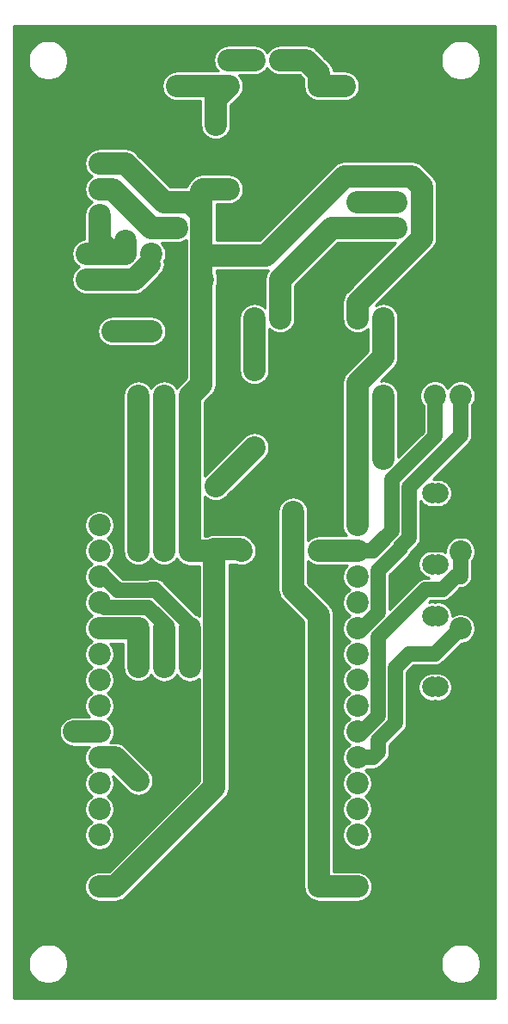
<source format=gbr>
%TF.GenerationSoftware,KiCad,Pcbnew,(5.1.6)-1*%
%TF.CreationDate,2024-01-06T07:46:22-05:00*%
%TF.ProjectId,pcb,7063622e-6b69-4636-9164-5f7063625858,rev?*%
%TF.SameCoordinates,Original*%
%TF.FileFunction,Copper,L2,Bot*%
%TF.FilePolarity,Positive*%
%FSLAX46Y46*%
G04 Gerber Fmt 4.6, Leading zero omitted, Abs format (unit mm)*
G04 Created by KiCad (PCBNEW (5.1.6)-1) date 2024-01-06 07:46:22*
%MOMM*%
%LPD*%
G01*
G04 APERTURE LIST*
%TA.AperFunction,ComponentPad*%
%ADD10C,2.200000*%
%TD*%
%TA.AperFunction,ComponentPad*%
%ADD11C,2.000000*%
%TD*%
%TA.AperFunction,ViaPad*%
%ADD12C,2.200000*%
%TD*%
%TA.AperFunction,Conductor*%
%ADD13C,2.200000*%
%TD*%
%TA.AperFunction,Conductor*%
%ADD14C,1.500000*%
%TD*%
%TA.AperFunction,Conductor*%
%ADD15C,0.250000*%
%TD*%
G04 APERTURE END LIST*
D10*
%TO.P,Q4,2*%
%TO.N,Net-(Q4-Pad2)*%
X24130000Y67310000D03*
%TO.P,Q4,3*%
%TO.N,GND*%
X21590000Y67310000D03*
%TO.P,Q4,1*%
%TO.N,Net-(Q3-Pad1)*%
X26670000Y67310000D03*
%TD*%
%TO.P,U2,30*%
%TO.N,+3V3*%
X34274000Y11398000D03*
%TO.P,U2,29*%
%TO.N,GND*%
X34274000Y13938000D03*
%TO.P,U2,28*%
%TO.N,Net-(U2-Pad28)*%
X34274000Y16478000D03*
%TO.P,U2,27*%
%TO.N,Net-(U2-Pad27)*%
X34274000Y19018000D03*
%TO.P,U2,26*%
%TO.N,Net-(U2-Pad26)*%
X34274000Y21558000D03*
%TO.P,U2,25*%
%TO.N,SW1*%
X34274000Y24098000D03*
%TO.P,U2,24*%
%TO.N,SW2*%
X34274000Y26638000D03*
%TO.P,U2,23*%
%TO.N,Net-(U2-Pad23)*%
X34274000Y29178000D03*
%TO.P,U2,22*%
%TO.N,Net-(U2-Pad22)*%
X34274000Y31718000D03*
%TO.P,U2,21*%
%TO.N,Net-(U2-Pad21)*%
X34274000Y34258000D03*
%TO.P,U2,20*%
%TO.N,SDA*%
X34274000Y36798000D03*
%TO.P,U2,19*%
%TO.N,Net-(U2-Pad19)*%
X34274000Y39338000D03*
%TO.P,U2,18*%
%TO.N,Net-(U2-Pad18)*%
X34274000Y41878000D03*
%TO.P,U2,17*%
%TO.N,SCL*%
X34274000Y44418000D03*
%TO.P,U2,16*%
%TO.N,LEDS*%
X34274000Y46958000D03*
%TO.P,U2,15*%
%TO.N,Net-(U2-Pad15)*%
X8874000Y46958000D03*
%TO.P,U2,14*%
%TO.N,Net-(U2-Pad14)*%
X8874000Y44418000D03*
%TO.P,U2,13*%
%TO.N,S5V*%
X8874000Y41878000D03*
%TO.P,U2,12*%
%TO.N,SBUS*%
X8874000Y39338000D03*
%TO.P,U2,11*%
%TO.N,SBAT*%
X8874000Y36798000D03*
%TO.P,U2,10*%
%TO.N,Net-(U2-Pad10)*%
X8874000Y34258000D03*
%TO.P,U2,9*%
%TO.N,Net-(U2-Pad9)*%
X8874000Y31718000D03*
%TO.P,U2,8*%
%TO.N,Net-(U2-Pad8)*%
X8874000Y29178000D03*
%TO.P,U2,7*%
%TO.N,PWM1*%
X8874000Y26638000D03*
%TO.P,U2,6*%
%TO.N,PWM2*%
X8874000Y24098000D03*
%TO.P,U2,5*%
%TO.N,Net-(U2-Pad5)*%
X8874000Y21558000D03*
%TO.P,U2,4*%
%TO.N,Net-(U2-Pad4)*%
X8874000Y19018000D03*
%TO.P,U2,3*%
%TO.N,Net-(U2-Pad3)*%
X8874000Y16478000D03*
%TO.P,U2,2*%
%TO.N,GND*%
X8874000Y13938000D03*
%TO.P,U2,1*%
%TO.N,+5V*%
X8874000Y11398000D03*
%TD*%
%TO.P,R1,1*%
%TO.N,SBAT*%
X12700000Y36830000D03*
%TO.P,R1,2*%
%TO.N,VBAT*%
X12700000Y44450000D03*
%TD*%
%TO.P,R4,1*%
%TO.N,S5V*%
X17764000Y36798000D03*
%TO.P,R4,2*%
%TO.N,+5V*%
X17764000Y44418000D03*
%TD*%
%TO.P,R6,1*%
%TO.N,SBUS*%
X15240000Y36830000D03*
%TO.P,R6,2*%
%TO.N,VBUS*%
X15240000Y44450000D03*
%TD*%
%TO.P,J5,4*%
%TO.N,SDA*%
X44450000Y59690000D03*
%TO.P,J5,3*%
%TO.N,SCL*%
X41910000Y59690000D03*
%TO.P,J5,2*%
%TO.N,GND*%
X39370000Y59690000D03*
%TO.P,J5,1*%
%TO.N,+3V3*%
X36830000Y59690000D03*
%TD*%
%TO.P,C1,1*%
%TO.N,+5V*%
X21590000Y80010000D03*
%TO.P,C1,2*%
%TO.N,GND*%
X25390000Y80010000D03*
%TD*%
%TO.P,J8,1*%
%TO.N,GND*%
X39370000Y67310000D03*
%TO.P,J8,2*%
%TO.N,LEDS*%
X36830000Y67310000D03*
%TO.P,J8,3*%
%TO.N,+5V*%
X34290000Y67310000D03*
%TD*%
%TO.P,R3,2*%
%TO.N,GND*%
X12700000Y25400000D03*
%TO.P,R3,1*%
%TO.N,SBAT*%
X12700000Y33020000D03*
%TD*%
%TO.P,R5,2*%
%TO.N,GND*%
X17764000Y25368000D03*
%TO.P,R5,1*%
%TO.N,S5V*%
X17764000Y32988000D03*
%TD*%
%TO.P,R7,2*%
%TO.N,GND*%
X15240000Y25368000D03*
%TO.P,R7,1*%
%TO.N,SBUS*%
X15240000Y32988000D03*
%TD*%
%TO.P,J1,1*%
%TO.N,GND*%
X10160000Y59690000D03*
%TO.P,J1,2*%
%TO.N,VBAT*%
X12700000Y59690000D03*
%TO.P,J1,3*%
%TO.N,VBUS*%
X15240000Y59690000D03*
%TO.P,J1,4*%
%TO.N,+5V*%
X17780000Y59690000D03*
%TD*%
D11*
%TO.P,SW1,*%
%TO.N,*%
X41644000Y38048000D03*
X41644000Y31038000D03*
X42244000Y38048000D03*
D10*
%TO.P,SW1,1*%
%TO.N,SW1*%
X44434000Y36798000D03*
%TO.P,SW1,2*%
%TO.N,GND*%
X44434000Y32298000D03*
D11*
%TO.P,SW1,*%
%TO.N,*%
X42244000Y31038000D03*
%TD*%
%TO.P,SW2,*%
%TO.N,*%
X42244000Y43103000D03*
D10*
%TO.P,SW2,2*%
%TO.N,SW2*%
X44434000Y44363000D03*
%TO.P,SW2,1*%
%TO.N,GND*%
X44434000Y48863000D03*
D11*
%TO.P,SW2,*%
%TO.N,*%
X42244000Y50113000D03*
X41644000Y43103000D03*
X41644000Y50113000D03*
%TD*%
D10*
%TO.P,D1,1*%
%TO.N,COIL1+*%
X20320000Y86360000D03*
%TO.P,D1,2*%
%TO.N,GND*%
X27940000Y86360000D03*
%TD*%
%TO.P,Q1,2*%
%TO.N,Net-(Q1-Pad2)*%
X7620000Y71120000D03*
%TO.P,Q1,3*%
%TO.N,GND*%
X7620000Y68580000D03*
%TO.P,Q1,1*%
%TO.N,Net-(Q1-Pad1)*%
X7620000Y73660000D03*
%TD*%
%TO.P,Q2,1*%
%TO.N,Net-(Q1-Pad1)*%
X8890000Y77470000D03*
%TO.P,Q2,2*%
%TO.N,COIL1+*%
X8890000Y80010000D03*
%TO.P,Q2,3*%
%TO.N,+5V*%
X8890000Y82550000D03*
%TD*%
%TO.P,R2,1*%
%TO.N,+5V*%
X22860000Y44450000D03*
%TO.P,R2,2*%
%TO.N,SCL*%
X30480000Y44450000D03*
%TD*%
%TO.P,R8,2*%
%TO.N,Net-(Q1-Pad2)*%
X13970000Y73660000D03*
%TO.P,R8,1*%
%TO.N,PWM1*%
X13970000Y66040000D03*
%TD*%
%TO.P,R9,1*%
%TO.N,Net-(Q1-Pad1)*%
X11430000Y74930000D03*
%TO.P,R9,2*%
%TO.N,+5V*%
X11430000Y82550000D03*
%TD*%
%TO.P,C2,1*%
%TO.N,+3V3*%
X30480000Y11430000D03*
%TO.P,C2,2*%
%TO.N,GND*%
X26680000Y11430000D03*
%TD*%
%TO.P,J4,1*%
%TO.N,GND*%
X24130000Y90170000D03*
%TO.P,J4,2*%
%TO.N,Net-(J4-Pad2)*%
X24130000Y92710000D03*
%TD*%
%TO.P,J6,2*%
%TO.N,COIL1+*%
X21590000Y90170000D03*
%TO.P,J6,1*%
%TO.N,Net-(J4-Pad2)*%
X21590000Y92710000D03*
%TD*%
%TO.P,D2,1*%
%TO.N,COIL2+*%
X30480000Y90170000D03*
%TO.P,D2,2*%
%TO.N,GND*%
X30480000Y82550000D03*
%TD*%
%TO.P,J2,1*%
%TO.N,GND*%
X26670000Y90170000D03*
%TO.P,J2,2*%
%TO.N,COIL2+*%
X26670000Y92710000D03*
%TD*%
%TO.P,Q3,1*%
%TO.N,Net-(Q3-Pad1)*%
X38100000Y76200000D03*
%TO.P,Q3,2*%
%TO.N,COIL2+*%
X38100000Y78740000D03*
%TO.P,Q3,3*%
%TO.N,+5V*%
X38100000Y81280000D03*
%TD*%
%TO.P,R10,1*%
%TO.N,Net-(Q3-Pad1)*%
X26670000Y71120000D03*
%TO.P,R10,2*%
%TO.N,+5V*%
X19050000Y71120000D03*
%TD*%
%TO.P,R11,2*%
%TO.N,Net-(Q4-Pad2)*%
X24130000Y62230000D03*
%TO.P,R11,1*%
%TO.N,PWM2*%
X24130000Y54610000D03*
%TD*%
D12*
%TO.N,+3V3*%
X27940000Y48260000D03*
X36830000Y53488328D03*
%TO.N,COIL1+*%
X16510000Y90170000D03*
X16510000Y76200000D03*
X16510000Y76200000D03*
X16510000Y76200000D03*
%TO.N,PWM1*%
X10160000Y66040000D03*
X6382000Y26638000D03*
%TO.N,COIL2+*%
X34290000Y78740000D03*
X33020000Y90170000D03*
%TO.N,PWM2*%
X12700000Y21827634D03*
X20320000Y50800000D03*
%TD*%
D13*
%TO.N,+5V*%
X8874000Y11398000D02*
X10429634Y11398000D01*
X10429634Y11398000D02*
X20180009Y21148375D01*
X20008018Y44418000D02*
X20180009Y44589991D01*
X17764000Y44418000D02*
X20008018Y44418000D01*
X20180009Y21148375D02*
X20180009Y44589991D01*
X20180009Y44589991D02*
X22720009Y44589991D01*
X22720009Y44589991D02*
X22860000Y44450000D01*
X17780000Y59690000D02*
X17780000Y44450000D01*
X17780000Y59690000D02*
X18910001Y60820001D01*
X19050000Y80010000D02*
X18910001Y79870001D01*
X21590000Y80010000D02*
X19050000Y80010000D01*
X38100000Y81280000D02*
X33020000Y81280000D01*
X25260001Y73520001D02*
X18910001Y73520001D01*
X33020000Y81280000D02*
X25260001Y73520001D01*
X18910001Y60820001D02*
X18910001Y73520001D01*
X34290000Y68865634D02*
X40640000Y75215634D01*
X34290000Y67310000D02*
X34290000Y68865634D01*
X40640000Y80295634D02*
X39655634Y81280000D01*
X40640000Y75215634D02*
X40640000Y80295634D01*
X39655634Y81280000D02*
X38100000Y81280000D01*
X11430000Y82550000D02*
X15240000Y78740000D01*
X17780000Y78740000D02*
X18910001Y77609999D01*
X15240000Y78740000D02*
X17780000Y78740000D01*
X18910001Y73520001D02*
X18910001Y77609999D01*
X18910001Y77609999D02*
X18910001Y79870001D01*
X8890000Y82550000D02*
X11430000Y82550000D01*
%TO.N,+3V3*%
X27940000Y46990000D02*
X27940000Y40640000D01*
X34274000Y11398000D02*
X30512000Y11398000D01*
X30512000Y11398000D02*
X30480000Y11430000D01*
X30480000Y38100000D02*
X27940000Y40640000D01*
X30480000Y11430000D02*
X30480000Y38100000D01*
X27940000Y46990000D02*
X27940000Y48260000D01*
X36830000Y59690000D02*
X36830000Y53488328D01*
X27940000Y48260000D02*
X27940000Y48260000D01*
X36830000Y53488328D02*
X36830000Y53488328D01*
D14*
%TO.N,SDA*%
X38530010Y44714199D02*
X37529644Y43713833D01*
X37529644Y43713833D02*
X36324001Y42508190D01*
X36324001Y38353999D02*
X34800002Y36830000D01*
X36324001Y42508190D02*
X36324001Y38353999D01*
X34800002Y36830000D02*
X34290000Y36830000D01*
X38530010Y44714199D02*
X38530010Y44880010D01*
X38530010Y44880010D02*
X39370000Y45720000D01*
X39370000Y50725002D02*
X44450000Y55805002D01*
X39370000Y45720000D02*
X39370000Y50725002D01*
X44450000Y55805002D02*
X44450000Y59690000D01*
D13*
%TO.N,SCL*%
X30480000Y44450000D02*
X34290000Y44450000D01*
D14*
X35829634Y44418000D02*
X36830000Y45418366D01*
X34274000Y44418000D02*
X35829634Y44418000D01*
X41910000Y59690000D02*
X41910000Y55880000D01*
X41910000Y55669178D02*
X37669991Y51429169D01*
X41910000Y55880000D02*
X41910000Y55669178D01*
X37669991Y51429169D02*
X37669991Y46424168D01*
X37669991Y46424168D02*
X35695823Y44450000D01*
X35695823Y44450000D02*
X34290000Y44450000D01*
D13*
%TO.N,LEDS*%
X34274000Y46958000D02*
X34274000Y53356000D01*
X34274000Y53356000D02*
X34290000Y53372000D01*
X34290000Y53372000D02*
X34290000Y60702002D01*
X34290000Y60702002D02*
X34290000Y60960000D01*
X34290000Y60960000D02*
X36830000Y63500000D01*
X36830000Y63500000D02*
X36830000Y67310000D01*
D14*
%TO.N,SW1*%
X35829634Y24098000D02*
X36324001Y24592367D01*
X34274000Y24098000D02*
X35829634Y24098000D01*
X36324001Y25789822D02*
X38024011Y27489832D01*
X36324001Y24592367D02*
X36324001Y25789822D01*
X38024011Y27489832D02*
X38024011Y32944011D01*
X38024011Y32944011D02*
X39370000Y34290000D01*
X39370000Y34290000D02*
X41910000Y34290000D01*
X41910000Y34290000D02*
X44450000Y36830000D01*
%TO.N,SW2*%
X44434000Y44363000D02*
X44434000Y41926000D01*
X43937002Y41910000D02*
X42667002Y40640000D01*
X44434000Y41926000D02*
X44418000Y41910000D01*
X44418000Y41910000D02*
X43937002Y41910000D01*
X41014179Y40640000D02*
X37028168Y36653989D01*
X42667002Y40640000D02*
X41014179Y40640000D01*
X37028168Y36653989D02*
X36324001Y35949823D01*
X36324001Y28193999D02*
X34800002Y26670000D01*
X36324001Y35949823D02*
X36324001Y28193999D01*
X34800002Y26670000D02*
X34290000Y26670000D01*
D13*
%TO.N,VBUS*%
X15240000Y44450000D02*
X15240000Y59690000D01*
%TO.N,VBAT*%
X12700000Y44450000D02*
X12700000Y59690000D01*
D14*
%TO.N,SBUS*%
X8922000Y39338000D02*
X8874000Y39338000D01*
D13*
X15240000Y32988000D02*
X15240000Y36830000D01*
D14*
X8922000Y39338000D02*
X9411990Y38848010D01*
X9411990Y38848010D02*
X11684008Y38848010D01*
X11715999Y38880001D02*
X13684001Y38880001D01*
X11684008Y38848010D02*
X11715999Y38880001D01*
X13684001Y38880001D02*
X15240000Y37324002D01*
X15240000Y37324002D02*
X15240000Y36830000D01*
%TO.N,S5V*%
X17780000Y37189151D02*
X17780000Y36830000D01*
D13*
X17764000Y33036000D02*
X17780000Y33020000D01*
X17764000Y32988000D02*
X17764000Y36814000D01*
X17764000Y36814000D02*
X17780000Y36830000D01*
D14*
X8874000Y41878000D02*
X9368002Y41878000D01*
X9368002Y41878000D02*
X10697982Y40548020D01*
X10697982Y40548020D02*
X10789962Y40640000D01*
X10769600Y40551100D02*
X13949638Y40551100D01*
X14329151Y40640000D02*
X17780000Y37189151D01*
X13970000Y40640000D02*
X14329151Y40640000D01*
D13*
%TO.N,SBAT*%
X8874000Y36798000D02*
X12668000Y36798000D01*
X12668000Y36798000D02*
X12700000Y36830000D01*
X12700000Y36830000D02*
X12700000Y33020000D01*
%TO.N,Net-(Q1-Pad2)*%
X12284126Y71120000D02*
X13830010Y72665884D01*
X7620000Y71120000D02*
X12284126Y71120000D01*
%TO.N,Net-(Q1-Pad1)*%
X11430000Y73660000D02*
X11430000Y74930000D01*
X8890000Y74930000D02*
X10160000Y73660000D01*
X7620000Y73660000D02*
X10160000Y73660000D01*
X8890000Y77470000D02*
X8890000Y74930000D01*
X10160000Y73660000D02*
X11430000Y73660000D01*
%TO.N,Net-(J4-Pad2)*%
X21590000Y92710000D02*
X24130000Y92710000D01*
%TO.N,COIL1+*%
X8890000Y80010000D02*
X10160000Y80010000D01*
X10160000Y80010000D02*
X13970000Y76200000D01*
X13970000Y76200000D02*
X16510000Y76200000D01*
X16510000Y90170000D02*
X21590000Y90170000D01*
X20320000Y88900000D02*
X21590000Y90170000D01*
X20320000Y86360000D02*
X20320000Y88900000D01*
X16510000Y76200000D02*
X16510000Y76200000D01*
X16510000Y76200000D02*
X16510000Y76200000D01*
X16510000Y76200000D02*
X16510000Y76200000D01*
%TO.N,PWM1*%
X8874000Y26638000D02*
X8874000Y26686000D01*
X8874000Y26638000D02*
X6382000Y26638000D01*
X6382000Y26638000D02*
X6382000Y26638000D01*
X13970000Y66040000D02*
X10160000Y66040000D01*
%TO.N,COIL2+*%
X38100000Y78740000D02*
X34290000Y78740000D01*
X26670000Y92710000D02*
X29210000Y92710000D01*
X29210000Y92710000D02*
X30480000Y91440000D01*
X30480000Y91440000D02*
X30480000Y90170000D01*
X30480000Y90170000D02*
X33020000Y90170000D01*
X34290000Y78740000D02*
X34290000Y78740000D01*
X33020000Y90170000D02*
X33020000Y90170000D01*
%TO.N,Net-(Q3-Pad1)*%
X26670000Y67310000D02*
X26670000Y71120000D01*
X26670000Y71120000D02*
X31750000Y76200000D01*
X31750000Y76200000D02*
X38100000Y76200000D01*
%TO.N,Net-(Q4-Pad2)*%
X24130000Y62230000D02*
X24130000Y67310000D01*
%TO.N,PWM2*%
X10429634Y24098000D02*
X12700000Y21827634D01*
X8874000Y24098000D02*
X10429634Y24098000D01*
X12700000Y21827634D02*
X12700000Y21827634D01*
X24130000Y54610000D02*
X20320000Y50800000D01*
X20320000Y50800000D02*
X20320000Y50800000D01*
%TD*%
D15*
%TO.N,GND*%
G36*
X47860001Y400000D02*
G01*
X400000Y400000D01*
X400000Y4004521D01*
X1835000Y4004521D01*
X1835000Y3615479D01*
X1910898Y3233914D01*
X2059778Y2874487D01*
X2275917Y2551011D01*
X2551011Y2275917D01*
X2874487Y2059778D01*
X3233914Y1910898D01*
X3615479Y1835000D01*
X4004521Y1835000D01*
X4386086Y1910898D01*
X4745513Y2059778D01*
X5068989Y2275917D01*
X5344083Y2551011D01*
X5560222Y2874487D01*
X5709102Y3233914D01*
X5785000Y3615479D01*
X5785000Y4004521D01*
X42475000Y4004521D01*
X42475000Y3615479D01*
X42550898Y3233914D01*
X42699778Y2874487D01*
X42915917Y2551011D01*
X43191011Y2275917D01*
X43514487Y2059778D01*
X43873914Y1910898D01*
X44255479Y1835000D01*
X44644521Y1835000D01*
X45026086Y1910898D01*
X45385513Y2059778D01*
X45708989Y2275917D01*
X45984083Y2551011D01*
X46200222Y2874487D01*
X46349102Y3233914D01*
X46425000Y3615479D01*
X46425000Y4004521D01*
X46349102Y4386086D01*
X46200222Y4745513D01*
X45984083Y5068989D01*
X45708989Y5344083D01*
X45385513Y5560222D01*
X45026086Y5709102D01*
X44644521Y5785000D01*
X44255479Y5785000D01*
X43873914Y5709102D01*
X43514487Y5560222D01*
X43191011Y5344083D01*
X42915917Y5068989D01*
X42699778Y4745513D01*
X42550898Y4386086D01*
X42475000Y4004521D01*
X5785000Y4004521D01*
X5709102Y4386086D01*
X5560222Y4745513D01*
X5344083Y5068989D01*
X5068989Y5344083D01*
X4745513Y5560222D01*
X4386086Y5709102D01*
X4004521Y5785000D01*
X3615479Y5785000D01*
X3233914Y5709102D01*
X2874487Y5560222D01*
X2551011Y5344083D01*
X2275917Y5068989D01*
X2059778Y4745513D01*
X1910898Y4386086D01*
X1835000Y4004521D01*
X400000Y4004521D01*
X400000Y26638000D01*
X4899864Y26638000D01*
X4907000Y26565549D01*
X4907000Y26492725D01*
X4921207Y26421300D01*
X4928343Y26348850D01*
X4949475Y26279187D01*
X4963683Y26207758D01*
X4991553Y26140474D01*
X5012685Y26070811D01*
X5047003Y26006606D01*
X5074872Y25939325D01*
X5115330Y25878776D01*
X5149649Y25814569D01*
X5195835Y25758291D01*
X5236293Y25697742D01*
X5287788Y25646247D01*
X5333972Y25589972D01*
X5390247Y25543788D01*
X5441742Y25492293D01*
X5502291Y25451835D01*
X5558569Y25405649D01*
X5622776Y25371330D01*
X5683325Y25330872D01*
X5750606Y25303003D01*
X5814811Y25268685D01*
X5884474Y25247553D01*
X5951758Y25219683D01*
X6023187Y25205475D01*
X6092850Y25184343D01*
X6165299Y25177207D01*
X6236725Y25163000D01*
X7846652Y25163000D01*
X7825972Y25146028D01*
X7779788Y25089753D01*
X7728293Y25038258D01*
X7687835Y24977709D01*
X7641649Y24921431D01*
X7607330Y24857224D01*
X7566872Y24796675D01*
X7539003Y24729394D01*
X7504685Y24665189D01*
X7483553Y24595526D01*
X7455683Y24528242D01*
X7441475Y24456813D01*
X7420343Y24387150D01*
X7413207Y24314700D01*
X7399000Y24243275D01*
X7399000Y24170452D01*
X7391864Y24098000D01*
X7399000Y24025548D01*
X7399000Y23952725D01*
X7413207Y23881300D01*
X7420343Y23808850D01*
X7441475Y23739187D01*
X7455683Y23667758D01*
X7483553Y23600474D01*
X7504685Y23530811D01*
X7539003Y23466606D01*
X7566872Y23399325D01*
X7607330Y23338776D01*
X7641649Y23274569D01*
X7687835Y23218291D01*
X7728293Y23157742D01*
X7779786Y23106249D01*
X7825972Y23049972D01*
X7882247Y23003788D01*
X7933742Y22952293D01*
X7994291Y22911835D01*
X8050569Y22865649D01*
X8114776Y22831330D01*
X8119759Y22828000D01*
X7933742Y22703707D01*
X7728293Y22498258D01*
X7566872Y22256675D01*
X7455683Y21988242D01*
X7399000Y21703275D01*
X7399000Y21412725D01*
X7455683Y21127758D01*
X7566872Y20859325D01*
X7728293Y20617742D01*
X7933742Y20412293D01*
X8119759Y20288000D01*
X7933742Y20163707D01*
X7728293Y19958258D01*
X7566872Y19716675D01*
X7455683Y19448242D01*
X7399000Y19163275D01*
X7399000Y18872725D01*
X7455683Y18587758D01*
X7566872Y18319325D01*
X7728293Y18077742D01*
X7933742Y17872293D01*
X8119759Y17748000D01*
X7933742Y17623707D01*
X7728293Y17418258D01*
X7566872Y17176675D01*
X7455683Y16908242D01*
X7399000Y16623275D01*
X7399000Y16332725D01*
X7455683Y16047758D01*
X7566872Y15779325D01*
X7728293Y15537742D01*
X7933742Y15332293D01*
X8175325Y15170872D01*
X8443758Y15059683D01*
X8728725Y15003000D01*
X9019275Y15003000D01*
X9304242Y15059683D01*
X9572675Y15170872D01*
X9814258Y15332293D01*
X10019707Y15537742D01*
X10181128Y15779325D01*
X10292317Y16047758D01*
X10349000Y16332725D01*
X10349000Y16623275D01*
X10292317Y16908242D01*
X10181128Y17176675D01*
X10019707Y17418258D01*
X9814258Y17623707D01*
X9628241Y17748000D01*
X9814258Y17872293D01*
X10019707Y18077742D01*
X10181128Y18319325D01*
X10292317Y18587758D01*
X10349000Y18872725D01*
X10349000Y19163275D01*
X10292317Y19448242D01*
X10181128Y19716675D01*
X10019707Y19958258D01*
X9814258Y20163707D01*
X9628241Y20288000D01*
X9814258Y20412293D01*
X10019707Y20617742D01*
X10181128Y20859325D01*
X10292317Y21127758D01*
X10349000Y21412725D01*
X10349000Y21703275D01*
X10292317Y21988242D01*
X10181128Y22256675D01*
X10173342Y22268328D01*
X11554293Y20887376D01*
X11605788Y20835881D01*
X11651972Y20779606D01*
X11708247Y20733422D01*
X11759742Y20681927D01*
X11820291Y20641469D01*
X11876569Y20595283D01*
X11940776Y20560964D01*
X12001325Y20520506D01*
X12068606Y20492637D01*
X12132811Y20458319D01*
X12202474Y20437187D01*
X12269758Y20409317D01*
X12341186Y20395109D01*
X12410849Y20373977D01*
X12441279Y20370980D01*
X12483299Y20366841D01*
X12554725Y20352634D01*
X12627554Y20352634D01*
X12699999Y20345499D01*
X12772444Y20352634D01*
X12845275Y20352634D01*
X12916701Y20366841D01*
X12989150Y20373977D01*
X13058813Y20395109D01*
X13130242Y20409317D01*
X13197526Y20437187D01*
X13267189Y20458319D01*
X13331394Y20492637D01*
X13398675Y20520506D01*
X13459224Y20560964D01*
X13523431Y20595283D01*
X13579709Y20641469D01*
X13640258Y20681927D01*
X13691753Y20733422D01*
X13748028Y20779606D01*
X13794212Y20835881D01*
X13845707Y20887376D01*
X13886165Y20947925D01*
X13932351Y21004203D01*
X13966670Y21068410D01*
X14007128Y21128959D01*
X14034997Y21196240D01*
X14069315Y21260445D01*
X14090447Y21330108D01*
X14118317Y21397392D01*
X14132525Y21468821D01*
X14153657Y21538484D01*
X14160793Y21610934D01*
X14175000Y21682359D01*
X14175000Y21755182D01*
X14182136Y21827634D01*
X14175000Y21900086D01*
X14175000Y21972909D01*
X14160793Y22044334D01*
X14153657Y22116784D01*
X14132525Y22186447D01*
X14118317Y22257876D01*
X14090447Y22325160D01*
X14069315Y22394823D01*
X14034997Y22459028D01*
X14007128Y22526309D01*
X13966670Y22586858D01*
X13932351Y22651065D01*
X13886165Y22707343D01*
X13845707Y22767892D01*
X13794212Y22819387D01*
X13748028Y22875662D01*
X13691753Y22921846D01*
X13640258Y22973341D01*
X11523850Y25089748D01*
X11477662Y25146028D01*
X11253065Y25330351D01*
X10996823Y25467315D01*
X10718784Y25551657D01*
X10502086Y25573000D01*
X10502079Y25573000D01*
X10429634Y25580135D01*
X10357189Y25573000D01*
X9901348Y25573000D01*
X9922028Y25589972D01*
X9968212Y25646247D01*
X10019707Y25697742D01*
X10060165Y25758291D01*
X10106351Y25814569D01*
X10140670Y25878776D01*
X10181128Y25939325D01*
X10208997Y26006606D01*
X10243315Y26070811D01*
X10264447Y26140474D01*
X10292317Y26207758D01*
X10306525Y26279187D01*
X10327657Y26348850D01*
X10334793Y26421300D01*
X10349000Y26492725D01*
X10349000Y26565549D01*
X10356136Y26638000D01*
X10349000Y26710452D01*
X10349000Y26783275D01*
X10344157Y26807623D01*
X10327657Y26975149D01*
X10243315Y27253188D01*
X10106351Y27509430D01*
X9922028Y27734028D01*
X9697431Y27918351D01*
X9667597Y27934297D01*
X9814258Y28032293D01*
X10019707Y28237742D01*
X10181128Y28479325D01*
X10292317Y28747758D01*
X10349000Y29032725D01*
X10349000Y29323275D01*
X10292317Y29608242D01*
X10181128Y29876675D01*
X10019707Y30118258D01*
X9814258Y30323707D01*
X9628241Y30448000D01*
X9814258Y30572293D01*
X10019707Y30777742D01*
X10181128Y31019325D01*
X10292317Y31287758D01*
X10349000Y31572725D01*
X10349000Y31863275D01*
X10292317Y32148242D01*
X10181128Y32416675D01*
X10019707Y32658258D01*
X9814258Y32863707D01*
X9628241Y32988000D01*
X9814258Y33112293D01*
X10019707Y33317742D01*
X10181128Y33559325D01*
X10292317Y33827758D01*
X10349000Y34112725D01*
X10349000Y34403275D01*
X10292317Y34688242D01*
X10181128Y34956675D01*
X10019707Y35198258D01*
X9894965Y35323000D01*
X11225000Y35323000D01*
X11225001Y33165280D01*
X11225000Y33165275D01*
X11225000Y32874725D01*
X11239209Y32803289D01*
X11246344Y32730850D01*
X11267473Y32661196D01*
X11281683Y32589758D01*
X11309557Y32522465D01*
X11330686Y32452811D01*
X11365000Y32388615D01*
X11392872Y32321325D01*
X11433335Y32260768D01*
X11467650Y32196569D01*
X11513831Y32140298D01*
X11554293Y32079742D01*
X11605794Y32028241D01*
X11651973Y31971972D01*
X11708242Y31925793D01*
X11759742Y31874293D01*
X11820297Y31833831D01*
X11876570Y31787649D01*
X11940772Y31753333D01*
X12001325Y31712872D01*
X12068611Y31685001D01*
X12132812Y31650685D01*
X12202472Y31629554D01*
X12269758Y31601683D01*
X12341190Y31587474D01*
X12410851Y31566343D01*
X12483299Y31559207D01*
X12554725Y31545000D01*
X12627548Y31545000D01*
X12700000Y31537864D01*
X12772452Y31545000D01*
X12845275Y31545000D01*
X12916700Y31559207D01*
X12989150Y31566343D01*
X13058813Y31587475D01*
X13130242Y31601683D01*
X13197526Y31629553D01*
X13267189Y31650685D01*
X13331394Y31685003D01*
X13398675Y31712872D01*
X13459224Y31753330D01*
X13523431Y31787649D01*
X13579709Y31833835D01*
X13640258Y31874293D01*
X13691753Y31925788D01*
X13748028Y31971972D01*
X13794212Y32028247D01*
X13845707Y32079742D01*
X13886165Y32140291D01*
X13932351Y32196569D01*
X13960127Y32248535D01*
X13973333Y32228772D01*
X14007649Y32164570D01*
X14053831Y32108297D01*
X14094293Y32047742D01*
X14145793Y31996242D01*
X14191972Y31939973D01*
X14248243Y31893792D01*
X14299742Y31842293D01*
X14360293Y31801834D01*
X14416569Y31755649D01*
X14480776Y31721330D01*
X14541325Y31680872D01*
X14608606Y31653003D01*
X14672811Y31618685D01*
X14742474Y31597553D01*
X14809758Y31569683D01*
X14881187Y31555475D01*
X14950850Y31534343D01*
X15023300Y31527207D01*
X15094725Y31513000D01*
X15167548Y31513000D01*
X15240000Y31505864D01*
X15312452Y31513000D01*
X15385275Y31513000D01*
X15456701Y31527207D01*
X15529149Y31534343D01*
X15598810Y31555474D01*
X15670242Y31569683D01*
X15737528Y31597554D01*
X15807188Y31618685D01*
X15871389Y31653001D01*
X15938675Y31680872D01*
X15999228Y31721333D01*
X16063430Y31755649D01*
X16119703Y31801831D01*
X16180258Y31842293D01*
X16231758Y31893793D01*
X16288027Y31939972D01*
X16334208Y31996243D01*
X16385707Y32047742D01*
X16426166Y32108293D01*
X16472351Y32164569D01*
X16502000Y32220039D01*
X16531649Y32164570D01*
X16577831Y32108297D01*
X16618293Y32047742D01*
X16669793Y31996242D01*
X16715972Y31939973D01*
X16772243Y31893792D01*
X16823742Y31842293D01*
X16884293Y31801834D01*
X16940569Y31755649D01*
X17004776Y31721330D01*
X17065325Y31680872D01*
X17132606Y31653003D01*
X17196811Y31618685D01*
X17266474Y31597553D01*
X17333758Y31569683D01*
X17405187Y31555475D01*
X17474850Y31534343D01*
X17547300Y31527207D01*
X17618725Y31513000D01*
X17691548Y31513000D01*
X17764000Y31505864D01*
X17836452Y31513000D01*
X17909275Y31513000D01*
X17980701Y31527207D01*
X18053149Y31534343D01*
X18122810Y31555474D01*
X18194242Y31569683D01*
X18261528Y31597554D01*
X18331188Y31618685D01*
X18395389Y31653001D01*
X18462675Y31680872D01*
X18523228Y31721333D01*
X18587430Y31755649D01*
X18643703Y31801831D01*
X18704258Y31842293D01*
X18705009Y31843044D01*
X18705009Y21759340D01*
X9818670Y12873000D01*
X8728725Y12873000D01*
X8657299Y12858793D01*
X8584850Y12851657D01*
X8515187Y12830525D01*
X8443758Y12816317D01*
X8376474Y12788447D01*
X8306811Y12767315D01*
X8242606Y12732997D01*
X8175325Y12705128D01*
X8114776Y12664670D01*
X8050569Y12630351D01*
X7994291Y12584165D01*
X7933742Y12543707D01*
X7882247Y12492212D01*
X7825972Y12446028D01*
X7779788Y12389753D01*
X7728293Y12338258D01*
X7687835Y12277709D01*
X7641649Y12221431D01*
X7607330Y12157224D01*
X7566872Y12096675D01*
X7539003Y12029394D01*
X7504685Y11965189D01*
X7483553Y11895526D01*
X7455683Y11828242D01*
X7441475Y11756813D01*
X7420343Y11687150D01*
X7413207Y11614700D01*
X7399000Y11543275D01*
X7399000Y11470452D01*
X7391864Y11398000D01*
X7399000Y11325548D01*
X7399000Y11252725D01*
X7413207Y11181300D01*
X7420343Y11108850D01*
X7441475Y11039187D01*
X7455683Y10967758D01*
X7483553Y10900474D01*
X7504685Y10830811D01*
X7539003Y10766606D01*
X7566872Y10699325D01*
X7607330Y10638776D01*
X7641649Y10574569D01*
X7687835Y10518291D01*
X7728293Y10457742D01*
X7779788Y10406247D01*
X7825972Y10349972D01*
X7882247Y10303788D01*
X7933742Y10252293D01*
X7994291Y10211835D01*
X8050569Y10165649D01*
X8114776Y10131330D01*
X8175325Y10090872D01*
X8242606Y10063003D01*
X8306811Y10028685D01*
X8376474Y10007553D01*
X8443758Y9979683D01*
X8515187Y9965475D01*
X8584850Y9944343D01*
X8657299Y9937207D01*
X8728725Y9923000D01*
X10357189Y9923000D01*
X10429634Y9915865D01*
X10502079Y9923000D01*
X10502086Y9923000D01*
X10718784Y9944343D01*
X10996823Y10028685D01*
X11253065Y10165649D01*
X11477662Y10349972D01*
X11523850Y10406252D01*
X21171767Y20054168D01*
X21228036Y20100347D01*
X21274217Y20156618D01*
X21274223Y20156624D01*
X21351570Y20250872D01*
X21412360Y20324944D01*
X21549324Y20581186D01*
X21633666Y20859225D01*
X21655009Y21075923D01*
X21655009Y21075930D01*
X21662144Y21148375D01*
X21655009Y21220820D01*
X21655009Y43114991D01*
X22228632Y43114991D01*
X22292812Y43080686D01*
X22362466Y43059557D01*
X22429758Y43031683D01*
X22501190Y43017474D01*
X22570850Y42996343D01*
X22643297Y42989208D01*
X22714725Y42975000D01*
X22787554Y42975000D01*
X22859999Y42967865D01*
X22932444Y42975000D01*
X23005275Y42975000D01*
X23076704Y42989208D01*
X23149149Y42996343D01*
X23218808Y43017474D01*
X23290242Y43031683D01*
X23357535Y43059557D01*
X23427188Y43080686D01*
X23491381Y43114998D01*
X23558675Y43142872D01*
X23619236Y43183338D01*
X23683430Y43217650D01*
X23739700Y43263829D01*
X23800258Y43304293D01*
X23851756Y43355791D01*
X23908028Y43401972D01*
X23954209Y43458244D01*
X24005707Y43509742D01*
X24046171Y43570300D01*
X24092350Y43626570D01*
X24126662Y43690764D01*
X24167128Y43751325D01*
X24195002Y43818619D01*
X24229314Y43882812D01*
X24250443Y43952465D01*
X24278317Y44019758D01*
X24292526Y44091192D01*
X24313657Y44160851D01*
X24320792Y44233296D01*
X24335000Y44304725D01*
X24335000Y44377556D01*
X24342135Y44450001D01*
X24335000Y44522446D01*
X24335000Y44595275D01*
X24320792Y44666703D01*
X24313657Y44739150D01*
X24292526Y44808810D01*
X24278317Y44880242D01*
X24250443Y44947534D01*
X24229314Y45017188D01*
X24195002Y45081381D01*
X24167128Y45148675D01*
X24126662Y45209236D01*
X24092350Y45273430D01*
X24046171Y45329699D01*
X24005707Y45390258D01*
X23814221Y45581744D01*
X23768037Y45638019D01*
X23543440Y45822342D01*
X23287198Y45959306D01*
X23009159Y46043648D01*
X22792461Y46064991D01*
X22792454Y46064991D01*
X22720009Y46072126D01*
X22647564Y46064991D01*
X20252461Y46064991D01*
X20180009Y46072127D01*
X20107557Y46064991D01*
X19890859Y46043648D01*
X19612820Y45959306D01*
X19488770Y45893000D01*
X19255000Y45893000D01*
X19255000Y49772652D01*
X19271972Y49751972D01*
X19328247Y49705788D01*
X19379742Y49654293D01*
X19440291Y49613835D01*
X19496569Y49567649D01*
X19560776Y49533330D01*
X19621325Y49492872D01*
X19688606Y49465003D01*
X19752811Y49430685D01*
X19822474Y49409553D01*
X19889758Y49381683D01*
X19961187Y49367475D01*
X20030850Y49346343D01*
X20103299Y49339207D01*
X20174725Y49325000D01*
X20247555Y49325000D01*
X20320000Y49317865D01*
X20392445Y49325000D01*
X20465275Y49325000D01*
X20536701Y49339207D01*
X20609150Y49346343D01*
X20678813Y49367475D01*
X20750242Y49381683D01*
X20817526Y49409553D01*
X20887189Y49430685D01*
X20951394Y49465003D01*
X21018675Y49492872D01*
X21079224Y49533330D01*
X21143431Y49567649D01*
X21199709Y49613835D01*
X21260258Y49654293D01*
X21311753Y49705788D01*
X21368028Y49751972D01*
X21414212Y49808247D01*
X21465707Y49859742D01*
X21465709Y49859745D01*
X25224214Y53618249D01*
X25275707Y53669742D01*
X25316167Y53730295D01*
X25362350Y53786569D01*
X25396666Y53850770D01*
X25437128Y53911325D01*
X25464998Y53978608D01*
X25499315Y54042811D01*
X25520447Y54112474D01*
X25548317Y54179758D01*
X25562525Y54251187D01*
X25583657Y54320850D01*
X25590792Y54393297D01*
X25605000Y54464725D01*
X25605000Y54537555D01*
X25612135Y54610000D01*
X25605000Y54682445D01*
X25605000Y54755275D01*
X25590792Y54826703D01*
X25583657Y54899150D01*
X25562525Y54968812D01*
X25548317Y55040242D01*
X25520446Y55107528D01*
X25499315Y55177188D01*
X25464999Y55241388D01*
X25437128Y55308675D01*
X25396666Y55369231D01*
X25362350Y55433431D01*
X25316168Y55489704D01*
X25275707Y55550258D01*
X25224210Y55601755D01*
X25178028Y55658028D01*
X25121755Y55704210D01*
X25070258Y55755707D01*
X25009704Y55796168D01*
X24953431Y55842350D01*
X24889231Y55876666D01*
X24828675Y55917128D01*
X24761388Y55944999D01*
X24697188Y55979315D01*
X24627528Y56000446D01*
X24560242Y56028317D01*
X24488812Y56042525D01*
X24419150Y56063657D01*
X24346703Y56070792D01*
X24275275Y56085000D01*
X24202445Y56085000D01*
X24130000Y56092135D01*
X24057555Y56085000D01*
X23984725Y56085000D01*
X23913297Y56070792D01*
X23840850Y56063657D01*
X23771187Y56042525D01*
X23699758Y56028317D01*
X23632474Y56000447D01*
X23562811Y55979315D01*
X23498608Y55944998D01*
X23431325Y55917128D01*
X23370770Y55876666D01*
X23306569Y55842350D01*
X23250295Y55796167D01*
X23189742Y55755707D01*
X23138249Y55704214D01*
X19379745Y51945709D01*
X19379742Y51945707D01*
X19328247Y51894212D01*
X19271972Y51848028D01*
X19255000Y51827348D01*
X19255000Y59079036D01*
X19901758Y59725793D01*
X19958028Y59771973D01*
X20004209Y59828244D01*
X20004214Y59828249D01*
X20072923Y59911972D01*
X20142352Y59996570D01*
X20279316Y60252812D01*
X20363658Y60530851D01*
X20385001Y60747549D01*
X20385001Y60747556D01*
X20392136Y60820001D01*
X20385001Y60892446D01*
X20385001Y70488616D01*
X20468317Y70689758D01*
X20525000Y70974725D01*
X20525000Y71265275D01*
X20468317Y71550242D01*
X20385001Y71751384D01*
X20385001Y72045001D01*
X25187556Y72045001D01*
X25260001Y72037866D01*
X25332446Y72045001D01*
X25332453Y72045001D01*
X25528328Y72064293D01*
X25524293Y72060258D01*
X25483831Y71999702D01*
X25437650Y71943431D01*
X25403335Y71879232D01*
X25362872Y71818675D01*
X25335000Y71751387D01*
X25300685Y71687188D01*
X25279554Y71617528D01*
X25251683Y71550242D01*
X25237475Y71478812D01*
X25216343Y71409150D01*
X25209208Y71336703D01*
X25195000Y71265275D01*
X25195000Y71192445D01*
X25187865Y71120000D01*
X25195000Y71047555D01*
X25195000Y70974725D01*
X25195001Y70974720D01*
X25195000Y68337347D01*
X25178028Y68358028D01*
X25121753Y68404212D01*
X25070258Y68455707D01*
X25009709Y68496165D01*
X24953431Y68542351D01*
X24889224Y68576670D01*
X24828675Y68617128D01*
X24761394Y68644997D01*
X24697189Y68679315D01*
X24627526Y68700447D01*
X24560242Y68728317D01*
X24488813Y68742525D01*
X24419150Y68763657D01*
X24346700Y68770793D01*
X24275275Y68785000D01*
X24202452Y68785000D01*
X24130000Y68792136D01*
X24057548Y68785000D01*
X23984725Y68785000D01*
X23913299Y68770793D01*
X23840851Y68763657D01*
X23771190Y68742526D01*
X23699758Y68728317D01*
X23632472Y68700446D01*
X23562812Y68679315D01*
X23498611Y68644999D01*
X23431325Y68617128D01*
X23370772Y68576667D01*
X23306570Y68542351D01*
X23250297Y68496169D01*
X23189742Y68455707D01*
X23138242Y68404207D01*
X23081973Y68358028D01*
X23035794Y68301759D01*
X22984293Y68250258D01*
X22943831Y68189702D01*
X22897650Y68133431D01*
X22863335Y68069232D01*
X22822872Y68008675D01*
X22795000Y67941385D01*
X22760686Y67877189D01*
X22739557Y67807535D01*
X22711683Y67740242D01*
X22697473Y67668804D01*
X22676344Y67599150D01*
X22669209Y67526711D01*
X22655000Y67455275D01*
X22655000Y67164725D01*
X22655001Y67164720D01*
X22655000Y62375275D01*
X22655000Y62084725D01*
X22669208Y62013298D01*
X22676343Y61940851D01*
X22697474Y61871190D01*
X22711683Y61799758D01*
X22739554Y61732472D01*
X22760685Y61662812D01*
X22795001Y61598611D01*
X22822872Y61531325D01*
X22863333Y61470772D01*
X22897649Y61406570D01*
X22943831Y61350297D01*
X22984293Y61289742D01*
X23035793Y61238242D01*
X23081972Y61181973D01*
X23138243Y61135792D01*
X23189742Y61084293D01*
X23250293Y61043834D01*
X23306569Y60997649D01*
X23370776Y60963330D01*
X23431325Y60922872D01*
X23498606Y60895003D01*
X23562811Y60860685D01*
X23632474Y60839553D01*
X23699758Y60811683D01*
X23771187Y60797475D01*
X23840850Y60776343D01*
X23913300Y60769207D01*
X23984725Y60755000D01*
X24057548Y60755000D01*
X24130000Y60747864D01*
X24202452Y60755000D01*
X24275275Y60755000D01*
X24346701Y60769207D01*
X24419149Y60776343D01*
X24488810Y60797474D01*
X24560242Y60811683D01*
X24627528Y60839554D01*
X24697188Y60860685D01*
X24761389Y60895001D01*
X24828675Y60922872D01*
X24889228Y60963333D01*
X24953430Y60997649D01*
X25009703Y61043831D01*
X25070258Y61084293D01*
X25121758Y61135793D01*
X25178027Y61181972D01*
X25224208Y61238243D01*
X25275707Y61289742D01*
X25316166Y61350293D01*
X25362351Y61406569D01*
X25396670Y61470776D01*
X25437128Y61531325D01*
X25464997Y61598606D01*
X25499315Y61662811D01*
X25520447Y61732474D01*
X25548317Y61799758D01*
X25562525Y61871187D01*
X25583657Y61940850D01*
X25590793Y62013299D01*
X25605000Y62084725D01*
X25605000Y66282653D01*
X25621972Y66261973D01*
X25678243Y66215792D01*
X25729742Y66164293D01*
X25790293Y66123834D01*
X25846569Y66077649D01*
X25910776Y66043330D01*
X25971325Y66002872D01*
X26038606Y65975003D01*
X26102811Y65940685D01*
X26172474Y65919553D01*
X26239758Y65891683D01*
X26311187Y65877475D01*
X26380850Y65856343D01*
X26453300Y65849207D01*
X26524725Y65835000D01*
X26597548Y65835000D01*
X26670000Y65827864D01*
X26742452Y65835000D01*
X26815275Y65835000D01*
X26886701Y65849207D01*
X26959149Y65856343D01*
X27028810Y65877474D01*
X27100242Y65891683D01*
X27167528Y65919554D01*
X27237188Y65940685D01*
X27301389Y65975001D01*
X27368675Y66002872D01*
X27429228Y66043333D01*
X27493430Y66077649D01*
X27549703Y66123831D01*
X27610258Y66164293D01*
X27661758Y66215793D01*
X27718027Y66261972D01*
X27764208Y66318243D01*
X27815707Y66369742D01*
X27856166Y66430293D01*
X27902351Y66486569D01*
X27936670Y66550776D01*
X27977128Y66611325D01*
X28004997Y66678606D01*
X28039315Y66742811D01*
X28060447Y66812474D01*
X28088317Y66879758D01*
X28102525Y66951187D01*
X28123657Y67020850D01*
X28130793Y67093299D01*
X28145000Y67164725D01*
X28145000Y70509036D01*
X32360965Y74725000D01*
X38063401Y74725000D01*
X33298248Y69959846D01*
X33241973Y69913662D01*
X33057650Y69689065D01*
X33045505Y69666343D01*
X32920685Y69432822D01*
X32836343Y69154784D01*
X32815000Y68938086D01*
X32815000Y68938079D01*
X32807865Y68865634D01*
X32815000Y68793189D01*
X32815000Y67164725D01*
X32829208Y67093298D01*
X32836343Y67020851D01*
X32857474Y66951190D01*
X32871683Y66879758D01*
X32899554Y66812472D01*
X32920685Y66742812D01*
X32955001Y66678611D01*
X32982872Y66611325D01*
X33023333Y66550772D01*
X33057649Y66486570D01*
X33103831Y66430297D01*
X33144293Y66369742D01*
X33195793Y66318242D01*
X33241972Y66261973D01*
X33298243Y66215792D01*
X33349742Y66164293D01*
X33410293Y66123834D01*
X33466569Y66077649D01*
X33530776Y66043330D01*
X33591325Y66002872D01*
X33658606Y65975003D01*
X33722811Y65940685D01*
X33792474Y65919553D01*
X33859758Y65891683D01*
X33931187Y65877475D01*
X34000850Y65856343D01*
X34073300Y65849207D01*
X34144725Y65835000D01*
X34217548Y65835000D01*
X34290000Y65827864D01*
X34362452Y65835000D01*
X34435275Y65835000D01*
X34506701Y65849207D01*
X34579149Y65856343D01*
X34648810Y65877474D01*
X34720242Y65891683D01*
X34787528Y65919554D01*
X34857188Y65940685D01*
X34921389Y65975001D01*
X34988675Y66002872D01*
X35049228Y66043333D01*
X35113430Y66077649D01*
X35169703Y66123831D01*
X35230258Y66164293D01*
X35281758Y66215793D01*
X35338027Y66261972D01*
X35355001Y66282654D01*
X35355000Y64110965D01*
X33298248Y62054212D01*
X33241973Y62008028D01*
X33057649Y61783431D01*
X32920685Y61527189D01*
X32836343Y61249150D01*
X32815000Y61032452D01*
X32815000Y61032445D01*
X32807865Y60960000D01*
X32815000Y60887555D01*
X32815000Y60629551D01*
X32815001Y60629541D01*
X32815000Y53590901D01*
X32791865Y53356000D01*
X32799001Y53283545D01*
X32799000Y47103275D01*
X32799000Y46812725D01*
X32813208Y46741298D01*
X32820343Y46668851D01*
X32841474Y46599190D01*
X32855683Y46527758D01*
X32883554Y46460472D01*
X32904685Y46390812D01*
X32939001Y46326611D01*
X32966872Y46259325D01*
X33007333Y46198772D01*
X33041649Y46134570D01*
X33087831Y46078297D01*
X33128293Y46017742D01*
X33179793Y45966242D01*
X33213640Y45925000D01*
X30334725Y45925000D01*
X30263299Y45910793D01*
X30190850Y45903657D01*
X30121187Y45882525D01*
X30049758Y45868317D01*
X29982474Y45840447D01*
X29912811Y45819315D01*
X29848606Y45784997D01*
X29781325Y45757128D01*
X29720776Y45716670D01*
X29656569Y45682351D01*
X29600291Y45636165D01*
X29539742Y45595707D01*
X29488247Y45544212D01*
X29431972Y45498028D01*
X29415000Y45477348D01*
X29415000Y48187548D01*
X29422136Y48260000D01*
X29415000Y48332452D01*
X29415000Y48405275D01*
X29400793Y48476700D01*
X29393657Y48549150D01*
X29372525Y48618813D01*
X29358317Y48690242D01*
X29330447Y48757526D01*
X29309315Y48827189D01*
X29274997Y48891394D01*
X29247128Y48958675D01*
X29206670Y49019224D01*
X29172351Y49083431D01*
X29126165Y49139709D01*
X29085707Y49200258D01*
X29034212Y49251753D01*
X28988028Y49308028D01*
X28931753Y49354212D01*
X28880258Y49405707D01*
X28819709Y49446165D01*
X28763431Y49492351D01*
X28699224Y49526670D01*
X28638675Y49567128D01*
X28571394Y49594997D01*
X28507189Y49629315D01*
X28437526Y49650447D01*
X28370242Y49678317D01*
X28298813Y49692525D01*
X28229150Y49713657D01*
X28156701Y49720793D01*
X28085275Y49735000D01*
X28012452Y49735000D01*
X27940000Y49742136D01*
X27867548Y49735000D01*
X27794725Y49735000D01*
X27723299Y49720793D01*
X27650850Y49713657D01*
X27581187Y49692525D01*
X27509758Y49678317D01*
X27442474Y49650447D01*
X27372811Y49629315D01*
X27308606Y49594997D01*
X27241325Y49567128D01*
X27180776Y49526670D01*
X27116569Y49492351D01*
X27060291Y49446165D01*
X26999742Y49405707D01*
X26948247Y49354212D01*
X26891972Y49308028D01*
X26845788Y49251753D01*
X26794293Y49200258D01*
X26753835Y49139709D01*
X26707649Y49083431D01*
X26673330Y49019224D01*
X26632872Y48958675D01*
X26605003Y48891394D01*
X26570685Y48827189D01*
X26549553Y48757526D01*
X26521683Y48690242D01*
X26507475Y48618813D01*
X26486343Y48549150D01*
X26479207Y48476700D01*
X26465000Y48405275D01*
X26465000Y48332452D01*
X26457864Y48260000D01*
X26465000Y48187548D01*
X26465000Y47062451D01*
X26465001Y40712455D01*
X26457865Y40640000D01*
X26486343Y40350850D01*
X26570685Y40072812D01*
X26570686Y40072811D01*
X26707650Y39816569D01*
X26891973Y39591972D01*
X26948248Y39545788D01*
X29005001Y37489034D01*
X29005000Y11575275D01*
X29005000Y11502445D01*
X28997865Y11430000D01*
X29005000Y11357555D01*
X29005000Y11284725D01*
X29019208Y11213298D01*
X29026343Y11140851D01*
X29047474Y11071190D01*
X29061683Y10999758D01*
X29089554Y10932472D01*
X29110685Y10862812D01*
X29145001Y10798611D01*
X29172872Y10731325D01*
X29213333Y10670772D01*
X29247649Y10606570D01*
X29293831Y10550297D01*
X29334293Y10489742D01*
X29385793Y10438242D01*
X29431972Y10381973D01*
X29449546Y10367551D01*
X29463972Y10349972D01*
X29520247Y10303788D01*
X29539742Y10284293D01*
X29562665Y10268976D01*
X29688569Y10165649D01*
X29944811Y10028685D01*
X30222850Y9944343D01*
X30439548Y9923000D01*
X30439555Y9923000D01*
X30512000Y9915865D01*
X30584445Y9923000D01*
X34419275Y9923000D01*
X34490701Y9937207D01*
X34563150Y9944343D01*
X34632813Y9965475D01*
X34704242Y9979683D01*
X34771526Y10007553D01*
X34841189Y10028685D01*
X34905394Y10063003D01*
X34972675Y10090872D01*
X35033224Y10131330D01*
X35097431Y10165649D01*
X35153709Y10211835D01*
X35214258Y10252293D01*
X35265753Y10303788D01*
X35322028Y10349972D01*
X35368212Y10406247D01*
X35419707Y10457742D01*
X35460165Y10518291D01*
X35506351Y10574569D01*
X35540670Y10638776D01*
X35581128Y10699325D01*
X35608997Y10766606D01*
X35643315Y10830811D01*
X35664447Y10900474D01*
X35692317Y10967758D01*
X35706525Y11039187D01*
X35727657Y11108850D01*
X35734793Y11181300D01*
X35749000Y11252725D01*
X35749000Y11325548D01*
X35756136Y11398000D01*
X35749000Y11470452D01*
X35749000Y11543275D01*
X35734793Y11614700D01*
X35727657Y11687150D01*
X35706525Y11756813D01*
X35692317Y11828242D01*
X35664447Y11895526D01*
X35643315Y11965189D01*
X35608997Y12029394D01*
X35581128Y12096675D01*
X35540670Y12157224D01*
X35506351Y12221431D01*
X35460165Y12277709D01*
X35419707Y12338258D01*
X35368212Y12389753D01*
X35322028Y12446028D01*
X35265753Y12492212D01*
X35214258Y12543707D01*
X35153709Y12584165D01*
X35097431Y12630351D01*
X35033224Y12664670D01*
X34972675Y12705128D01*
X34905394Y12732997D01*
X34841189Y12767315D01*
X34771526Y12788447D01*
X34704242Y12816317D01*
X34632813Y12830525D01*
X34563150Y12851657D01*
X34490701Y12858793D01*
X34419275Y12873000D01*
X31955000Y12873000D01*
X31955000Y38027556D01*
X31962135Y38100001D01*
X31955000Y38172446D01*
X31955000Y38172452D01*
X31933657Y38389150D01*
X31925692Y38415409D01*
X31888305Y38538656D01*
X31849315Y38667189D01*
X31712351Y38923431D01*
X31528028Y39148028D01*
X31471753Y39194212D01*
X29415000Y41250964D01*
X29415000Y43422652D01*
X29431972Y43401972D01*
X29488247Y43355788D01*
X29539742Y43304293D01*
X29600291Y43263835D01*
X29656569Y43217649D01*
X29720776Y43183330D01*
X29781325Y43142872D01*
X29848606Y43115003D01*
X29912811Y43080685D01*
X29982474Y43059553D01*
X30049758Y43031683D01*
X30121187Y43017475D01*
X30190850Y42996343D01*
X30263299Y42989207D01*
X30334725Y42975000D01*
X33285035Y42975000D01*
X33128293Y42818258D01*
X32966872Y42576675D01*
X32855683Y42308242D01*
X32799000Y42023275D01*
X32799000Y41732725D01*
X32855683Y41447758D01*
X32966872Y41179325D01*
X33128293Y40937742D01*
X33333742Y40732293D01*
X33519759Y40608000D01*
X33333742Y40483707D01*
X33128293Y40278258D01*
X32966872Y40036675D01*
X32855683Y39768242D01*
X32799000Y39483275D01*
X32799000Y39192725D01*
X32855683Y38907758D01*
X32966872Y38639325D01*
X33128293Y38397742D01*
X33333742Y38192293D01*
X33519759Y38068000D01*
X33333742Y37943707D01*
X33128293Y37738258D01*
X32966872Y37496675D01*
X32855683Y37228242D01*
X32799000Y36943275D01*
X32799000Y36652725D01*
X32855683Y36367758D01*
X32966872Y36099325D01*
X33128293Y35857742D01*
X33333742Y35652293D01*
X33519759Y35528000D01*
X33333742Y35403707D01*
X33128293Y35198258D01*
X32966872Y34956675D01*
X32855683Y34688242D01*
X32799000Y34403275D01*
X32799000Y34112725D01*
X32855683Y33827758D01*
X32966872Y33559325D01*
X33128293Y33317742D01*
X33333742Y33112293D01*
X33519759Y32988000D01*
X33333742Y32863707D01*
X33128293Y32658258D01*
X32966872Y32416675D01*
X32855683Y32148242D01*
X32799000Y31863275D01*
X32799000Y31572725D01*
X32855683Y31287758D01*
X32966872Y31019325D01*
X33128293Y30777742D01*
X33333742Y30572293D01*
X33519759Y30448000D01*
X33333742Y30323707D01*
X33128293Y30118258D01*
X32966872Y29876675D01*
X32855683Y29608242D01*
X32799000Y29323275D01*
X32799000Y29032725D01*
X32855683Y28747758D01*
X32966872Y28479325D01*
X33128293Y28237742D01*
X33333742Y28032293D01*
X33519759Y27908000D01*
X33333742Y27783707D01*
X33128293Y27578258D01*
X32966872Y27336675D01*
X32855683Y27068242D01*
X32799000Y26783275D01*
X32799000Y26492725D01*
X32855683Y26207758D01*
X32966872Y25939325D01*
X33128293Y25697742D01*
X33333742Y25492293D01*
X33519759Y25368000D01*
X33333742Y25243707D01*
X33128293Y25038258D01*
X32966872Y24796675D01*
X32855683Y24528242D01*
X32799000Y24243275D01*
X32799000Y23952725D01*
X32855683Y23667758D01*
X32966872Y23399325D01*
X33128293Y23157742D01*
X33333742Y22952293D01*
X33519759Y22828000D01*
X33333742Y22703707D01*
X33128293Y22498258D01*
X32966872Y22256675D01*
X32855683Y21988242D01*
X32799000Y21703275D01*
X32799000Y21412725D01*
X32855683Y21127758D01*
X32966872Y20859325D01*
X33128293Y20617742D01*
X33333742Y20412293D01*
X33519759Y20288000D01*
X33333742Y20163707D01*
X33128293Y19958258D01*
X32966872Y19716675D01*
X32855683Y19448242D01*
X32799000Y19163275D01*
X32799000Y18872725D01*
X32855683Y18587758D01*
X32966872Y18319325D01*
X33128293Y18077742D01*
X33333742Y17872293D01*
X33519759Y17748000D01*
X33333742Y17623707D01*
X33128293Y17418258D01*
X32966872Y17176675D01*
X32855683Y16908242D01*
X32799000Y16623275D01*
X32799000Y16332725D01*
X32855683Y16047758D01*
X32966872Y15779325D01*
X33128293Y15537742D01*
X33333742Y15332293D01*
X33575325Y15170872D01*
X33843758Y15059683D01*
X34128725Y15003000D01*
X34419275Y15003000D01*
X34704242Y15059683D01*
X34972675Y15170872D01*
X35214258Y15332293D01*
X35419707Y15537742D01*
X35581128Y15779325D01*
X35692317Y16047758D01*
X35749000Y16332725D01*
X35749000Y16623275D01*
X35692317Y16908242D01*
X35581128Y17176675D01*
X35419707Y17418258D01*
X35214258Y17623707D01*
X35028241Y17748000D01*
X35214258Y17872293D01*
X35419707Y18077742D01*
X35581128Y18319325D01*
X35692317Y18587758D01*
X35749000Y18872725D01*
X35749000Y19163275D01*
X35692317Y19448242D01*
X35581128Y19716675D01*
X35419707Y19958258D01*
X35214258Y20163707D01*
X35028241Y20288000D01*
X35214258Y20412293D01*
X35419707Y20617742D01*
X35581128Y20859325D01*
X35692317Y21127758D01*
X35749000Y21412725D01*
X35749000Y21703275D01*
X35692317Y21988242D01*
X35581128Y22256675D01*
X35419707Y22498258D01*
X35214258Y22703707D01*
X35028241Y22828000D01*
X35214258Y22952293D01*
X35234965Y22973000D01*
X35774373Y22973000D01*
X35829634Y22967557D01*
X35884895Y22973000D01*
X35884898Y22973000D01*
X36050172Y22989278D01*
X36262236Y23053607D01*
X36457674Y23158071D01*
X36628978Y23298656D01*
X36664212Y23341589D01*
X37080416Y23757793D01*
X37123345Y23793023D01*
X37263930Y23964327D01*
X37368394Y24159765D01*
X37432723Y24371829D01*
X37449001Y24537103D01*
X37449001Y24537105D01*
X37454444Y24592367D01*
X37449001Y24647629D01*
X37449001Y25323833D01*
X38780427Y26655258D01*
X38823355Y26690488D01*
X38899503Y26783275D01*
X38963939Y26861790D01*
X39068404Y27057230D01*
X39096426Y27149606D01*
X39132733Y27269294D01*
X39149011Y27434568D01*
X39149011Y27434577D01*
X39154453Y27489831D01*
X39149011Y27545085D01*
X39149011Y31173426D01*
X40269000Y31173426D01*
X40269000Y30902574D01*
X40321841Y30636927D01*
X40425491Y30386693D01*
X40575968Y30161489D01*
X40767489Y29969968D01*
X40992693Y29819491D01*
X41242927Y29715841D01*
X41508574Y29663000D01*
X41779426Y29663000D01*
X41944000Y29695736D01*
X42108574Y29663000D01*
X42379426Y29663000D01*
X42645073Y29715841D01*
X42895307Y29819491D01*
X43120511Y29969968D01*
X43312032Y30161489D01*
X43462509Y30386693D01*
X43566159Y30636927D01*
X43619000Y30902574D01*
X43619000Y31173426D01*
X43566159Y31439073D01*
X43462509Y31689307D01*
X43312032Y31914511D01*
X43120511Y32106032D01*
X42895307Y32256509D01*
X42645073Y32360159D01*
X42379426Y32413000D01*
X42108574Y32413000D01*
X41944000Y32380264D01*
X41779426Y32413000D01*
X41508574Y32413000D01*
X41242927Y32360159D01*
X40992693Y32256509D01*
X40767489Y32106032D01*
X40575968Y31914511D01*
X40425491Y31689307D01*
X40321841Y31439073D01*
X40269000Y31173426D01*
X39149011Y31173426D01*
X39149011Y32478022D01*
X39835990Y33165000D01*
X41854739Y33165000D01*
X41910000Y33159557D01*
X41965261Y33165000D01*
X41965264Y33165000D01*
X42130538Y33181278D01*
X42342602Y33245607D01*
X42538040Y33350071D01*
X42709344Y33490656D01*
X42744578Y33533589D01*
X44533990Y35323000D01*
X44579275Y35323000D01*
X44864242Y35379683D01*
X45132675Y35490872D01*
X45374258Y35652293D01*
X45579707Y35857742D01*
X45741128Y36099325D01*
X45852317Y36367758D01*
X45909000Y36652725D01*
X45909000Y36943275D01*
X45852317Y37228242D01*
X45741128Y37496675D01*
X45579707Y37738258D01*
X45374258Y37943707D01*
X45132675Y38105128D01*
X44864242Y38216317D01*
X44579275Y38273000D01*
X44288725Y38273000D01*
X44003758Y38216317D01*
X43735325Y38105128D01*
X43619000Y38027402D01*
X43619000Y38183426D01*
X43566159Y38449073D01*
X43462509Y38699307D01*
X43312032Y38924511D01*
X43120511Y39116032D01*
X42895307Y39266509D01*
X42645073Y39370159D01*
X42379426Y39423000D01*
X42108574Y39423000D01*
X41944000Y39390264D01*
X41779426Y39423000D01*
X41508574Y39423000D01*
X41358272Y39393103D01*
X41480169Y39515000D01*
X42611741Y39515000D01*
X42667002Y39509557D01*
X42722263Y39515000D01*
X42722266Y39515000D01*
X42887540Y39531278D01*
X43099604Y39595607D01*
X43295042Y39700071D01*
X43466346Y39840656D01*
X43501580Y39883589D01*
X44399382Y40781391D01*
X44418000Y40779557D01*
X44473261Y40785000D01*
X44473264Y40785000D01*
X44638538Y40801278D01*
X44850602Y40865607D01*
X45046040Y40970071D01*
X45217344Y41110656D01*
X45224556Y41119444D01*
X45233344Y41126656D01*
X45373929Y41297960D01*
X45478393Y41493398D01*
X45542722Y41705462D01*
X45559000Y41870736D01*
X45559000Y41870745D01*
X45564442Y41925999D01*
X45559000Y41981253D01*
X45559000Y43402035D01*
X45579707Y43422742D01*
X45741128Y43664325D01*
X45852317Y43932758D01*
X45909000Y44217725D01*
X45909000Y44508275D01*
X45852317Y44793242D01*
X45741128Y45061675D01*
X45579707Y45303258D01*
X45374258Y45508707D01*
X45132675Y45670128D01*
X44864242Y45781317D01*
X44579275Y45838000D01*
X44288725Y45838000D01*
X44003758Y45781317D01*
X43735325Y45670128D01*
X43493742Y45508707D01*
X43288293Y45303258D01*
X43126872Y45061675D01*
X43015683Y44793242D01*
X42959000Y44508275D01*
X42959000Y44278951D01*
X42895307Y44321509D01*
X42645073Y44425159D01*
X42379426Y44478000D01*
X42108574Y44478000D01*
X41944000Y44445264D01*
X41779426Y44478000D01*
X41508574Y44478000D01*
X41242927Y44425159D01*
X40992693Y44321509D01*
X40767489Y44171032D01*
X40575968Y43979511D01*
X40425491Y43754307D01*
X40321841Y43504073D01*
X40269000Y43238426D01*
X40269000Y42967574D01*
X40321841Y42701927D01*
X40425491Y42451693D01*
X40575968Y42226489D01*
X40767489Y42034968D01*
X40992693Y41884491D01*
X41242927Y41780841D01*
X41322564Y41765000D01*
X41069440Y41765000D01*
X41014179Y41770443D01*
X40958917Y41765000D01*
X40958915Y41765000D01*
X40793641Y41748722D01*
X40581577Y41684393D01*
X40386139Y41579929D01*
X40214835Y41439344D01*
X40179606Y41396417D01*
X37449001Y38665811D01*
X37449001Y42042201D01*
X38364216Y42957415D01*
X38364220Y42957420D01*
X39286426Y43879625D01*
X39329354Y43914855D01*
X39415445Y44019758D01*
X39469938Y44086157D01*
X39574403Y44281597D01*
X39586510Y44321509D01*
X39596966Y44355976D01*
X40126416Y44885426D01*
X40169344Y44920656D01*
X40239462Y45006095D01*
X40309928Y45091958D01*
X40414393Y45287398D01*
X40451508Y45409751D01*
X40478722Y45499462D01*
X40495000Y45664736D01*
X40495000Y45664745D01*
X40500442Y45719999D01*
X40495000Y45775253D01*
X40495000Y49357666D01*
X40575968Y49236489D01*
X40767489Y49044968D01*
X40992693Y48894491D01*
X41242927Y48790841D01*
X41508574Y48738000D01*
X41779426Y48738000D01*
X41944000Y48770736D01*
X42108574Y48738000D01*
X42379426Y48738000D01*
X42645073Y48790841D01*
X42895307Y48894491D01*
X43120511Y49044968D01*
X43312032Y49236489D01*
X43462509Y49461693D01*
X43566159Y49711927D01*
X43619000Y49977574D01*
X43619000Y50248426D01*
X43566159Y50514073D01*
X43462509Y50764307D01*
X43312032Y50989511D01*
X43120511Y51181032D01*
X42895307Y51331509D01*
X42645073Y51435159D01*
X42379426Y51488000D01*
X42108574Y51488000D01*
X41944000Y51455264D01*
X41779426Y51488000D01*
X41723987Y51488000D01*
X45206416Y54970428D01*
X45249344Y55005658D01*
X45389929Y55176962D01*
X45494393Y55372400D01*
X45558722Y55584464D01*
X45575000Y55749738D01*
X45575000Y55749740D01*
X45580443Y55805002D01*
X45575000Y55860263D01*
X45575000Y58729035D01*
X45595707Y58749742D01*
X45757128Y58991325D01*
X45868317Y59259758D01*
X45925000Y59544725D01*
X45925000Y59835275D01*
X45868317Y60120242D01*
X45757128Y60388675D01*
X45595707Y60630258D01*
X45390258Y60835707D01*
X45148675Y60997128D01*
X44880242Y61108317D01*
X44595275Y61165000D01*
X44304725Y61165000D01*
X44019758Y61108317D01*
X43751325Y60997128D01*
X43509742Y60835707D01*
X43304293Y60630258D01*
X43180000Y60444241D01*
X43055707Y60630258D01*
X42850258Y60835707D01*
X42608675Y60997128D01*
X42340242Y61108317D01*
X42055275Y61165000D01*
X41764725Y61165000D01*
X41479758Y61108317D01*
X41211325Y60997128D01*
X40969742Y60835707D01*
X40764293Y60630258D01*
X40602872Y60388675D01*
X40491683Y60120242D01*
X40435000Y59835275D01*
X40435000Y59544725D01*
X40491683Y59259758D01*
X40602872Y58991325D01*
X40764293Y58749742D01*
X40785000Y58729035D01*
X40785001Y56135169D01*
X38305000Y53655167D01*
X38305000Y59835275D01*
X38290793Y59906701D01*
X38283657Y59979150D01*
X38262525Y60048813D01*
X38248317Y60120242D01*
X38220447Y60187526D01*
X38199315Y60257189D01*
X38164997Y60321394D01*
X38137128Y60388675D01*
X38096670Y60449224D01*
X38062351Y60513431D01*
X38016166Y60569707D01*
X37975707Y60630258D01*
X37924208Y60681757D01*
X37878027Y60738028D01*
X37821758Y60784207D01*
X37770258Y60835707D01*
X37709703Y60876169D01*
X37653430Y60922351D01*
X37589228Y60956667D01*
X37528675Y60997128D01*
X37461389Y61024999D01*
X37397188Y61059315D01*
X37327528Y61080446D01*
X37260242Y61108317D01*
X37188810Y61122526D01*
X37119149Y61143657D01*
X37046701Y61150793D01*
X36975275Y61165000D01*
X36902452Y61165000D01*
X36830000Y61172136D01*
X36757548Y61165000D01*
X36684725Y61165000D01*
X36613300Y61150793D01*
X36561672Y61145708D01*
X37821758Y62405793D01*
X37878027Y62451972D01*
X37924208Y62508243D01*
X37924213Y62508248D01*
X38062350Y62676568D01*
X38062351Y62676569D01*
X38199315Y62932811D01*
X38283657Y63210850D01*
X38305000Y63427548D01*
X38305000Y63427554D01*
X38312135Y63499999D01*
X38305000Y63572444D01*
X38305000Y67455275D01*
X38290793Y67526701D01*
X38283657Y67599150D01*
X38262525Y67668813D01*
X38248317Y67740242D01*
X38220447Y67807526D01*
X38199315Y67877189D01*
X38164997Y67941394D01*
X38137128Y68008675D01*
X38096670Y68069224D01*
X38062351Y68133431D01*
X38016165Y68189709D01*
X37975707Y68250258D01*
X37924212Y68301753D01*
X37878028Y68358028D01*
X37821753Y68404212D01*
X37770258Y68455707D01*
X37709709Y68496165D01*
X37653431Y68542351D01*
X37589224Y68576670D01*
X37528675Y68617128D01*
X37461394Y68644997D01*
X37397189Y68679315D01*
X37327526Y68700447D01*
X37260242Y68728317D01*
X37188813Y68742525D01*
X37119150Y68763657D01*
X37046700Y68770793D01*
X36975275Y68785000D01*
X36902452Y68785000D01*
X36830000Y68792136D01*
X36757548Y68785000D01*
X36684725Y68785000D01*
X36613299Y68770793D01*
X36540851Y68763657D01*
X36471190Y68742526D01*
X36399758Y68728317D01*
X36332472Y68700446D01*
X36262812Y68679315D01*
X36198611Y68644999D01*
X36131325Y68617128D01*
X36119671Y68609341D01*
X41631758Y74121427D01*
X41688027Y74167606D01*
X41734208Y74223877D01*
X41734213Y74223882D01*
X41832325Y74343432D01*
X41872351Y74392203D01*
X42009315Y74648445D01*
X42072746Y74857548D01*
X42093657Y74926483D01*
X42097711Y74967649D01*
X42115000Y75143182D01*
X42115000Y75143188D01*
X42122135Y75215633D01*
X42115000Y75288078D01*
X42115000Y80223189D01*
X42122135Y80295634D01*
X42115000Y80368079D01*
X42115000Y80368086D01*
X42093657Y80584784D01*
X42009315Y80862823D01*
X41872351Y81119065D01*
X41688028Y81343662D01*
X41631748Y81389850D01*
X40749850Y82271748D01*
X40703662Y82328028D01*
X40479065Y82512351D01*
X40222823Y82649315D01*
X39944784Y82733657D01*
X39728086Y82755000D01*
X39728079Y82755000D01*
X39655634Y82762135D01*
X39583189Y82755000D01*
X33092445Y82755000D01*
X33020000Y82762135D01*
X32947555Y82755000D01*
X32947548Y82755000D01*
X32730850Y82733657D01*
X32452811Y82649315D01*
X32196569Y82512351D01*
X31971972Y82328028D01*
X31925788Y82271753D01*
X24649037Y74995001D01*
X20385001Y74995001D01*
X20385001Y77537554D01*
X20392136Y77609999D01*
X20385001Y77682444D01*
X20385001Y78535000D01*
X21735275Y78535000D01*
X21806701Y78549207D01*
X21879150Y78556343D01*
X21948813Y78577475D01*
X22020242Y78591683D01*
X22087526Y78619553D01*
X22157189Y78640685D01*
X22221394Y78675003D01*
X22288675Y78702872D01*
X22349224Y78743330D01*
X22413431Y78777649D01*
X22469709Y78823835D01*
X22530258Y78864293D01*
X22581753Y78915788D01*
X22638028Y78961972D01*
X22684214Y79018249D01*
X22735707Y79069742D01*
X22776165Y79130291D01*
X22822351Y79186569D01*
X22856670Y79250776D01*
X22897128Y79311325D01*
X22924997Y79378606D01*
X22959315Y79442811D01*
X22980447Y79512474D01*
X23008317Y79579758D01*
X23022525Y79651187D01*
X23043657Y79720850D01*
X23050793Y79793300D01*
X23065000Y79864725D01*
X23065000Y79937548D01*
X23072136Y80010000D01*
X23065000Y80082452D01*
X23065000Y80155275D01*
X23050793Y80226700D01*
X23043657Y80299150D01*
X23022525Y80368813D01*
X23008317Y80440242D01*
X22980447Y80507526D01*
X22959315Y80577189D01*
X22924997Y80641394D01*
X22897128Y80708675D01*
X22856670Y80769224D01*
X22822351Y80833431D01*
X22776165Y80889709D01*
X22735707Y80950258D01*
X22684212Y81001753D01*
X22638028Y81058028D01*
X22581752Y81104213D01*
X22530258Y81155707D01*
X22469709Y81196165D01*
X22413431Y81242351D01*
X22349224Y81276670D01*
X22288675Y81317128D01*
X22221394Y81344997D01*
X22157189Y81379315D01*
X22087526Y81400447D01*
X22020242Y81428317D01*
X21948813Y81442525D01*
X21879150Y81463657D01*
X21806701Y81470793D01*
X21735275Y81485000D01*
X19122444Y81485000D01*
X19049999Y81492135D01*
X18977554Y81485000D01*
X18977548Y81485000D01*
X18760850Y81463657D01*
X18482811Y81379315D01*
X18226569Y81242351D01*
X18001972Y81058028D01*
X17955784Y81001748D01*
X17918249Y80964213D01*
X17861974Y80918029D01*
X17677651Y80693432D01*
X17619578Y80584784D01*
X17540686Y80437189D01*
X17473286Y80215000D01*
X15850965Y80215000D01*
X12575709Y83490255D01*
X12575707Y83490258D01*
X12524212Y83541753D01*
X12478028Y83598028D01*
X12421752Y83644213D01*
X12370258Y83695707D01*
X12309709Y83736165D01*
X12253431Y83782351D01*
X12189224Y83816670D01*
X12128675Y83857128D01*
X12061394Y83884997D01*
X11997189Y83919315D01*
X11927526Y83940447D01*
X11860242Y83968317D01*
X11788813Y83982525D01*
X11719150Y84003657D01*
X11646701Y84010793D01*
X11575275Y84025000D01*
X11502445Y84025000D01*
X11430000Y84032135D01*
X11357555Y84025000D01*
X8744725Y84025000D01*
X8673299Y84010793D01*
X8600850Y84003657D01*
X8531187Y83982525D01*
X8459758Y83968317D01*
X8392474Y83940447D01*
X8322811Y83919315D01*
X8258606Y83884997D01*
X8191325Y83857128D01*
X8130776Y83816670D01*
X8066569Y83782351D01*
X8010291Y83736165D01*
X7949742Y83695707D01*
X7898248Y83644213D01*
X7841972Y83598028D01*
X7795788Y83541753D01*
X7744293Y83490258D01*
X7703835Y83429709D01*
X7657649Y83373431D01*
X7623330Y83309224D01*
X7582872Y83248675D01*
X7555003Y83181394D01*
X7520685Y83117189D01*
X7499553Y83047526D01*
X7471683Y82980242D01*
X7457475Y82908813D01*
X7436343Y82839150D01*
X7429207Y82766700D01*
X7415000Y82695275D01*
X7415000Y82622452D01*
X7407864Y82550000D01*
X7415000Y82477548D01*
X7415000Y82404725D01*
X7429207Y82333300D01*
X7436343Y82260850D01*
X7457475Y82191187D01*
X7471683Y82119758D01*
X7499553Y82052474D01*
X7520685Y81982811D01*
X7555003Y81918606D01*
X7582872Y81851325D01*
X7623330Y81790776D01*
X7657649Y81726569D01*
X7703835Y81670291D01*
X7744293Y81609742D01*
X7795786Y81558249D01*
X7841972Y81501972D01*
X7898247Y81455788D01*
X7949742Y81404293D01*
X8010291Y81363835D01*
X8066569Y81317649D01*
X8130776Y81283330D01*
X8135759Y81280000D01*
X8130776Y81276670D01*
X8066569Y81242351D01*
X8010291Y81196165D01*
X7949742Y81155707D01*
X7898248Y81104213D01*
X7841972Y81058028D01*
X7795788Y81001753D01*
X7744293Y80950258D01*
X7703835Y80889709D01*
X7657649Y80833431D01*
X7623330Y80769224D01*
X7582872Y80708675D01*
X7555003Y80641394D01*
X7520685Y80577189D01*
X7499553Y80507526D01*
X7471683Y80440242D01*
X7457475Y80368813D01*
X7436343Y80299150D01*
X7429207Y80226700D01*
X7415000Y80155275D01*
X7415000Y80082452D01*
X7407864Y80010000D01*
X7415000Y79937548D01*
X7415000Y79864725D01*
X7429207Y79793300D01*
X7436343Y79720850D01*
X7457475Y79651187D01*
X7471683Y79579758D01*
X7499553Y79512474D01*
X7520685Y79442811D01*
X7555003Y79378606D01*
X7582872Y79311325D01*
X7623330Y79250776D01*
X7657649Y79186569D01*
X7703835Y79130291D01*
X7744293Y79069742D01*
X7795786Y79018249D01*
X7841972Y78961972D01*
X7898247Y78915788D01*
X7949742Y78864293D01*
X8010291Y78823835D01*
X8066569Y78777649D01*
X8130776Y78743330D01*
X8135759Y78740000D01*
X8130776Y78736670D01*
X8066569Y78702351D01*
X8010293Y78656166D01*
X7949742Y78615707D01*
X7898243Y78564208D01*
X7841972Y78518027D01*
X7795793Y78461758D01*
X7744293Y78410258D01*
X7703831Y78349703D01*
X7657649Y78293430D01*
X7623333Y78229228D01*
X7582872Y78168675D01*
X7555001Y78101389D01*
X7520685Y78037188D01*
X7499554Y77967528D01*
X7471683Y77900242D01*
X7457474Y77828810D01*
X7436343Y77759149D01*
X7429208Y77686702D01*
X7415000Y77615275D01*
X7415000Y77542451D01*
X7415001Y75123120D01*
X7403299Y75120793D01*
X7330850Y75113657D01*
X7261187Y75092525D01*
X7189758Y75078317D01*
X7122474Y75050447D01*
X7052811Y75029315D01*
X6988606Y74994997D01*
X6921325Y74967128D01*
X6860776Y74926670D01*
X6796569Y74892351D01*
X6740291Y74846165D01*
X6679742Y74805707D01*
X6628247Y74754212D01*
X6571972Y74708028D01*
X6525788Y74651753D01*
X6474293Y74600258D01*
X6433835Y74539709D01*
X6387649Y74483431D01*
X6353330Y74419224D01*
X6312872Y74358675D01*
X6285003Y74291394D01*
X6250685Y74227189D01*
X6229553Y74157526D01*
X6201683Y74090242D01*
X6187475Y74018813D01*
X6166343Y73949150D01*
X6159207Y73876700D01*
X6145000Y73805275D01*
X6145000Y73732452D01*
X6137864Y73660000D01*
X6145000Y73587549D01*
X6145000Y73514725D01*
X6159207Y73443300D01*
X6166343Y73370850D01*
X6187475Y73301187D01*
X6201683Y73229758D01*
X6229553Y73162474D01*
X6250685Y73092811D01*
X6285003Y73028606D01*
X6312872Y72961325D01*
X6353330Y72900776D01*
X6387649Y72836569D01*
X6433835Y72780291D01*
X6474293Y72719742D01*
X6525788Y72668247D01*
X6571972Y72611972D01*
X6628247Y72565788D01*
X6679742Y72514293D01*
X6740291Y72473835D01*
X6796569Y72427649D01*
X6860776Y72393330D01*
X6865759Y72390000D01*
X6860776Y72386670D01*
X6796569Y72352351D01*
X6740291Y72306165D01*
X6679742Y72265707D01*
X6628247Y72214212D01*
X6571972Y72168028D01*
X6525788Y72111753D01*
X6474293Y72060258D01*
X6433835Y71999709D01*
X6387649Y71943431D01*
X6353330Y71879224D01*
X6312872Y71818675D01*
X6285003Y71751394D01*
X6250685Y71687189D01*
X6229553Y71617526D01*
X6201683Y71550242D01*
X6187475Y71478813D01*
X6166343Y71409150D01*
X6159207Y71336700D01*
X6145000Y71265275D01*
X6145000Y71192452D01*
X6137864Y71120000D01*
X6145000Y71047548D01*
X6145000Y70974725D01*
X6159207Y70903300D01*
X6166343Y70830850D01*
X6187475Y70761187D01*
X6201683Y70689758D01*
X6229553Y70622474D01*
X6250685Y70552811D01*
X6285003Y70488606D01*
X6312872Y70421325D01*
X6353330Y70360776D01*
X6387649Y70296569D01*
X6433835Y70240291D01*
X6474293Y70179742D01*
X6525788Y70128247D01*
X6571972Y70071972D01*
X6628247Y70025788D01*
X6679742Y69974293D01*
X6740291Y69933835D01*
X6796569Y69887649D01*
X6860776Y69853330D01*
X6921325Y69812872D01*
X6988606Y69785003D01*
X7052811Y69750685D01*
X7122474Y69729553D01*
X7189758Y69701683D01*
X7261187Y69687475D01*
X7330850Y69666343D01*
X7403299Y69659207D01*
X7474725Y69645000D01*
X12211681Y69645000D01*
X12284126Y69637865D01*
X12356571Y69645000D01*
X12356578Y69645000D01*
X12573276Y69666343D01*
X12851315Y69750685D01*
X13107557Y69887649D01*
X13332154Y70071972D01*
X13378342Y70128252D01*
X14924223Y71674132D01*
X15062360Y71842453D01*
X15199325Y72098695D01*
X15283667Y72376733D01*
X15312145Y72665883D01*
X15283667Y72955034D01*
X15279801Y72967778D01*
X15388317Y73229758D01*
X15445000Y73514725D01*
X15445000Y73805275D01*
X15388317Y74090242D01*
X15277128Y74358675D01*
X15115707Y74600258D01*
X14990965Y74725000D01*
X16655275Y74725000D01*
X16726701Y74739207D01*
X16799150Y74746343D01*
X16868813Y74767475D01*
X16940242Y74781683D01*
X17007526Y74809553D01*
X17077189Y74830685D01*
X17141394Y74865003D01*
X17208675Y74892872D01*
X17269224Y74933330D01*
X17333431Y74967649D01*
X17389709Y75013835D01*
X17435001Y75044099D01*
X17435001Y73592454D01*
X17427865Y73520001D01*
X17435002Y73447538D01*
X17435001Y61430966D01*
X16839745Y60835709D01*
X16839742Y60835707D01*
X16788243Y60784208D01*
X16731972Y60738027D01*
X16685793Y60681758D01*
X16634293Y60630258D01*
X16593831Y60569703D01*
X16547649Y60513430D01*
X16513333Y60449228D01*
X16510000Y60444241D01*
X16506670Y60449224D01*
X16472351Y60513431D01*
X16426165Y60569709D01*
X16385707Y60630258D01*
X16334212Y60681753D01*
X16288028Y60738028D01*
X16231753Y60784212D01*
X16180258Y60835707D01*
X16119709Y60876165D01*
X16063431Y60922351D01*
X15999224Y60956670D01*
X15938675Y60997128D01*
X15871394Y61024997D01*
X15807189Y61059315D01*
X15737526Y61080447D01*
X15670242Y61108317D01*
X15598813Y61122525D01*
X15529150Y61143657D01*
X15456700Y61150793D01*
X15385275Y61165000D01*
X15312452Y61165000D01*
X15240000Y61172136D01*
X15167548Y61165000D01*
X15094725Y61165000D01*
X15023299Y61150793D01*
X14950851Y61143657D01*
X14881190Y61122526D01*
X14809758Y61108317D01*
X14742472Y61080446D01*
X14672812Y61059315D01*
X14608611Y61024999D01*
X14541325Y60997128D01*
X14480772Y60956667D01*
X14416570Y60922351D01*
X14360297Y60876169D01*
X14299742Y60835707D01*
X14248242Y60784207D01*
X14191973Y60738028D01*
X14145794Y60681759D01*
X14094293Y60630258D01*
X14053831Y60569702D01*
X14007650Y60513431D01*
X13973335Y60449232D01*
X13970000Y60444241D01*
X13966670Y60449224D01*
X13932351Y60513431D01*
X13886165Y60569709D01*
X13845707Y60630258D01*
X13794212Y60681753D01*
X13748028Y60738028D01*
X13691753Y60784212D01*
X13640258Y60835707D01*
X13579709Y60876165D01*
X13523431Y60922351D01*
X13459224Y60956670D01*
X13398675Y60997128D01*
X13331394Y61024997D01*
X13267189Y61059315D01*
X13197526Y61080447D01*
X13130242Y61108317D01*
X13058813Y61122525D01*
X12989150Y61143657D01*
X12916700Y61150793D01*
X12845275Y61165000D01*
X12772452Y61165000D01*
X12700000Y61172136D01*
X12627548Y61165000D01*
X12554725Y61165000D01*
X12483299Y61150793D01*
X12410851Y61143657D01*
X12341190Y61122526D01*
X12269758Y61108317D01*
X12202472Y61080446D01*
X12132812Y61059315D01*
X12068611Y61024999D01*
X12001325Y60997128D01*
X11940772Y60956667D01*
X11876570Y60922351D01*
X11820297Y60876169D01*
X11759742Y60835707D01*
X11708242Y60784207D01*
X11651973Y60738028D01*
X11605794Y60681759D01*
X11554293Y60630258D01*
X11513831Y60569702D01*
X11467650Y60513431D01*
X11433335Y60449232D01*
X11392872Y60388675D01*
X11365000Y60321385D01*
X11330686Y60257189D01*
X11309557Y60187535D01*
X11281683Y60120242D01*
X11267473Y60048804D01*
X11246344Y59979150D01*
X11239209Y59906711D01*
X11225000Y59835275D01*
X11225000Y59544725D01*
X11225001Y59544720D01*
X11225000Y44595275D01*
X11225000Y44304725D01*
X11239208Y44233298D01*
X11246343Y44160851D01*
X11267474Y44091190D01*
X11281683Y44019758D01*
X11309554Y43952472D01*
X11330685Y43882812D01*
X11365001Y43818611D01*
X11392872Y43751325D01*
X11433333Y43690772D01*
X11467649Y43626570D01*
X11513831Y43570297D01*
X11554293Y43509742D01*
X11605793Y43458242D01*
X11651972Y43401973D01*
X11708243Y43355792D01*
X11759742Y43304293D01*
X11820293Y43263834D01*
X11876569Y43217649D01*
X11940776Y43183330D01*
X12001325Y43142872D01*
X12068606Y43115003D01*
X12132811Y43080685D01*
X12202474Y43059553D01*
X12269758Y43031683D01*
X12341187Y43017475D01*
X12410850Y42996343D01*
X12483300Y42989207D01*
X12554725Y42975000D01*
X12627548Y42975000D01*
X12700000Y42967864D01*
X12772452Y42975000D01*
X12845275Y42975000D01*
X12916701Y42989207D01*
X12989149Y42996343D01*
X13058810Y43017474D01*
X13130242Y43031683D01*
X13197528Y43059554D01*
X13267188Y43080685D01*
X13331389Y43115001D01*
X13398675Y43142872D01*
X13459228Y43183333D01*
X13523430Y43217649D01*
X13579703Y43263831D01*
X13640258Y43304293D01*
X13691758Y43355793D01*
X13748027Y43401972D01*
X13794208Y43458243D01*
X13845707Y43509742D01*
X13886166Y43570293D01*
X13932351Y43626569D01*
X13966670Y43690776D01*
X13970000Y43695759D01*
X13973333Y43690772D01*
X14007649Y43626570D01*
X14053831Y43570297D01*
X14094293Y43509742D01*
X14145793Y43458242D01*
X14191972Y43401973D01*
X14248243Y43355792D01*
X14299742Y43304293D01*
X14360293Y43263834D01*
X14416569Y43217649D01*
X14480776Y43183330D01*
X14541325Y43142872D01*
X14608606Y43115003D01*
X14672811Y43080685D01*
X14742474Y43059553D01*
X14809758Y43031683D01*
X14881187Y43017475D01*
X14950850Y42996343D01*
X15023300Y42989207D01*
X15094725Y42975000D01*
X15167548Y42975000D01*
X15240000Y42967864D01*
X15312452Y42975000D01*
X15385275Y42975000D01*
X15456701Y42989207D01*
X15529149Y42996343D01*
X15598810Y43017474D01*
X15670242Y43031683D01*
X15737528Y43059554D01*
X15807188Y43080685D01*
X15871389Y43115001D01*
X15938675Y43142872D01*
X15999228Y43183333D01*
X16063430Y43217649D01*
X16119703Y43263831D01*
X16180258Y43304293D01*
X16231758Y43355793D01*
X16288027Y43401972D01*
X16334208Y43458243D01*
X16385707Y43509742D01*
X16426166Y43570293D01*
X16472351Y43626569D01*
X16493016Y43665231D01*
X16497330Y43658776D01*
X16531649Y43594569D01*
X16577835Y43538291D01*
X16618293Y43477742D01*
X16669788Y43426247D01*
X16715972Y43369972D01*
X16772247Y43323788D01*
X16823742Y43272293D01*
X16884291Y43231835D01*
X16940569Y43185649D01*
X17004776Y43151330D01*
X17065325Y43110872D01*
X17132606Y43083003D01*
X17196811Y43048685D01*
X17266474Y43027553D01*
X17333758Y42999683D01*
X17405187Y42985475D01*
X17474850Y42964343D01*
X17547299Y42957207D01*
X17618725Y42943000D01*
X18705010Y42943000D01*
X18705010Y37978986D01*
X18603430Y38062350D01*
X18376488Y38183653D01*
X15163729Y41396411D01*
X15128495Y41439344D01*
X14957191Y41579929D01*
X14761753Y41684393D01*
X14549689Y41748722D01*
X14384415Y41765000D01*
X14384412Y41765000D01*
X14329151Y41770443D01*
X14273890Y41765000D01*
X13914736Y41765000D01*
X13749462Y41748722D01*
X13537398Y41684393D01*
X13521883Y41676100D01*
X11238076Y41676100D01*
X11222563Y41684392D01*
X11122135Y41714857D01*
X10202580Y42634411D01*
X10167346Y42677344D01*
X10048927Y42774528D01*
X10019707Y42818258D01*
X9814258Y43023707D01*
X9628241Y43148000D01*
X9814258Y43272293D01*
X10019707Y43477742D01*
X10181128Y43719325D01*
X10292317Y43987758D01*
X10349000Y44272725D01*
X10349000Y44563275D01*
X10292317Y44848242D01*
X10181128Y45116675D01*
X10019707Y45358258D01*
X9814258Y45563707D01*
X9628241Y45688000D01*
X9814258Y45812293D01*
X10019707Y46017742D01*
X10181128Y46259325D01*
X10292317Y46527758D01*
X10349000Y46812725D01*
X10349000Y47103275D01*
X10292317Y47388242D01*
X10181128Y47656675D01*
X10019707Y47898258D01*
X9814258Y48103707D01*
X9572675Y48265128D01*
X9304242Y48376317D01*
X9019275Y48433000D01*
X8728725Y48433000D01*
X8443758Y48376317D01*
X8175325Y48265128D01*
X7933742Y48103707D01*
X7728293Y47898258D01*
X7566872Y47656675D01*
X7455683Y47388242D01*
X7399000Y47103275D01*
X7399000Y46812725D01*
X7455683Y46527758D01*
X7566872Y46259325D01*
X7728293Y46017742D01*
X7933742Y45812293D01*
X8119759Y45688000D01*
X7933742Y45563707D01*
X7728293Y45358258D01*
X7566872Y45116675D01*
X7455683Y44848242D01*
X7399000Y44563275D01*
X7399000Y44272725D01*
X7455683Y43987758D01*
X7566872Y43719325D01*
X7728293Y43477742D01*
X7933742Y43272293D01*
X8119759Y43148000D01*
X7933742Y43023707D01*
X7728293Y42818258D01*
X7566872Y42576675D01*
X7455683Y42308242D01*
X7399000Y42023275D01*
X7399000Y41732725D01*
X7455683Y41447758D01*
X7566872Y41179325D01*
X7728293Y40937742D01*
X7933742Y40732293D01*
X8119759Y40608000D01*
X7933742Y40483707D01*
X7728293Y40278258D01*
X7566872Y40036675D01*
X7455683Y39768242D01*
X7399000Y39483275D01*
X7399000Y39192725D01*
X7455683Y38907758D01*
X7566872Y38639325D01*
X7728293Y38397742D01*
X7933742Y38192293D01*
X8119759Y38068000D01*
X8114776Y38064670D01*
X8050569Y38030351D01*
X7994291Y37984165D01*
X7933742Y37943707D01*
X7882247Y37892212D01*
X7825972Y37846028D01*
X7779788Y37789753D01*
X7728293Y37738258D01*
X7687835Y37677709D01*
X7641649Y37621431D01*
X7607330Y37557224D01*
X7566872Y37496675D01*
X7539003Y37429394D01*
X7504685Y37365189D01*
X7483553Y37295526D01*
X7455683Y37228242D01*
X7441475Y37156813D01*
X7420343Y37087150D01*
X7413207Y37014700D01*
X7399000Y36943275D01*
X7399000Y36870452D01*
X7391864Y36798000D01*
X7399000Y36725548D01*
X7399000Y36652725D01*
X7413207Y36581300D01*
X7420343Y36508850D01*
X7441475Y36439187D01*
X7455683Y36367758D01*
X7483553Y36300474D01*
X7504685Y36230811D01*
X7539003Y36166606D01*
X7566872Y36099325D01*
X7607330Y36038776D01*
X7641649Y35974569D01*
X7687835Y35918291D01*
X7728293Y35857742D01*
X7779788Y35806247D01*
X7825972Y35749972D01*
X7882247Y35703788D01*
X7933742Y35652293D01*
X7994291Y35611835D01*
X8050569Y35565649D01*
X8114776Y35531330D01*
X8119759Y35528000D01*
X7933742Y35403707D01*
X7728293Y35198258D01*
X7566872Y34956675D01*
X7455683Y34688242D01*
X7399000Y34403275D01*
X7399000Y34112725D01*
X7455683Y33827758D01*
X7566872Y33559325D01*
X7728293Y33317742D01*
X7933742Y33112293D01*
X8119759Y32988000D01*
X7933742Y32863707D01*
X7728293Y32658258D01*
X7566872Y32416675D01*
X7455683Y32148242D01*
X7399000Y31863275D01*
X7399000Y31572725D01*
X7455683Y31287758D01*
X7566872Y31019325D01*
X7728293Y30777742D01*
X7933742Y30572293D01*
X8119759Y30448000D01*
X7933742Y30323707D01*
X7728293Y30118258D01*
X7566872Y29876675D01*
X7455683Y29608242D01*
X7399000Y29323275D01*
X7399000Y29032725D01*
X7455683Y28747758D01*
X7566872Y28479325D01*
X7728293Y28237742D01*
X7853035Y28113000D01*
X6236725Y28113000D01*
X6165299Y28098793D01*
X6092850Y28091657D01*
X6023187Y28070525D01*
X5951758Y28056317D01*
X5884474Y28028447D01*
X5814811Y28007315D01*
X5750606Y27972997D01*
X5683325Y27945128D01*
X5622776Y27904670D01*
X5558569Y27870351D01*
X5502291Y27824165D01*
X5441742Y27783707D01*
X5390247Y27732212D01*
X5333972Y27686028D01*
X5287788Y27629753D01*
X5236293Y27578258D01*
X5195835Y27517709D01*
X5149649Y27461431D01*
X5115330Y27397224D01*
X5074872Y27336675D01*
X5047003Y27269394D01*
X5012685Y27205189D01*
X4991553Y27135526D01*
X4963683Y27068242D01*
X4949475Y26996813D01*
X4928343Y26927150D01*
X4921207Y26854700D01*
X4907000Y26783275D01*
X4907000Y26710452D01*
X4899864Y26638000D01*
X400000Y26638000D01*
X400000Y66040000D01*
X8677864Y66040000D01*
X8685000Y65967548D01*
X8685000Y65894725D01*
X8699207Y65823300D01*
X8706343Y65750850D01*
X8727475Y65681187D01*
X8741683Y65609758D01*
X8769553Y65542474D01*
X8790685Y65472811D01*
X8825003Y65408606D01*
X8852872Y65341325D01*
X8893330Y65280776D01*
X8927649Y65216569D01*
X8973835Y65160291D01*
X9014293Y65099742D01*
X9065788Y65048247D01*
X9111972Y64991972D01*
X9168247Y64945788D01*
X9219742Y64894293D01*
X9280291Y64853835D01*
X9336569Y64807649D01*
X9400776Y64773330D01*
X9461325Y64732872D01*
X9528606Y64705003D01*
X9592811Y64670685D01*
X9662474Y64649553D01*
X9729758Y64621683D01*
X9801187Y64607475D01*
X9870850Y64586343D01*
X9943299Y64579207D01*
X10014725Y64565000D01*
X14115275Y64565000D01*
X14186701Y64579207D01*
X14259150Y64586343D01*
X14328813Y64607475D01*
X14400242Y64621683D01*
X14467526Y64649553D01*
X14537189Y64670685D01*
X14601394Y64705003D01*
X14668675Y64732872D01*
X14729224Y64773330D01*
X14793431Y64807649D01*
X14849709Y64853835D01*
X14910258Y64894293D01*
X14961753Y64945788D01*
X15018028Y64991972D01*
X15064212Y65048247D01*
X15115707Y65099742D01*
X15156165Y65160291D01*
X15202351Y65216569D01*
X15236670Y65280776D01*
X15277128Y65341325D01*
X15304997Y65408606D01*
X15339315Y65472811D01*
X15360447Y65542474D01*
X15388317Y65609758D01*
X15402525Y65681187D01*
X15423657Y65750850D01*
X15430793Y65823300D01*
X15445000Y65894725D01*
X15445000Y65967548D01*
X15452136Y66040000D01*
X15445000Y66112452D01*
X15445000Y66185275D01*
X15430793Y66256700D01*
X15423657Y66329150D01*
X15402525Y66398813D01*
X15388317Y66470242D01*
X15360447Y66537526D01*
X15339315Y66607189D01*
X15304997Y66671394D01*
X15277128Y66738675D01*
X15236670Y66799224D01*
X15202351Y66863431D01*
X15156165Y66919709D01*
X15115707Y66980258D01*
X15064212Y67031753D01*
X15018028Y67088028D01*
X14961753Y67134212D01*
X14910258Y67185707D01*
X14849709Y67226165D01*
X14793431Y67272351D01*
X14729224Y67306670D01*
X14668675Y67347128D01*
X14601394Y67374997D01*
X14537189Y67409315D01*
X14467526Y67430447D01*
X14400242Y67458317D01*
X14328813Y67472525D01*
X14259150Y67493657D01*
X14186701Y67500793D01*
X14115275Y67515000D01*
X10014725Y67515000D01*
X9943299Y67500793D01*
X9870850Y67493657D01*
X9801187Y67472525D01*
X9729758Y67458317D01*
X9662474Y67430447D01*
X9592811Y67409315D01*
X9528606Y67374997D01*
X9461325Y67347128D01*
X9400776Y67306670D01*
X9336569Y67272351D01*
X9280291Y67226165D01*
X9219742Y67185707D01*
X9168247Y67134212D01*
X9111972Y67088028D01*
X9065788Y67031753D01*
X9014293Y66980258D01*
X8973835Y66919709D01*
X8927649Y66863431D01*
X8893330Y66799224D01*
X8852872Y66738675D01*
X8825003Y66671394D01*
X8790685Y66607189D01*
X8769553Y66537526D01*
X8741683Y66470242D01*
X8727475Y66398813D01*
X8706343Y66329150D01*
X8699207Y66256700D01*
X8685000Y66185275D01*
X8685000Y66112452D01*
X8677864Y66040000D01*
X400000Y66040000D01*
X400000Y90170000D01*
X15027864Y90170000D01*
X15035000Y90097548D01*
X15035000Y90024725D01*
X15049207Y89953300D01*
X15056343Y89880850D01*
X15077475Y89811187D01*
X15091683Y89739758D01*
X15119553Y89672474D01*
X15140685Y89602811D01*
X15175003Y89538606D01*
X15202872Y89471325D01*
X15243330Y89410776D01*
X15277649Y89346569D01*
X15323835Y89290291D01*
X15364293Y89229742D01*
X15415787Y89178248D01*
X15461972Y89121972D01*
X15518247Y89075788D01*
X15569742Y89024293D01*
X15630291Y88983835D01*
X15686569Y88937649D01*
X15750776Y88903330D01*
X15811325Y88862872D01*
X15878606Y88835003D01*
X15942811Y88800685D01*
X16012474Y88779553D01*
X16079758Y88751683D01*
X16151187Y88737475D01*
X16220850Y88716343D01*
X16293299Y88709207D01*
X16364725Y88695000D01*
X18845001Y88695000D01*
X18845000Y86505275D01*
X18845000Y86214725D01*
X18859208Y86143298D01*
X18866343Y86070851D01*
X18887474Y86001190D01*
X18901683Y85929758D01*
X18929554Y85862472D01*
X18950685Y85792812D01*
X18985001Y85728611D01*
X19012872Y85661325D01*
X19053333Y85600772D01*
X19087649Y85536570D01*
X19133831Y85480297D01*
X19174293Y85419742D01*
X19225793Y85368242D01*
X19271972Y85311973D01*
X19328243Y85265792D01*
X19379742Y85214293D01*
X19440293Y85173834D01*
X19496569Y85127649D01*
X19560776Y85093330D01*
X19621325Y85052872D01*
X19688606Y85025003D01*
X19752811Y84990685D01*
X19822474Y84969553D01*
X19889758Y84941683D01*
X19961187Y84927475D01*
X20030850Y84906343D01*
X20103300Y84899207D01*
X20174725Y84885000D01*
X20247548Y84885000D01*
X20320000Y84877864D01*
X20392452Y84885000D01*
X20465275Y84885000D01*
X20536701Y84899207D01*
X20609149Y84906343D01*
X20678810Y84927474D01*
X20750242Y84941683D01*
X20817528Y84969554D01*
X20887188Y84990685D01*
X20951389Y85025001D01*
X21018675Y85052872D01*
X21079228Y85093333D01*
X21143430Y85127649D01*
X21199703Y85173831D01*
X21260258Y85214293D01*
X21311758Y85265793D01*
X21368027Y85311972D01*
X21414208Y85368243D01*
X21465707Y85419742D01*
X21506166Y85480293D01*
X21552351Y85536569D01*
X21586670Y85600776D01*
X21627128Y85661325D01*
X21654997Y85728606D01*
X21689315Y85792811D01*
X21710447Y85862474D01*
X21738317Y85929758D01*
X21752525Y86001187D01*
X21773657Y86070850D01*
X21780793Y86143299D01*
X21795000Y86214725D01*
X21795000Y88289036D01*
X22581753Y89075788D01*
X22638028Y89121972D01*
X22684213Y89178248D01*
X22735707Y89229742D01*
X22776165Y89290291D01*
X22822351Y89346569D01*
X22856670Y89410776D01*
X22897128Y89471325D01*
X22924997Y89538606D01*
X22959315Y89602811D01*
X22980447Y89672474D01*
X23008317Y89739758D01*
X23022525Y89811187D01*
X23043657Y89880850D01*
X23050793Y89953300D01*
X23065000Y90024725D01*
X23065000Y90097548D01*
X23072136Y90170000D01*
X23065000Y90242452D01*
X23065000Y90315275D01*
X23050793Y90386700D01*
X23043657Y90459150D01*
X23022525Y90528813D01*
X23008317Y90600242D01*
X22980447Y90667526D01*
X22959315Y90737189D01*
X22924997Y90801394D01*
X22897128Y90868675D01*
X22856670Y90929224D01*
X22822351Y90993431D01*
X22776165Y91049709D01*
X22735707Y91110258D01*
X22684212Y91161753D01*
X22638028Y91218028D01*
X22617348Y91235000D01*
X24275275Y91235000D01*
X24346701Y91249207D01*
X24419150Y91256343D01*
X24488813Y91277475D01*
X24560242Y91291683D01*
X24627526Y91319553D01*
X24697189Y91340685D01*
X24761394Y91375003D01*
X24828675Y91402872D01*
X24889224Y91443330D01*
X24953431Y91477649D01*
X25009709Y91523835D01*
X25070258Y91564293D01*
X25121753Y91615788D01*
X25178028Y91661972D01*
X25224214Y91718249D01*
X25275707Y91769742D01*
X25316165Y91830291D01*
X25362351Y91886569D01*
X25396670Y91950776D01*
X25400000Y91955759D01*
X25403330Y91950776D01*
X25437649Y91886569D01*
X25483835Y91830291D01*
X25524293Y91769742D01*
X25575786Y91718249D01*
X25621972Y91661972D01*
X25678247Y91615788D01*
X25729742Y91564293D01*
X25790291Y91523835D01*
X25846569Y91477649D01*
X25910776Y91443330D01*
X25971325Y91402872D01*
X26038606Y91375003D01*
X26102811Y91340685D01*
X26172474Y91319553D01*
X26239758Y91291683D01*
X26311187Y91277475D01*
X26380850Y91256343D01*
X26453299Y91249207D01*
X26524725Y91235000D01*
X28599036Y91235000D01*
X29005000Y90829035D01*
X29005000Y90242452D01*
X28997864Y90170000D01*
X29005000Y90097548D01*
X29005000Y90024725D01*
X29019207Y89953300D01*
X29026343Y89880850D01*
X29047475Y89811187D01*
X29061683Y89739758D01*
X29089553Y89672474D01*
X29110685Y89602811D01*
X29145003Y89538606D01*
X29172872Y89471325D01*
X29213330Y89410776D01*
X29247649Y89346569D01*
X29293835Y89290291D01*
X29334293Y89229742D01*
X29385787Y89178248D01*
X29431972Y89121972D01*
X29488247Y89075788D01*
X29539742Y89024293D01*
X29600291Y88983835D01*
X29656569Y88937649D01*
X29720776Y88903330D01*
X29781325Y88862872D01*
X29848606Y88835003D01*
X29912811Y88800685D01*
X29982474Y88779553D01*
X30049758Y88751683D01*
X30121187Y88737475D01*
X30190850Y88716343D01*
X30263299Y88709207D01*
X30334725Y88695000D01*
X30407548Y88695000D01*
X30480000Y88687864D01*
X30552452Y88695000D01*
X33165275Y88695000D01*
X33236701Y88709207D01*
X33309150Y88716343D01*
X33378813Y88737475D01*
X33450242Y88751683D01*
X33517526Y88779553D01*
X33587189Y88800685D01*
X33651394Y88835003D01*
X33718675Y88862872D01*
X33779224Y88903330D01*
X33843431Y88937649D01*
X33899709Y88983835D01*
X33960258Y89024293D01*
X34011753Y89075788D01*
X34068028Y89121972D01*
X34114213Y89178248D01*
X34165707Y89229742D01*
X34206165Y89290291D01*
X34252351Y89346569D01*
X34286670Y89410776D01*
X34327128Y89471325D01*
X34354997Y89538606D01*
X34389315Y89602811D01*
X34410447Y89672474D01*
X34438317Y89739758D01*
X34452525Y89811187D01*
X34473657Y89880850D01*
X34480793Y89953300D01*
X34495000Y90024725D01*
X34495000Y90097548D01*
X34502136Y90170000D01*
X34495000Y90242452D01*
X34495000Y90315275D01*
X34480793Y90386700D01*
X34473657Y90459150D01*
X34452525Y90528813D01*
X34438317Y90600242D01*
X34410447Y90667526D01*
X34389315Y90737189D01*
X34354997Y90801394D01*
X34327128Y90868675D01*
X34286670Y90929224D01*
X34252351Y90993431D01*
X34206165Y91049709D01*
X34165707Y91110258D01*
X34114212Y91161753D01*
X34068028Y91218028D01*
X34011752Y91264213D01*
X33960258Y91315707D01*
X33899709Y91356165D01*
X33843431Y91402351D01*
X33779224Y91436670D01*
X33718675Y91477128D01*
X33651394Y91504997D01*
X33587189Y91539315D01*
X33517526Y91560447D01*
X33450242Y91588317D01*
X33378813Y91602525D01*
X33309150Y91623657D01*
X33236701Y91630793D01*
X33165275Y91645000D01*
X31941945Y91645000D01*
X31933657Y91729150D01*
X31849315Y92007189D01*
X31712351Y92263431D01*
X31642507Y92348535D01*
X31574213Y92431752D01*
X31574208Y92431757D01*
X31528027Y92488028D01*
X31471757Y92534207D01*
X31101443Y92904521D01*
X42475000Y92904521D01*
X42475000Y92515479D01*
X42550898Y92133914D01*
X42699778Y91774487D01*
X42915917Y91451011D01*
X43191011Y91175917D01*
X43514487Y90959778D01*
X43873914Y90810898D01*
X44255479Y90735000D01*
X44644521Y90735000D01*
X45026086Y90810898D01*
X45385513Y90959778D01*
X45708989Y91175917D01*
X45984083Y91451011D01*
X46200222Y91774487D01*
X46349102Y92133914D01*
X46425000Y92515479D01*
X46425000Y92904521D01*
X46349102Y93286086D01*
X46200222Y93645513D01*
X45984083Y93968989D01*
X45708989Y94244083D01*
X45385513Y94460222D01*
X45026086Y94609102D01*
X44644521Y94685000D01*
X44255479Y94685000D01*
X43873914Y94609102D01*
X43514487Y94460222D01*
X43191011Y94244083D01*
X42915917Y93968989D01*
X42699778Y93645513D01*
X42550898Y93286086D01*
X42475000Y92904521D01*
X31101443Y92904521D01*
X30304216Y93701748D01*
X30258028Y93758028D01*
X30033431Y93942351D01*
X29777189Y94079315D01*
X29499150Y94163657D01*
X29282452Y94185000D01*
X29282445Y94185000D01*
X29210000Y94192135D01*
X29137555Y94185000D01*
X26524725Y94185000D01*
X26453299Y94170793D01*
X26380850Y94163657D01*
X26311187Y94142525D01*
X26239758Y94128317D01*
X26172474Y94100447D01*
X26102811Y94079315D01*
X26038606Y94044997D01*
X25971325Y94017128D01*
X25910776Y93976670D01*
X25846569Y93942351D01*
X25790291Y93896165D01*
X25729742Y93855707D01*
X25678248Y93804213D01*
X25621972Y93758028D01*
X25575788Y93701753D01*
X25524293Y93650258D01*
X25483835Y93589709D01*
X25437649Y93533431D01*
X25403330Y93469224D01*
X25400000Y93464241D01*
X25396670Y93469224D01*
X25362351Y93533431D01*
X25316165Y93589709D01*
X25275707Y93650258D01*
X25224212Y93701753D01*
X25178028Y93758028D01*
X25121752Y93804213D01*
X25070258Y93855707D01*
X25009709Y93896165D01*
X24953431Y93942351D01*
X24889224Y93976670D01*
X24828675Y94017128D01*
X24761394Y94044997D01*
X24697189Y94079315D01*
X24627526Y94100447D01*
X24560242Y94128317D01*
X24488813Y94142525D01*
X24419150Y94163657D01*
X24346701Y94170793D01*
X24275275Y94185000D01*
X21444725Y94185000D01*
X21373299Y94170793D01*
X21300850Y94163657D01*
X21231187Y94142525D01*
X21159758Y94128317D01*
X21092474Y94100447D01*
X21022811Y94079315D01*
X20958606Y94044997D01*
X20891325Y94017128D01*
X20830776Y93976670D01*
X20766569Y93942351D01*
X20710291Y93896165D01*
X20649742Y93855707D01*
X20598248Y93804213D01*
X20541972Y93758028D01*
X20495788Y93701753D01*
X20444293Y93650258D01*
X20403835Y93589709D01*
X20357649Y93533431D01*
X20323330Y93469224D01*
X20282872Y93408675D01*
X20255003Y93341394D01*
X20220685Y93277189D01*
X20199553Y93207526D01*
X20171683Y93140242D01*
X20157475Y93068813D01*
X20136343Y92999150D01*
X20129207Y92926700D01*
X20115000Y92855275D01*
X20115000Y92782452D01*
X20107864Y92710000D01*
X20115000Y92637548D01*
X20115000Y92564725D01*
X20129207Y92493300D01*
X20136343Y92420850D01*
X20157475Y92351187D01*
X20171683Y92279758D01*
X20199553Y92212474D01*
X20220685Y92142811D01*
X20255003Y92078606D01*
X20282872Y92011325D01*
X20323330Y91950776D01*
X20357649Y91886569D01*
X20403835Y91830291D01*
X20444293Y91769742D01*
X20495786Y91718249D01*
X20541972Y91661972D01*
X20562652Y91645000D01*
X16364725Y91645000D01*
X16293299Y91630793D01*
X16220850Y91623657D01*
X16151187Y91602525D01*
X16079758Y91588317D01*
X16012474Y91560447D01*
X15942811Y91539315D01*
X15878606Y91504997D01*
X15811325Y91477128D01*
X15750776Y91436670D01*
X15686569Y91402351D01*
X15630291Y91356165D01*
X15569742Y91315707D01*
X15518248Y91264213D01*
X15461972Y91218028D01*
X15415788Y91161753D01*
X15364293Y91110258D01*
X15323835Y91049709D01*
X15277649Y90993431D01*
X15243330Y90929224D01*
X15202872Y90868675D01*
X15175003Y90801394D01*
X15140685Y90737189D01*
X15119553Y90667526D01*
X15091683Y90600242D01*
X15077475Y90528813D01*
X15056343Y90459150D01*
X15049207Y90386700D01*
X15035000Y90315275D01*
X15035000Y90242452D01*
X15027864Y90170000D01*
X400000Y90170000D01*
X400000Y92904521D01*
X1835000Y92904521D01*
X1835000Y92515479D01*
X1910898Y92133914D01*
X2059778Y91774487D01*
X2275917Y91451011D01*
X2551011Y91175917D01*
X2874487Y90959778D01*
X3233914Y90810898D01*
X3615479Y90735000D01*
X4004521Y90735000D01*
X4386086Y90810898D01*
X4745513Y90959778D01*
X5068989Y91175917D01*
X5344083Y91451011D01*
X5560222Y91774487D01*
X5709102Y92133914D01*
X5785000Y92515479D01*
X5785000Y92904521D01*
X5709102Y93286086D01*
X5560222Y93645513D01*
X5344083Y93968989D01*
X5068989Y94244083D01*
X4745513Y94460222D01*
X4386086Y94609102D01*
X4004521Y94685000D01*
X3615479Y94685000D01*
X3233914Y94609102D01*
X2874487Y94460222D01*
X2551011Y94244083D01*
X2275917Y93968989D01*
X2059778Y93645513D01*
X1910898Y93286086D01*
X1835000Y92904521D01*
X400000Y92904521D01*
X400000Y96120000D01*
X47860000Y96120000D01*
X47860001Y400000D01*
G37*
X47860001Y400000D02*
X400000Y400000D01*
X400000Y4004521D01*
X1835000Y4004521D01*
X1835000Y3615479D01*
X1910898Y3233914D01*
X2059778Y2874487D01*
X2275917Y2551011D01*
X2551011Y2275917D01*
X2874487Y2059778D01*
X3233914Y1910898D01*
X3615479Y1835000D01*
X4004521Y1835000D01*
X4386086Y1910898D01*
X4745513Y2059778D01*
X5068989Y2275917D01*
X5344083Y2551011D01*
X5560222Y2874487D01*
X5709102Y3233914D01*
X5785000Y3615479D01*
X5785000Y4004521D01*
X42475000Y4004521D01*
X42475000Y3615479D01*
X42550898Y3233914D01*
X42699778Y2874487D01*
X42915917Y2551011D01*
X43191011Y2275917D01*
X43514487Y2059778D01*
X43873914Y1910898D01*
X44255479Y1835000D01*
X44644521Y1835000D01*
X45026086Y1910898D01*
X45385513Y2059778D01*
X45708989Y2275917D01*
X45984083Y2551011D01*
X46200222Y2874487D01*
X46349102Y3233914D01*
X46425000Y3615479D01*
X46425000Y4004521D01*
X46349102Y4386086D01*
X46200222Y4745513D01*
X45984083Y5068989D01*
X45708989Y5344083D01*
X45385513Y5560222D01*
X45026086Y5709102D01*
X44644521Y5785000D01*
X44255479Y5785000D01*
X43873914Y5709102D01*
X43514487Y5560222D01*
X43191011Y5344083D01*
X42915917Y5068989D01*
X42699778Y4745513D01*
X42550898Y4386086D01*
X42475000Y4004521D01*
X5785000Y4004521D01*
X5709102Y4386086D01*
X5560222Y4745513D01*
X5344083Y5068989D01*
X5068989Y5344083D01*
X4745513Y5560222D01*
X4386086Y5709102D01*
X4004521Y5785000D01*
X3615479Y5785000D01*
X3233914Y5709102D01*
X2874487Y5560222D01*
X2551011Y5344083D01*
X2275917Y5068989D01*
X2059778Y4745513D01*
X1910898Y4386086D01*
X1835000Y4004521D01*
X400000Y4004521D01*
X400000Y26638000D01*
X4899864Y26638000D01*
X4907000Y26565549D01*
X4907000Y26492725D01*
X4921207Y26421300D01*
X4928343Y26348850D01*
X4949475Y26279187D01*
X4963683Y26207758D01*
X4991553Y26140474D01*
X5012685Y26070811D01*
X5047003Y26006606D01*
X5074872Y25939325D01*
X5115330Y25878776D01*
X5149649Y25814569D01*
X5195835Y25758291D01*
X5236293Y25697742D01*
X5287788Y25646247D01*
X5333972Y25589972D01*
X5390247Y25543788D01*
X5441742Y25492293D01*
X5502291Y25451835D01*
X5558569Y25405649D01*
X5622776Y25371330D01*
X5683325Y25330872D01*
X5750606Y25303003D01*
X5814811Y25268685D01*
X5884474Y25247553D01*
X5951758Y25219683D01*
X6023187Y25205475D01*
X6092850Y25184343D01*
X6165299Y25177207D01*
X6236725Y25163000D01*
X7846652Y25163000D01*
X7825972Y25146028D01*
X7779788Y25089753D01*
X7728293Y25038258D01*
X7687835Y24977709D01*
X7641649Y24921431D01*
X7607330Y24857224D01*
X7566872Y24796675D01*
X7539003Y24729394D01*
X7504685Y24665189D01*
X7483553Y24595526D01*
X7455683Y24528242D01*
X7441475Y24456813D01*
X7420343Y24387150D01*
X7413207Y24314700D01*
X7399000Y24243275D01*
X7399000Y24170452D01*
X7391864Y24098000D01*
X7399000Y24025548D01*
X7399000Y23952725D01*
X7413207Y23881300D01*
X7420343Y23808850D01*
X7441475Y23739187D01*
X7455683Y23667758D01*
X7483553Y23600474D01*
X7504685Y23530811D01*
X7539003Y23466606D01*
X7566872Y23399325D01*
X7607330Y23338776D01*
X7641649Y23274569D01*
X7687835Y23218291D01*
X7728293Y23157742D01*
X7779786Y23106249D01*
X7825972Y23049972D01*
X7882247Y23003788D01*
X7933742Y22952293D01*
X7994291Y22911835D01*
X8050569Y22865649D01*
X8114776Y22831330D01*
X8119759Y22828000D01*
X7933742Y22703707D01*
X7728293Y22498258D01*
X7566872Y22256675D01*
X7455683Y21988242D01*
X7399000Y21703275D01*
X7399000Y21412725D01*
X7455683Y21127758D01*
X7566872Y20859325D01*
X7728293Y20617742D01*
X7933742Y20412293D01*
X8119759Y20288000D01*
X7933742Y20163707D01*
X7728293Y19958258D01*
X7566872Y19716675D01*
X7455683Y19448242D01*
X7399000Y19163275D01*
X7399000Y18872725D01*
X7455683Y18587758D01*
X7566872Y18319325D01*
X7728293Y18077742D01*
X7933742Y17872293D01*
X8119759Y17748000D01*
X7933742Y17623707D01*
X7728293Y17418258D01*
X7566872Y17176675D01*
X7455683Y16908242D01*
X7399000Y16623275D01*
X7399000Y16332725D01*
X7455683Y16047758D01*
X7566872Y15779325D01*
X7728293Y15537742D01*
X7933742Y15332293D01*
X8175325Y15170872D01*
X8443758Y15059683D01*
X8728725Y15003000D01*
X9019275Y15003000D01*
X9304242Y15059683D01*
X9572675Y15170872D01*
X9814258Y15332293D01*
X10019707Y15537742D01*
X10181128Y15779325D01*
X10292317Y16047758D01*
X10349000Y16332725D01*
X10349000Y16623275D01*
X10292317Y16908242D01*
X10181128Y17176675D01*
X10019707Y17418258D01*
X9814258Y17623707D01*
X9628241Y17748000D01*
X9814258Y17872293D01*
X10019707Y18077742D01*
X10181128Y18319325D01*
X10292317Y18587758D01*
X10349000Y18872725D01*
X10349000Y19163275D01*
X10292317Y19448242D01*
X10181128Y19716675D01*
X10019707Y19958258D01*
X9814258Y20163707D01*
X9628241Y20288000D01*
X9814258Y20412293D01*
X10019707Y20617742D01*
X10181128Y20859325D01*
X10292317Y21127758D01*
X10349000Y21412725D01*
X10349000Y21703275D01*
X10292317Y21988242D01*
X10181128Y22256675D01*
X10173342Y22268328D01*
X11554293Y20887376D01*
X11605788Y20835881D01*
X11651972Y20779606D01*
X11708247Y20733422D01*
X11759742Y20681927D01*
X11820291Y20641469D01*
X11876569Y20595283D01*
X11940776Y20560964D01*
X12001325Y20520506D01*
X12068606Y20492637D01*
X12132811Y20458319D01*
X12202474Y20437187D01*
X12269758Y20409317D01*
X12341186Y20395109D01*
X12410849Y20373977D01*
X12441279Y20370980D01*
X12483299Y20366841D01*
X12554725Y20352634D01*
X12627554Y20352634D01*
X12699999Y20345499D01*
X12772444Y20352634D01*
X12845275Y20352634D01*
X12916701Y20366841D01*
X12989150Y20373977D01*
X13058813Y20395109D01*
X13130242Y20409317D01*
X13197526Y20437187D01*
X13267189Y20458319D01*
X13331394Y20492637D01*
X13398675Y20520506D01*
X13459224Y20560964D01*
X13523431Y20595283D01*
X13579709Y20641469D01*
X13640258Y20681927D01*
X13691753Y20733422D01*
X13748028Y20779606D01*
X13794212Y20835881D01*
X13845707Y20887376D01*
X13886165Y20947925D01*
X13932351Y21004203D01*
X13966670Y21068410D01*
X14007128Y21128959D01*
X14034997Y21196240D01*
X14069315Y21260445D01*
X14090447Y21330108D01*
X14118317Y21397392D01*
X14132525Y21468821D01*
X14153657Y21538484D01*
X14160793Y21610934D01*
X14175000Y21682359D01*
X14175000Y21755182D01*
X14182136Y21827634D01*
X14175000Y21900086D01*
X14175000Y21972909D01*
X14160793Y22044334D01*
X14153657Y22116784D01*
X14132525Y22186447D01*
X14118317Y22257876D01*
X14090447Y22325160D01*
X14069315Y22394823D01*
X14034997Y22459028D01*
X14007128Y22526309D01*
X13966670Y22586858D01*
X13932351Y22651065D01*
X13886165Y22707343D01*
X13845707Y22767892D01*
X13794212Y22819387D01*
X13748028Y22875662D01*
X13691753Y22921846D01*
X13640258Y22973341D01*
X11523850Y25089748D01*
X11477662Y25146028D01*
X11253065Y25330351D01*
X10996823Y25467315D01*
X10718784Y25551657D01*
X10502086Y25573000D01*
X10502079Y25573000D01*
X10429634Y25580135D01*
X10357189Y25573000D01*
X9901348Y25573000D01*
X9922028Y25589972D01*
X9968212Y25646247D01*
X10019707Y25697742D01*
X10060165Y25758291D01*
X10106351Y25814569D01*
X10140670Y25878776D01*
X10181128Y25939325D01*
X10208997Y26006606D01*
X10243315Y26070811D01*
X10264447Y26140474D01*
X10292317Y26207758D01*
X10306525Y26279187D01*
X10327657Y26348850D01*
X10334793Y26421300D01*
X10349000Y26492725D01*
X10349000Y26565549D01*
X10356136Y26638000D01*
X10349000Y26710452D01*
X10349000Y26783275D01*
X10344157Y26807623D01*
X10327657Y26975149D01*
X10243315Y27253188D01*
X10106351Y27509430D01*
X9922028Y27734028D01*
X9697431Y27918351D01*
X9667597Y27934297D01*
X9814258Y28032293D01*
X10019707Y28237742D01*
X10181128Y28479325D01*
X10292317Y28747758D01*
X10349000Y29032725D01*
X10349000Y29323275D01*
X10292317Y29608242D01*
X10181128Y29876675D01*
X10019707Y30118258D01*
X9814258Y30323707D01*
X9628241Y30448000D01*
X9814258Y30572293D01*
X10019707Y30777742D01*
X10181128Y31019325D01*
X10292317Y31287758D01*
X10349000Y31572725D01*
X10349000Y31863275D01*
X10292317Y32148242D01*
X10181128Y32416675D01*
X10019707Y32658258D01*
X9814258Y32863707D01*
X9628241Y32988000D01*
X9814258Y33112293D01*
X10019707Y33317742D01*
X10181128Y33559325D01*
X10292317Y33827758D01*
X10349000Y34112725D01*
X10349000Y34403275D01*
X10292317Y34688242D01*
X10181128Y34956675D01*
X10019707Y35198258D01*
X9894965Y35323000D01*
X11225000Y35323000D01*
X11225001Y33165280D01*
X11225000Y33165275D01*
X11225000Y32874725D01*
X11239209Y32803289D01*
X11246344Y32730850D01*
X11267473Y32661196D01*
X11281683Y32589758D01*
X11309557Y32522465D01*
X11330686Y32452811D01*
X11365000Y32388615D01*
X11392872Y32321325D01*
X11433335Y32260768D01*
X11467650Y32196569D01*
X11513831Y32140298D01*
X11554293Y32079742D01*
X11605794Y32028241D01*
X11651973Y31971972D01*
X11708242Y31925793D01*
X11759742Y31874293D01*
X11820297Y31833831D01*
X11876570Y31787649D01*
X11940772Y31753333D01*
X12001325Y31712872D01*
X12068611Y31685001D01*
X12132812Y31650685D01*
X12202472Y31629554D01*
X12269758Y31601683D01*
X12341190Y31587474D01*
X12410851Y31566343D01*
X12483299Y31559207D01*
X12554725Y31545000D01*
X12627548Y31545000D01*
X12700000Y31537864D01*
X12772452Y31545000D01*
X12845275Y31545000D01*
X12916700Y31559207D01*
X12989150Y31566343D01*
X13058813Y31587475D01*
X13130242Y31601683D01*
X13197526Y31629553D01*
X13267189Y31650685D01*
X13331394Y31685003D01*
X13398675Y31712872D01*
X13459224Y31753330D01*
X13523431Y31787649D01*
X13579709Y31833835D01*
X13640258Y31874293D01*
X13691753Y31925788D01*
X13748028Y31971972D01*
X13794212Y32028247D01*
X13845707Y32079742D01*
X13886165Y32140291D01*
X13932351Y32196569D01*
X13960127Y32248535D01*
X13973333Y32228772D01*
X14007649Y32164570D01*
X14053831Y32108297D01*
X14094293Y32047742D01*
X14145793Y31996242D01*
X14191972Y31939973D01*
X14248243Y31893792D01*
X14299742Y31842293D01*
X14360293Y31801834D01*
X14416569Y31755649D01*
X14480776Y31721330D01*
X14541325Y31680872D01*
X14608606Y31653003D01*
X14672811Y31618685D01*
X14742474Y31597553D01*
X14809758Y31569683D01*
X14881187Y31555475D01*
X14950850Y31534343D01*
X15023300Y31527207D01*
X15094725Y31513000D01*
X15167548Y31513000D01*
X15240000Y31505864D01*
X15312452Y31513000D01*
X15385275Y31513000D01*
X15456701Y31527207D01*
X15529149Y31534343D01*
X15598810Y31555474D01*
X15670242Y31569683D01*
X15737528Y31597554D01*
X15807188Y31618685D01*
X15871389Y31653001D01*
X15938675Y31680872D01*
X15999228Y31721333D01*
X16063430Y31755649D01*
X16119703Y31801831D01*
X16180258Y31842293D01*
X16231758Y31893793D01*
X16288027Y31939972D01*
X16334208Y31996243D01*
X16385707Y32047742D01*
X16426166Y32108293D01*
X16472351Y32164569D01*
X16502000Y32220039D01*
X16531649Y32164570D01*
X16577831Y32108297D01*
X16618293Y32047742D01*
X16669793Y31996242D01*
X16715972Y31939973D01*
X16772243Y31893792D01*
X16823742Y31842293D01*
X16884293Y31801834D01*
X16940569Y31755649D01*
X17004776Y31721330D01*
X17065325Y31680872D01*
X17132606Y31653003D01*
X17196811Y31618685D01*
X17266474Y31597553D01*
X17333758Y31569683D01*
X17405187Y31555475D01*
X17474850Y31534343D01*
X17547300Y31527207D01*
X17618725Y31513000D01*
X17691548Y31513000D01*
X17764000Y31505864D01*
X17836452Y31513000D01*
X17909275Y31513000D01*
X17980701Y31527207D01*
X18053149Y31534343D01*
X18122810Y31555474D01*
X18194242Y31569683D01*
X18261528Y31597554D01*
X18331188Y31618685D01*
X18395389Y31653001D01*
X18462675Y31680872D01*
X18523228Y31721333D01*
X18587430Y31755649D01*
X18643703Y31801831D01*
X18704258Y31842293D01*
X18705009Y31843044D01*
X18705009Y21759340D01*
X9818670Y12873000D01*
X8728725Y12873000D01*
X8657299Y12858793D01*
X8584850Y12851657D01*
X8515187Y12830525D01*
X8443758Y12816317D01*
X8376474Y12788447D01*
X8306811Y12767315D01*
X8242606Y12732997D01*
X8175325Y12705128D01*
X8114776Y12664670D01*
X8050569Y12630351D01*
X7994291Y12584165D01*
X7933742Y12543707D01*
X7882247Y12492212D01*
X7825972Y12446028D01*
X7779788Y12389753D01*
X7728293Y12338258D01*
X7687835Y12277709D01*
X7641649Y12221431D01*
X7607330Y12157224D01*
X7566872Y12096675D01*
X7539003Y12029394D01*
X7504685Y11965189D01*
X7483553Y11895526D01*
X7455683Y11828242D01*
X7441475Y11756813D01*
X7420343Y11687150D01*
X7413207Y11614700D01*
X7399000Y11543275D01*
X7399000Y11470452D01*
X7391864Y11398000D01*
X7399000Y11325548D01*
X7399000Y11252725D01*
X7413207Y11181300D01*
X7420343Y11108850D01*
X7441475Y11039187D01*
X7455683Y10967758D01*
X7483553Y10900474D01*
X7504685Y10830811D01*
X7539003Y10766606D01*
X7566872Y10699325D01*
X7607330Y10638776D01*
X7641649Y10574569D01*
X7687835Y10518291D01*
X7728293Y10457742D01*
X7779788Y10406247D01*
X7825972Y10349972D01*
X7882247Y10303788D01*
X7933742Y10252293D01*
X7994291Y10211835D01*
X8050569Y10165649D01*
X8114776Y10131330D01*
X8175325Y10090872D01*
X8242606Y10063003D01*
X8306811Y10028685D01*
X8376474Y10007553D01*
X8443758Y9979683D01*
X8515187Y9965475D01*
X8584850Y9944343D01*
X8657299Y9937207D01*
X8728725Y9923000D01*
X10357189Y9923000D01*
X10429634Y9915865D01*
X10502079Y9923000D01*
X10502086Y9923000D01*
X10718784Y9944343D01*
X10996823Y10028685D01*
X11253065Y10165649D01*
X11477662Y10349972D01*
X11523850Y10406252D01*
X21171767Y20054168D01*
X21228036Y20100347D01*
X21274217Y20156618D01*
X21274223Y20156624D01*
X21351570Y20250872D01*
X21412360Y20324944D01*
X21549324Y20581186D01*
X21633666Y20859225D01*
X21655009Y21075923D01*
X21655009Y21075930D01*
X21662144Y21148375D01*
X21655009Y21220820D01*
X21655009Y43114991D01*
X22228632Y43114991D01*
X22292812Y43080686D01*
X22362466Y43059557D01*
X22429758Y43031683D01*
X22501190Y43017474D01*
X22570850Y42996343D01*
X22643297Y42989208D01*
X22714725Y42975000D01*
X22787554Y42975000D01*
X22859999Y42967865D01*
X22932444Y42975000D01*
X23005275Y42975000D01*
X23076704Y42989208D01*
X23149149Y42996343D01*
X23218808Y43017474D01*
X23290242Y43031683D01*
X23357535Y43059557D01*
X23427188Y43080686D01*
X23491381Y43114998D01*
X23558675Y43142872D01*
X23619236Y43183338D01*
X23683430Y43217650D01*
X23739700Y43263829D01*
X23800258Y43304293D01*
X23851756Y43355791D01*
X23908028Y43401972D01*
X23954209Y43458244D01*
X24005707Y43509742D01*
X24046171Y43570300D01*
X24092350Y43626570D01*
X24126662Y43690764D01*
X24167128Y43751325D01*
X24195002Y43818619D01*
X24229314Y43882812D01*
X24250443Y43952465D01*
X24278317Y44019758D01*
X24292526Y44091192D01*
X24313657Y44160851D01*
X24320792Y44233296D01*
X24335000Y44304725D01*
X24335000Y44377556D01*
X24342135Y44450001D01*
X24335000Y44522446D01*
X24335000Y44595275D01*
X24320792Y44666703D01*
X24313657Y44739150D01*
X24292526Y44808810D01*
X24278317Y44880242D01*
X24250443Y44947534D01*
X24229314Y45017188D01*
X24195002Y45081381D01*
X24167128Y45148675D01*
X24126662Y45209236D01*
X24092350Y45273430D01*
X24046171Y45329699D01*
X24005707Y45390258D01*
X23814221Y45581744D01*
X23768037Y45638019D01*
X23543440Y45822342D01*
X23287198Y45959306D01*
X23009159Y46043648D01*
X22792461Y46064991D01*
X22792454Y46064991D01*
X22720009Y46072126D01*
X22647564Y46064991D01*
X20252461Y46064991D01*
X20180009Y46072127D01*
X20107557Y46064991D01*
X19890859Y46043648D01*
X19612820Y45959306D01*
X19488770Y45893000D01*
X19255000Y45893000D01*
X19255000Y49772652D01*
X19271972Y49751972D01*
X19328247Y49705788D01*
X19379742Y49654293D01*
X19440291Y49613835D01*
X19496569Y49567649D01*
X19560776Y49533330D01*
X19621325Y49492872D01*
X19688606Y49465003D01*
X19752811Y49430685D01*
X19822474Y49409553D01*
X19889758Y49381683D01*
X19961187Y49367475D01*
X20030850Y49346343D01*
X20103299Y49339207D01*
X20174725Y49325000D01*
X20247555Y49325000D01*
X20320000Y49317865D01*
X20392445Y49325000D01*
X20465275Y49325000D01*
X20536701Y49339207D01*
X20609150Y49346343D01*
X20678813Y49367475D01*
X20750242Y49381683D01*
X20817526Y49409553D01*
X20887189Y49430685D01*
X20951394Y49465003D01*
X21018675Y49492872D01*
X21079224Y49533330D01*
X21143431Y49567649D01*
X21199709Y49613835D01*
X21260258Y49654293D01*
X21311753Y49705788D01*
X21368028Y49751972D01*
X21414212Y49808247D01*
X21465707Y49859742D01*
X21465709Y49859745D01*
X25224214Y53618249D01*
X25275707Y53669742D01*
X25316167Y53730295D01*
X25362350Y53786569D01*
X25396666Y53850770D01*
X25437128Y53911325D01*
X25464998Y53978608D01*
X25499315Y54042811D01*
X25520447Y54112474D01*
X25548317Y54179758D01*
X25562525Y54251187D01*
X25583657Y54320850D01*
X25590792Y54393297D01*
X25605000Y54464725D01*
X25605000Y54537555D01*
X25612135Y54610000D01*
X25605000Y54682445D01*
X25605000Y54755275D01*
X25590792Y54826703D01*
X25583657Y54899150D01*
X25562525Y54968812D01*
X25548317Y55040242D01*
X25520446Y55107528D01*
X25499315Y55177188D01*
X25464999Y55241388D01*
X25437128Y55308675D01*
X25396666Y55369231D01*
X25362350Y55433431D01*
X25316168Y55489704D01*
X25275707Y55550258D01*
X25224210Y55601755D01*
X25178028Y55658028D01*
X25121755Y55704210D01*
X25070258Y55755707D01*
X25009704Y55796168D01*
X24953431Y55842350D01*
X24889231Y55876666D01*
X24828675Y55917128D01*
X24761388Y55944999D01*
X24697188Y55979315D01*
X24627528Y56000446D01*
X24560242Y56028317D01*
X24488812Y56042525D01*
X24419150Y56063657D01*
X24346703Y56070792D01*
X24275275Y56085000D01*
X24202445Y56085000D01*
X24130000Y56092135D01*
X24057555Y56085000D01*
X23984725Y56085000D01*
X23913297Y56070792D01*
X23840850Y56063657D01*
X23771187Y56042525D01*
X23699758Y56028317D01*
X23632474Y56000447D01*
X23562811Y55979315D01*
X23498608Y55944998D01*
X23431325Y55917128D01*
X23370770Y55876666D01*
X23306569Y55842350D01*
X23250295Y55796167D01*
X23189742Y55755707D01*
X23138249Y55704214D01*
X19379745Y51945709D01*
X19379742Y51945707D01*
X19328247Y51894212D01*
X19271972Y51848028D01*
X19255000Y51827348D01*
X19255000Y59079036D01*
X19901758Y59725793D01*
X19958028Y59771973D01*
X20004209Y59828244D01*
X20004214Y59828249D01*
X20072923Y59911972D01*
X20142352Y59996570D01*
X20279316Y60252812D01*
X20363658Y60530851D01*
X20385001Y60747549D01*
X20385001Y60747556D01*
X20392136Y60820001D01*
X20385001Y60892446D01*
X20385001Y70488616D01*
X20468317Y70689758D01*
X20525000Y70974725D01*
X20525000Y71265275D01*
X20468317Y71550242D01*
X20385001Y71751384D01*
X20385001Y72045001D01*
X25187556Y72045001D01*
X25260001Y72037866D01*
X25332446Y72045001D01*
X25332453Y72045001D01*
X25528328Y72064293D01*
X25524293Y72060258D01*
X25483831Y71999702D01*
X25437650Y71943431D01*
X25403335Y71879232D01*
X25362872Y71818675D01*
X25335000Y71751387D01*
X25300685Y71687188D01*
X25279554Y71617528D01*
X25251683Y71550242D01*
X25237475Y71478812D01*
X25216343Y71409150D01*
X25209208Y71336703D01*
X25195000Y71265275D01*
X25195000Y71192445D01*
X25187865Y71120000D01*
X25195000Y71047555D01*
X25195000Y70974725D01*
X25195001Y70974720D01*
X25195000Y68337347D01*
X25178028Y68358028D01*
X25121753Y68404212D01*
X25070258Y68455707D01*
X25009709Y68496165D01*
X24953431Y68542351D01*
X24889224Y68576670D01*
X24828675Y68617128D01*
X24761394Y68644997D01*
X24697189Y68679315D01*
X24627526Y68700447D01*
X24560242Y68728317D01*
X24488813Y68742525D01*
X24419150Y68763657D01*
X24346700Y68770793D01*
X24275275Y68785000D01*
X24202452Y68785000D01*
X24130000Y68792136D01*
X24057548Y68785000D01*
X23984725Y68785000D01*
X23913299Y68770793D01*
X23840851Y68763657D01*
X23771190Y68742526D01*
X23699758Y68728317D01*
X23632472Y68700446D01*
X23562812Y68679315D01*
X23498611Y68644999D01*
X23431325Y68617128D01*
X23370772Y68576667D01*
X23306570Y68542351D01*
X23250297Y68496169D01*
X23189742Y68455707D01*
X23138242Y68404207D01*
X23081973Y68358028D01*
X23035794Y68301759D01*
X22984293Y68250258D01*
X22943831Y68189702D01*
X22897650Y68133431D01*
X22863335Y68069232D01*
X22822872Y68008675D01*
X22795000Y67941385D01*
X22760686Y67877189D01*
X22739557Y67807535D01*
X22711683Y67740242D01*
X22697473Y67668804D01*
X22676344Y67599150D01*
X22669209Y67526711D01*
X22655000Y67455275D01*
X22655000Y67164725D01*
X22655001Y67164720D01*
X22655000Y62375275D01*
X22655000Y62084725D01*
X22669208Y62013298D01*
X22676343Y61940851D01*
X22697474Y61871190D01*
X22711683Y61799758D01*
X22739554Y61732472D01*
X22760685Y61662812D01*
X22795001Y61598611D01*
X22822872Y61531325D01*
X22863333Y61470772D01*
X22897649Y61406570D01*
X22943831Y61350297D01*
X22984293Y61289742D01*
X23035793Y61238242D01*
X23081972Y61181973D01*
X23138243Y61135792D01*
X23189742Y61084293D01*
X23250293Y61043834D01*
X23306569Y60997649D01*
X23370776Y60963330D01*
X23431325Y60922872D01*
X23498606Y60895003D01*
X23562811Y60860685D01*
X23632474Y60839553D01*
X23699758Y60811683D01*
X23771187Y60797475D01*
X23840850Y60776343D01*
X23913300Y60769207D01*
X23984725Y60755000D01*
X24057548Y60755000D01*
X24130000Y60747864D01*
X24202452Y60755000D01*
X24275275Y60755000D01*
X24346701Y60769207D01*
X24419149Y60776343D01*
X24488810Y60797474D01*
X24560242Y60811683D01*
X24627528Y60839554D01*
X24697188Y60860685D01*
X24761389Y60895001D01*
X24828675Y60922872D01*
X24889228Y60963333D01*
X24953430Y60997649D01*
X25009703Y61043831D01*
X25070258Y61084293D01*
X25121758Y61135793D01*
X25178027Y61181972D01*
X25224208Y61238243D01*
X25275707Y61289742D01*
X25316166Y61350293D01*
X25362351Y61406569D01*
X25396670Y61470776D01*
X25437128Y61531325D01*
X25464997Y61598606D01*
X25499315Y61662811D01*
X25520447Y61732474D01*
X25548317Y61799758D01*
X25562525Y61871187D01*
X25583657Y61940850D01*
X25590793Y62013299D01*
X25605000Y62084725D01*
X25605000Y66282653D01*
X25621972Y66261973D01*
X25678243Y66215792D01*
X25729742Y66164293D01*
X25790293Y66123834D01*
X25846569Y66077649D01*
X25910776Y66043330D01*
X25971325Y66002872D01*
X26038606Y65975003D01*
X26102811Y65940685D01*
X26172474Y65919553D01*
X26239758Y65891683D01*
X26311187Y65877475D01*
X26380850Y65856343D01*
X26453300Y65849207D01*
X26524725Y65835000D01*
X26597548Y65835000D01*
X26670000Y65827864D01*
X26742452Y65835000D01*
X26815275Y65835000D01*
X26886701Y65849207D01*
X26959149Y65856343D01*
X27028810Y65877474D01*
X27100242Y65891683D01*
X27167528Y65919554D01*
X27237188Y65940685D01*
X27301389Y65975001D01*
X27368675Y66002872D01*
X27429228Y66043333D01*
X27493430Y66077649D01*
X27549703Y66123831D01*
X27610258Y66164293D01*
X27661758Y66215793D01*
X27718027Y66261972D01*
X27764208Y66318243D01*
X27815707Y66369742D01*
X27856166Y66430293D01*
X27902351Y66486569D01*
X27936670Y66550776D01*
X27977128Y66611325D01*
X28004997Y66678606D01*
X28039315Y66742811D01*
X28060447Y66812474D01*
X28088317Y66879758D01*
X28102525Y66951187D01*
X28123657Y67020850D01*
X28130793Y67093299D01*
X28145000Y67164725D01*
X28145000Y70509036D01*
X32360965Y74725000D01*
X38063401Y74725000D01*
X33298248Y69959846D01*
X33241973Y69913662D01*
X33057650Y69689065D01*
X33045505Y69666343D01*
X32920685Y69432822D01*
X32836343Y69154784D01*
X32815000Y68938086D01*
X32815000Y68938079D01*
X32807865Y68865634D01*
X32815000Y68793189D01*
X32815000Y67164725D01*
X32829208Y67093298D01*
X32836343Y67020851D01*
X32857474Y66951190D01*
X32871683Y66879758D01*
X32899554Y66812472D01*
X32920685Y66742812D01*
X32955001Y66678611D01*
X32982872Y66611325D01*
X33023333Y66550772D01*
X33057649Y66486570D01*
X33103831Y66430297D01*
X33144293Y66369742D01*
X33195793Y66318242D01*
X33241972Y66261973D01*
X33298243Y66215792D01*
X33349742Y66164293D01*
X33410293Y66123834D01*
X33466569Y66077649D01*
X33530776Y66043330D01*
X33591325Y66002872D01*
X33658606Y65975003D01*
X33722811Y65940685D01*
X33792474Y65919553D01*
X33859758Y65891683D01*
X33931187Y65877475D01*
X34000850Y65856343D01*
X34073300Y65849207D01*
X34144725Y65835000D01*
X34217548Y65835000D01*
X34290000Y65827864D01*
X34362452Y65835000D01*
X34435275Y65835000D01*
X34506701Y65849207D01*
X34579149Y65856343D01*
X34648810Y65877474D01*
X34720242Y65891683D01*
X34787528Y65919554D01*
X34857188Y65940685D01*
X34921389Y65975001D01*
X34988675Y66002872D01*
X35049228Y66043333D01*
X35113430Y66077649D01*
X35169703Y66123831D01*
X35230258Y66164293D01*
X35281758Y66215793D01*
X35338027Y66261972D01*
X35355001Y66282654D01*
X35355000Y64110965D01*
X33298248Y62054212D01*
X33241973Y62008028D01*
X33057649Y61783431D01*
X32920685Y61527189D01*
X32836343Y61249150D01*
X32815000Y61032452D01*
X32815000Y61032445D01*
X32807865Y60960000D01*
X32815000Y60887555D01*
X32815000Y60629551D01*
X32815001Y60629541D01*
X32815000Y53590901D01*
X32791865Y53356000D01*
X32799001Y53283545D01*
X32799000Y47103275D01*
X32799000Y46812725D01*
X32813208Y46741298D01*
X32820343Y46668851D01*
X32841474Y46599190D01*
X32855683Y46527758D01*
X32883554Y46460472D01*
X32904685Y46390812D01*
X32939001Y46326611D01*
X32966872Y46259325D01*
X33007333Y46198772D01*
X33041649Y46134570D01*
X33087831Y46078297D01*
X33128293Y46017742D01*
X33179793Y45966242D01*
X33213640Y45925000D01*
X30334725Y45925000D01*
X30263299Y45910793D01*
X30190850Y45903657D01*
X30121187Y45882525D01*
X30049758Y45868317D01*
X29982474Y45840447D01*
X29912811Y45819315D01*
X29848606Y45784997D01*
X29781325Y45757128D01*
X29720776Y45716670D01*
X29656569Y45682351D01*
X29600291Y45636165D01*
X29539742Y45595707D01*
X29488247Y45544212D01*
X29431972Y45498028D01*
X29415000Y45477348D01*
X29415000Y48187548D01*
X29422136Y48260000D01*
X29415000Y48332452D01*
X29415000Y48405275D01*
X29400793Y48476700D01*
X29393657Y48549150D01*
X29372525Y48618813D01*
X29358317Y48690242D01*
X29330447Y48757526D01*
X29309315Y48827189D01*
X29274997Y48891394D01*
X29247128Y48958675D01*
X29206670Y49019224D01*
X29172351Y49083431D01*
X29126165Y49139709D01*
X29085707Y49200258D01*
X29034212Y49251753D01*
X28988028Y49308028D01*
X28931753Y49354212D01*
X28880258Y49405707D01*
X28819709Y49446165D01*
X28763431Y49492351D01*
X28699224Y49526670D01*
X28638675Y49567128D01*
X28571394Y49594997D01*
X28507189Y49629315D01*
X28437526Y49650447D01*
X28370242Y49678317D01*
X28298813Y49692525D01*
X28229150Y49713657D01*
X28156701Y49720793D01*
X28085275Y49735000D01*
X28012452Y49735000D01*
X27940000Y49742136D01*
X27867548Y49735000D01*
X27794725Y49735000D01*
X27723299Y49720793D01*
X27650850Y49713657D01*
X27581187Y49692525D01*
X27509758Y49678317D01*
X27442474Y49650447D01*
X27372811Y49629315D01*
X27308606Y49594997D01*
X27241325Y49567128D01*
X27180776Y49526670D01*
X27116569Y49492351D01*
X27060291Y49446165D01*
X26999742Y49405707D01*
X26948247Y49354212D01*
X26891972Y49308028D01*
X26845788Y49251753D01*
X26794293Y49200258D01*
X26753835Y49139709D01*
X26707649Y49083431D01*
X26673330Y49019224D01*
X26632872Y48958675D01*
X26605003Y48891394D01*
X26570685Y48827189D01*
X26549553Y48757526D01*
X26521683Y48690242D01*
X26507475Y48618813D01*
X26486343Y48549150D01*
X26479207Y48476700D01*
X26465000Y48405275D01*
X26465000Y48332452D01*
X26457864Y48260000D01*
X26465000Y48187548D01*
X26465000Y47062451D01*
X26465001Y40712455D01*
X26457865Y40640000D01*
X26486343Y40350850D01*
X26570685Y40072812D01*
X26570686Y40072811D01*
X26707650Y39816569D01*
X26891973Y39591972D01*
X26948248Y39545788D01*
X29005001Y37489034D01*
X29005000Y11575275D01*
X29005000Y11502445D01*
X28997865Y11430000D01*
X29005000Y11357555D01*
X29005000Y11284725D01*
X29019208Y11213298D01*
X29026343Y11140851D01*
X29047474Y11071190D01*
X29061683Y10999758D01*
X29089554Y10932472D01*
X29110685Y10862812D01*
X29145001Y10798611D01*
X29172872Y10731325D01*
X29213333Y10670772D01*
X29247649Y10606570D01*
X29293831Y10550297D01*
X29334293Y10489742D01*
X29385793Y10438242D01*
X29431972Y10381973D01*
X29449546Y10367551D01*
X29463972Y10349972D01*
X29520247Y10303788D01*
X29539742Y10284293D01*
X29562665Y10268976D01*
X29688569Y10165649D01*
X29944811Y10028685D01*
X30222850Y9944343D01*
X30439548Y9923000D01*
X30439555Y9923000D01*
X30512000Y9915865D01*
X30584445Y9923000D01*
X34419275Y9923000D01*
X34490701Y9937207D01*
X34563150Y9944343D01*
X34632813Y9965475D01*
X34704242Y9979683D01*
X34771526Y10007553D01*
X34841189Y10028685D01*
X34905394Y10063003D01*
X34972675Y10090872D01*
X35033224Y10131330D01*
X35097431Y10165649D01*
X35153709Y10211835D01*
X35214258Y10252293D01*
X35265753Y10303788D01*
X35322028Y10349972D01*
X35368212Y10406247D01*
X35419707Y10457742D01*
X35460165Y10518291D01*
X35506351Y10574569D01*
X35540670Y10638776D01*
X35581128Y10699325D01*
X35608997Y10766606D01*
X35643315Y10830811D01*
X35664447Y10900474D01*
X35692317Y10967758D01*
X35706525Y11039187D01*
X35727657Y11108850D01*
X35734793Y11181300D01*
X35749000Y11252725D01*
X35749000Y11325548D01*
X35756136Y11398000D01*
X35749000Y11470452D01*
X35749000Y11543275D01*
X35734793Y11614700D01*
X35727657Y11687150D01*
X35706525Y11756813D01*
X35692317Y11828242D01*
X35664447Y11895526D01*
X35643315Y11965189D01*
X35608997Y12029394D01*
X35581128Y12096675D01*
X35540670Y12157224D01*
X35506351Y12221431D01*
X35460165Y12277709D01*
X35419707Y12338258D01*
X35368212Y12389753D01*
X35322028Y12446028D01*
X35265753Y12492212D01*
X35214258Y12543707D01*
X35153709Y12584165D01*
X35097431Y12630351D01*
X35033224Y12664670D01*
X34972675Y12705128D01*
X34905394Y12732997D01*
X34841189Y12767315D01*
X34771526Y12788447D01*
X34704242Y12816317D01*
X34632813Y12830525D01*
X34563150Y12851657D01*
X34490701Y12858793D01*
X34419275Y12873000D01*
X31955000Y12873000D01*
X31955000Y38027556D01*
X31962135Y38100001D01*
X31955000Y38172446D01*
X31955000Y38172452D01*
X31933657Y38389150D01*
X31925692Y38415409D01*
X31888305Y38538656D01*
X31849315Y38667189D01*
X31712351Y38923431D01*
X31528028Y39148028D01*
X31471753Y39194212D01*
X29415000Y41250964D01*
X29415000Y43422652D01*
X29431972Y43401972D01*
X29488247Y43355788D01*
X29539742Y43304293D01*
X29600291Y43263835D01*
X29656569Y43217649D01*
X29720776Y43183330D01*
X29781325Y43142872D01*
X29848606Y43115003D01*
X29912811Y43080685D01*
X29982474Y43059553D01*
X30049758Y43031683D01*
X30121187Y43017475D01*
X30190850Y42996343D01*
X30263299Y42989207D01*
X30334725Y42975000D01*
X33285035Y42975000D01*
X33128293Y42818258D01*
X32966872Y42576675D01*
X32855683Y42308242D01*
X32799000Y42023275D01*
X32799000Y41732725D01*
X32855683Y41447758D01*
X32966872Y41179325D01*
X33128293Y40937742D01*
X33333742Y40732293D01*
X33519759Y40608000D01*
X33333742Y40483707D01*
X33128293Y40278258D01*
X32966872Y40036675D01*
X32855683Y39768242D01*
X32799000Y39483275D01*
X32799000Y39192725D01*
X32855683Y38907758D01*
X32966872Y38639325D01*
X33128293Y38397742D01*
X33333742Y38192293D01*
X33519759Y38068000D01*
X33333742Y37943707D01*
X33128293Y37738258D01*
X32966872Y37496675D01*
X32855683Y37228242D01*
X32799000Y36943275D01*
X32799000Y36652725D01*
X32855683Y36367758D01*
X32966872Y36099325D01*
X33128293Y35857742D01*
X33333742Y35652293D01*
X33519759Y35528000D01*
X33333742Y35403707D01*
X33128293Y35198258D01*
X32966872Y34956675D01*
X32855683Y34688242D01*
X32799000Y34403275D01*
X32799000Y34112725D01*
X32855683Y33827758D01*
X32966872Y33559325D01*
X33128293Y33317742D01*
X33333742Y33112293D01*
X33519759Y32988000D01*
X33333742Y32863707D01*
X33128293Y32658258D01*
X32966872Y32416675D01*
X32855683Y32148242D01*
X32799000Y31863275D01*
X32799000Y31572725D01*
X32855683Y31287758D01*
X32966872Y31019325D01*
X33128293Y30777742D01*
X33333742Y30572293D01*
X33519759Y30448000D01*
X33333742Y30323707D01*
X33128293Y30118258D01*
X32966872Y29876675D01*
X32855683Y29608242D01*
X32799000Y29323275D01*
X32799000Y29032725D01*
X32855683Y28747758D01*
X32966872Y28479325D01*
X33128293Y28237742D01*
X33333742Y28032293D01*
X33519759Y27908000D01*
X33333742Y27783707D01*
X33128293Y27578258D01*
X32966872Y27336675D01*
X32855683Y27068242D01*
X32799000Y26783275D01*
X32799000Y26492725D01*
X32855683Y26207758D01*
X32966872Y25939325D01*
X33128293Y25697742D01*
X33333742Y25492293D01*
X33519759Y25368000D01*
X33333742Y25243707D01*
X33128293Y25038258D01*
X32966872Y24796675D01*
X32855683Y24528242D01*
X32799000Y24243275D01*
X32799000Y23952725D01*
X32855683Y23667758D01*
X32966872Y23399325D01*
X33128293Y23157742D01*
X33333742Y22952293D01*
X33519759Y22828000D01*
X33333742Y22703707D01*
X33128293Y22498258D01*
X32966872Y22256675D01*
X32855683Y21988242D01*
X32799000Y21703275D01*
X32799000Y21412725D01*
X32855683Y21127758D01*
X32966872Y20859325D01*
X33128293Y20617742D01*
X33333742Y20412293D01*
X33519759Y20288000D01*
X33333742Y20163707D01*
X33128293Y19958258D01*
X32966872Y19716675D01*
X32855683Y19448242D01*
X32799000Y19163275D01*
X32799000Y18872725D01*
X32855683Y18587758D01*
X32966872Y18319325D01*
X33128293Y18077742D01*
X33333742Y17872293D01*
X33519759Y17748000D01*
X33333742Y17623707D01*
X33128293Y17418258D01*
X32966872Y17176675D01*
X32855683Y16908242D01*
X32799000Y16623275D01*
X32799000Y16332725D01*
X32855683Y16047758D01*
X32966872Y15779325D01*
X33128293Y15537742D01*
X33333742Y15332293D01*
X33575325Y15170872D01*
X33843758Y15059683D01*
X34128725Y15003000D01*
X34419275Y15003000D01*
X34704242Y15059683D01*
X34972675Y15170872D01*
X35214258Y15332293D01*
X35419707Y15537742D01*
X35581128Y15779325D01*
X35692317Y16047758D01*
X35749000Y16332725D01*
X35749000Y16623275D01*
X35692317Y16908242D01*
X35581128Y17176675D01*
X35419707Y17418258D01*
X35214258Y17623707D01*
X35028241Y17748000D01*
X35214258Y17872293D01*
X35419707Y18077742D01*
X35581128Y18319325D01*
X35692317Y18587758D01*
X35749000Y18872725D01*
X35749000Y19163275D01*
X35692317Y19448242D01*
X35581128Y19716675D01*
X35419707Y19958258D01*
X35214258Y20163707D01*
X35028241Y20288000D01*
X35214258Y20412293D01*
X35419707Y20617742D01*
X35581128Y20859325D01*
X35692317Y21127758D01*
X35749000Y21412725D01*
X35749000Y21703275D01*
X35692317Y21988242D01*
X35581128Y22256675D01*
X35419707Y22498258D01*
X35214258Y22703707D01*
X35028241Y22828000D01*
X35214258Y22952293D01*
X35234965Y22973000D01*
X35774373Y22973000D01*
X35829634Y22967557D01*
X35884895Y22973000D01*
X35884898Y22973000D01*
X36050172Y22989278D01*
X36262236Y23053607D01*
X36457674Y23158071D01*
X36628978Y23298656D01*
X36664212Y23341589D01*
X37080416Y23757793D01*
X37123345Y23793023D01*
X37263930Y23964327D01*
X37368394Y24159765D01*
X37432723Y24371829D01*
X37449001Y24537103D01*
X37449001Y24537105D01*
X37454444Y24592367D01*
X37449001Y24647629D01*
X37449001Y25323833D01*
X38780427Y26655258D01*
X38823355Y26690488D01*
X38899503Y26783275D01*
X38963939Y26861790D01*
X39068404Y27057230D01*
X39096426Y27149606D01*
X39132733Y27269294D01*
X39149011Y27434568D01*
X39149011Y27434577D01*
X39154453Y27489831D01*
X39149011Y27545085D01*
X39149011Y31173426D01*
X40269000Y31173426D01*
X40269000Y30902574D01*
X40321841Y30636927D01*
X40425491Y30386693D01*
X40575968Y30161489D01*
X40767489Y29969968D01*
X40992693Y29819491D01*
X41242927Y29715841D01*
X41508574Y29663000D01*
X41779426Y29663000D01*
X41944000Y29695736D01*
X42108574Y29663000D01*
X42379426Y29663000D01*
X42645073Y29715841D01*
X42895307Y29819491D01*
X43120511Y29969968D01*
X43312032Y30161489D01*
X43462509Y30386693D01*
X43566159Y30636927D01*
X43619000Y30902574D01*
X43619000Y31173426D01*
X43566159Y31439073D01*
X43462509Y31689307D01*
X43312032Y31914511D01*
X43120511Y32106032D01*
X42895307Y32256509D01*
X42645073Y32360159D01*
X42379426Y32413000D01*
X42108574Y32413000D01*
X41944000Y32380264D01*
X41779426Y32413000D01*
X41508574Y32413000D01*
X41242927Y32360159D01*
X40992693Y32256509D01*
X40767489Y32106032D01*
X40575968Y31914511D01*
X40425491Y31689307D01*
X40321841Y31439073D01*
X40269000Y31173426D01*
X39149011Y31173426D01*
X39149011Y32478022D01*
X39835990Y33165000D01*
X41854739Y33165000D01*
X41910000Y33159557D01*
X41965261Y33165000D01*
X41965264Y33165000D01*
X42130538Y33181278D01*
X42342602Y33245607D01*
X42538040Y33350071D01*
X42709344Y33490656D01*
X42744578Y33533589D01*
X44533990Y35323000D01*
X44579275Y35323000D01*
X44864242Y35379683D01*
X45132675Y35490872D01*
X45374258Y35652293D01*
X45579707Y35857742D01*
X45741128Y36099325D01*
X45852317Y36367758D01*
X45909000Y36652725D01*
X45909000Y36943275D01*
X45852317Y37228242D01*
X45741128Y37496675D01*
X45579707Y37738258D01*
X45374258Y37943707D01*
X45132675Y38105128D01*
X44864242Y38216317D01*
X44579275Y38273000D01*
X44288725Y38273000D01*
X44003758Y38216317D01*
X43735325Y38105128D01*
X43619000Y38027402D01*
X43619000Y38183426D01*
X43566159Y38449073D01*
X43462509Y38699307D01*
X43312032Y38924511D01*
X43120511Y39116032D01*
X42895307Y39266509D01*
X42645073Y39370159D01*
X42379426Y39423000D01*
X42108574Y39423000D01*
X41944000Y39390264D01*
X41779426Y39423000D01*
X41508574Y39423000D01*
X41358272Y39393103D01*
X41480169Y39515000D01*
X42611741Y39515000D01*
X42667002Y39509557D01*
X42722263Y39515000D01*
X42722266Y39515000D01*
X42887540Y39531278D01*
X43099604Y39595607D01*
X43295042Y39700071D01*
X43466346Y39840656D01*
X43501580Y39883589D01*
X44399382Y40781391D01*
X44418000Y40779557D01*
X44473261Y40785000D01*
X44473264Y40785000D01*
X44638538Y40801278D01*
X44850602Y40865607D01*
X45046040Y40970071D01*
X45217344Y41110656D01*
X45224556Y41119444D01*
X45233344Y41126656D01*
X45373929Y41297960D01*
X45478393Y41493398D01*
X45542722Y41705462D01*
X45559000Y41870736D01*
X45559000Y41870745D01*
X45564442Y41925999D01*
X45559000Y41981253D01*
X45559000Y43402035D01*
X45579707Y43422742D01*
X45741128Y43664325D01*
X45852317Y43932758D01*
X45909000Y44217725D01*
X45909000Y44508275D01*
X45852317Y44793242D01*
X45741128Y45061675D01*
X45579707Y45303258D01*
X45374258Y45508707D01*
X45132675Y45670128D01*
X44864242Y45781317D01*
X44579275Y45838000D01*
X44288725Y45838000D01*
X44003758Y45781317D01*
X43735325Y45670128D01*
X43493742Y45508707D01*
X43288293Y45303258D01*
X43126872Y45061675D01*
X43015683Y44793242D01*
X42959000Y44508275D01*
X42959000Y44278951D01*
X42895307Y44321509D01*
X42645073Y44425159D01*
X42379426Y44478000D01*
X42108574Y44478000D01*
X41944000Y44445264D01*
X41779426Y44478000D01*
X41508574Y44478000D01*
X41242927Y44425159D01*
X40992693Y44321509D01*
X40767489Y44171032D01*
X40575968Y43979511D01*
X40425491Y43754307D01*
X40321841Y43504073D01*
X40269000Y43238426D01*
X40269000Y42967574D01*
X40321841Y42701927D01*
X40425491Y42451693D01*
X40575968Y42226489D01*
X40767489Y42034968D01*
X40992693Y41884491D01*
X41242927Y41780841D01*
X41322564Y41765000D01*
X41069440Y41765000D01*
X41014179Y41770443D01*
X40958917Y41765000D01*
X40958915Y41765000D01*
X40793641Y41748722D01*
X40581577Y41684393D01*
X40386139Y41579929D01*
X40214835Y41439344D01*
X40179606Y41396417D01*
X37449001Y38665811D01*
X37449001Y42042201D01*
X38364216Y42957415D01*
X38364220Y42957420D01*
X39286426Y43879625D01*
X39329354Y43914855D01*
X39415445Y44019758D01*
X39469938Y44086157D01*
X39574403Y44281597D01*
X39586510Y44321509D01*
X39596966Y44355976D01*
X40126416Y44885426D01*
X40169344Y44920656D01*
X40239462Y45006095D01*
X40309928Y45091958D01*
X40414393Y45287398D01*
X40451508Y45409751D01*
X40478722Y45499462D01*
X40495000Y45664736D01*
X40495000Y45664745D01*
X40500442Y45719999D01*
X40495000Y45775253D01*
X40495000Y49357666D01*
X40575968Y49236489D01*
X40767489Y49044968D01*
X40992693Y48894491D01*
X41242927Y48790841D01*
X41508574Y48738000D01*
X41779426Y48738000D01*
X41944000Y48770736D01*
X42108574Y48738000D01*
X42379426Y48738000D01*
X42645073Y48790841D01*
X42895307Y48894491D01*
X43120511Y49044968D01*
X43312032Y49236489D01*
X43462509Y49461693D01*
X43566159Y49711927D01*
X43619000Y49977574D01*
X43619000Y50248426D01*
X43566159Y50514073D01*
X43462509Y50764307D01*
X43312032Y50989511D01*
X43120511Y51181032D01*
X42895307Y51331509D01*
X42645073Y51435159D01*
X42379426Y51488000D01*
X42108574Y51488000D01*
X41944000Y51455264D01*
X41779426Y51488000D01*
X41723987Y51488000D01*
X45206416Y54970428D01*
X45249344Y55005658D01*
X45389929Y55176962D01*
X45494393Y55372400D01*
X45558722Y55584464D01*
X45575000Y55749738D01*
X45575000Y55749740D01*
X45580443Y55805002D01*
X45575000Y55860263D01*
X45575000Y58729035D01*
X45595707Y58749742D01*
X45757128Y58991325D01*
X45868317Y59259758D01*
X45925000Y59544725D01*
X45925000Y59835275D01*
X45868317Y60120242D01*
X45757128Y60388675D01*
X45595707Y60630258D01*
X45390258Y60835707D01*
X45148675Y60997128D01*
X44880242Y61108317D01*
X44595275Y61165000D01*
X44304725Y61165000D01*
X44019758Y61108317D01*
X43751325Y60997128D01*
X43509742Y60835707D01*
X43304293Y60630258D01*
X43180000Y60444241D01*
X43055707Y60630258D01*
X42850258Y60835707D01*
X42608675Y60997128D01*
X42340242Y61108317D01*
X42055275Y61165000D01*
X41764725Y61165000D01*
X41479758Y61108317D01*
X41211325Y60997128D01*
X40969742Y60835707D01*
X40764293Y60630258D01*
X40602872Y60388675D01*
X40491683Y60120242D01*
X40435000Y59835275D01*
X40435000Y59544725D01*
X40491683Y59259758D01*
X40602872Y58991325D01*
X40764293Y58749742D01*
X40785000Y58729035D01*
X40785001Y56135169D01*
X38305000Y53655167D01*
X38305000Y59835275D01*
X38290793Y59906701D01*
X38283657Y59979150D01*
X38262525Y60048813D01*
X38248317Y60120242D01*
X38220447Y60187526D01*
X38199315Y60257189D01*
X38164997Y60321394D01*
X38137128Y60388675D01*
X38096670Y60449224D01*
X38062351Y60513431D01*
X38016166Y60569707D01*
X37975707Y60630258D01*
X37924208Y60681757D01*
X37878027Y60738028D01*
X37821758Y60784207D01*
X37770258Y60835707D01*
X37709703Y60876169D01*
X37653430Y60922351D01*
X37589228Y60956667D01*
X37528675Y60997128D01*
X37461389Y61024999D01*
X37397188Y61059315D01*
X37327528Y61080446D01*
X37260242Y61108317D01*
X37188810Y61122526D01*
X37119149Y61143657D01*
X37046701Y61150793D01*
X36975275Y61165000D01*
X36902452Y61165000D01*
X36830000Y61172136D01*
X36757548Y61165000D01*
X36684725Y61165000D01*
X36613300Y61150793D01*
X36561672Y61145708D01*
X37821758Y62405793D01*
X37878027Y62451972D01*
X37924208Y62508243D01*
X37924213Y62508248D01*
X38062350Y62676568D01*
X38062351Y62676569D01*
X38199315Y62932811D01*
X38283657Y63210850D01*
X38305000Y63427548D01*
X38305000Y63427554D01*
X38312135Y63499999D01*
X38305000Y63572444D01*
X38305000Y67455275D01*
X38290793Y67526701D01*
X38283657Y67599150D01*
X38262525Y67668813D01*
X38248317Y67740242D01*
X38220447Y67807526D01*
X38199315Y67877189D01*
X38164997Y67941394D01*
X38137128Y68008675D01*
X38096670Y68069224D01*
X38062351Y68133431D01*
X38016165Y68189709D01*
X37975707Y68250258D01*
X37924212Y68301753D01*
X37878028Y68358028D01*
X37821753Y68404212D01*
X37770258Y68455707D01*
X37709709Y68496165D01*
X37653431Y68542351D01*
X37589224Y68576670D01*
X37528675Y68617128D01*
X37461394Y68644997D01*
X37397189Y68679315D01*
X37327526Y68700447D01*
X37260242Y68728317D01*
X37188813Y68742525D01*
X37119150Y68763657D01*
X37046700Y68770793D01*
X36975275Y68785000D01*
X36902452Y68785000D01*
X36830000Y68792136D01*
X36757548Y68785000D01*
X36684725Y68785000D01*
X36613299Y68770793D01*
X36540851Y68763657D01*
X36471190Y68742526D01*
X36399758Y68728317D01*
X36332472Y68700446D01*
X36262812Y68679315D01*
X36198611Y68644999D01*
X36131325Y68617128D01*
X36119671Y68609341D01*
X41631758Y74121427D01*
X41688027Y74167606D01*
X41734208Y74223877D01*
X41734213Y74223882D01*
X41832325Y74343432D01*
X41872351Y74392203D01*
X42009315Y74648445D01*
X42072746Y74857548D01*
X42093657Y74926483D01*
X42097711Y74967649D01*
X42115000Y75143182D01*
X42115000Y75143188D01*
X42122135Y75215633D01*
X42115000Y75288078D01*
X42115000Y80223189D01*
X42122135Y80295634D01*
X42115000Y80368079D01*
X42115000Y80368086D01*
X42093657Y80584784D01*
X42009315Y80862823D01*
X41872351Y81119065D01*
X41688028Y81343662D01*
X41631748Y81389850D01*
X40749850Y82271748D01*
X40703662Y82328028D01*
X40479065Y82512351D01*
X40222823Y82649315D01*
X39944784Y82733657D01*
X39728086Y82755000D01*
X39728079Y82755000D01*
X39655634Y82762135D01*
X39583189Y82755000D01*
X33092445Y82755000D01*
X33020000Y82762135D01*
X32947555Y82755000D01*
X32947548Y82755000D01*
X32730850Y82733657D01*
X32452811Y82649315D01*
X32196569Y82512351D01*
X31971972Y82328028D01*
X31925788Y82271753D01*
X24649037Y74995001D01*
X20385001Y74995001D01*
X20385001Y77537554D01*
X20392136Y77609999D01*
X20385001Y77682444D01*
X20385001Y78535000D01*
X21735275Y78535000D01*
X21806701Y78549207D01*
X21879150Y78556343D01*
X21948813Y78577475D01*
X22020242Y78591683D01*
X22087526Y78619553D01*
X22157189Y78640685D01*
X22221394Y78675003D01*
X22288675Y78702872D01*
X22349224Y78743330D01*
X22413431Y78777649D01*
X22469709Y78823835D01*
X22530258Y78864293D01*
X22581753Y78915788D01*
X22638028Y78961972D01*
X22684214Y79018249D01*
X22735707Y79069742D01*
X22776165Y79130291D01*
X22822351Y79186569D01*
X22856670Y79250776D01*
X22897128Y79311325D01*
X22924997Y79378606D01*
X22959315Y79442811D01*
X22980447Y79512474D01*
X23008317Y79579758D01*
X23022525Y79651187D01*
X23043657Y79720850D01*
X23050793Y79793300D01*
X23065000Y79864725D01*
X23065000Y79937548D01*
X23072136Y80010000D01*
X23065000Y80082452D01*
X23065000Y80155275D01*
X23050793Y80226700D01*
X23043657Y80299150D01*
X23022525Y80368813D01*
X23008317Y80440242D01*
X22980447Y80507526D01*
X22959315Y80577189D01*
X22924997Y80641394D01*
X22897128Y80708675D01*
X22856670Y80769224D01*
X22822351Y80833431D01*
X22776165Y80889709D01*
X22735707Y80950258D01*
X22684212Y81001753D01*
X22638028Y81058028D01*
X22581752Y81104213D01*
X22530258Y81155707D01*
X22469709Y81196165D01*
X22413431Y81242351D01*
X22349224Y81276670D01*
X22288675Y81317128D01*
X22221394Y81344997D01*
X22157189Y81379315D01*
X22087526Y81400447D01*
X22020242Y81428317D01*
X21948813Y81442525D01*
X21879150Y81463657D01*
X21806701Y81470793D01*
X21735275Y81485000D01*
X19122444Y81485000D01*
X19049999Y81492135D01*
X18977554Y81485000D01*
X18977548Y81485000D01*
X18760850Y81463657D01*
X18482811Y81379315D01*
X18226569Y81242351D01*
X18001972Y81058028D01*
X17955784Y81001748D01*
X17918249Y80964213D01*
X17861974Y80918029D01*
X17677651Y80693432D01*
X17619578Y80584784D01*
X17540686Y80437189D01*
X17473286Y80215000D01*
X15850965Y80215000D01*
X12575709Y83490255D01*
X12575707Y83490258D01*
X12524212Y83541753D01*
X12478028Y83598028D01*
X12421752Y83644213D01*
X12370258Y83695707D01*
X12309709Y83736165D01*
X12253431Y83782351D01*
X12189224Y83816670D01*
X12128675Y83857128D01*
X12061394Y83884997D01*
X11997189Y83919315D01*
X11927526Y83940447D01*
X11860242Y83968317D01*
X11788813Y83982525D01*
X11719150Y84003657D01*
X11646701Y84010793D01*
X11575275Y84025000D01*
X11502445Y84025000D01*
X11430000Y84032135D01*
X11357555Y84025000D01*
X8744725Y84025000D01*
X8673299Y84010793D01*
X8600850Y84003657D01*
X8531187Y83982525D01*
X8459758Y83968317D01*
X8392474Y83940447D01*
X8322811Y83919315D01*
X8258606Y83884997D01*
X8191325Y83857128D01*
X8130776Y83816670D01*
X8066569Y83782351D01*
X8010291Y83736165D01*
X7949742Y83695707D01*
X7898248Y83644213D01*
X7841972Y83598028D01*
X7795788Y83541753D01*
X7744293Y83490258D01*
X7703835Y83429709D01*
X7657649Y83373431D01*
X7623330Y83309224D01*
X7582872Y83248675D01*
X7555003Y83181394D01*
X7520685Y83117189D01*
X7499553Y83047526D01*
X7471683Y82980242D01*
X7457475Y82908813D01*
X7436343Y82839150D01*
X7429207Y82766700D01*
X7415000Y82695275D01*
X7415000Y82622452D01*
X7407864Y82550000D01*
X7415000Y82477548D01*
X7415000Y82404725D01*
X7429207Y82333300D01*
X7436343Y82260850D01*
X7457475Y82191187D01*
X7471683Y82119758D01*
X7499553Y82052474D01*
X7520685Y81982811D01*
X7555003Y81918606D01*
X7582872Y81851325D01*
X7623330Y81790776D01*
X7657649Y81726569D01*
X7703835Y81670291D01*
X7744293Y81609742D01*
X7795786Y81558249D01*
X7841972Y81501972D01*
X7898247Y81455788D01*
X7949742Y81404293D01*
X8010291Y81363835D01*
X8066569Y81317649D01*
X8130776Y81283330D01*
X8135759Y81280000D01*
X8130776Y81276670D01*
X8066569Y81242351D01*
X8010291Y81196165D01*
X7949742Y81155707D01*
X7898248Y81104213D01*
X7841972Y81058028D01*
X7795788Y81001753D01*
X7744293Y80950258D01*
X7703835Y80889709D01*
X7657649Y80833431D01*
X7623330Y80769224D01*
X7582872Y80708675D01*
X7555003Y80641394D01*
X7520685Y80577189D01*
X7499553Y80507526D01*
X7471683Y80440242D01*
X7457475Y80368813D01*
X7436343Y80299150D01*
X7429207Y80226700D01*
X7415000Y80155275D01*
X7415000Y80082452D01*
X7407864Y80010000D01*
X7415000Y79937548D01*
X7415000Y79864725D01*
X7429207Y79793300D01*
X7436343Y79720850D01*
X7457475Y79651187D01*
X7471683Y79579758D01*
X7499553Y79512474D01*
X7520685Y79442811D01*
X7555003Y79378606D01*
X7582872Y79311325D01*
X7623330Y79250776D01*
X7657649Y79186569D01*
X7703835Y79130291D01*
X7744293Y79069742D01*
X7795786Y79018249D01*
X7841972Y78961972D01*
X7898247Y78915788D01*
X7949742Y78864293D01*
X8010291Y78823835D01*
X8066569Y78777649D01*
X8130776Y78743330D01*
X8135759Y78740000D01*
X8130776Y78736670D01*
X8066569Y78702351D01*
X8010293Y78656166D01*
X7949742Y78615707D01*
X7898243Y78564208D01*
X7841972Y78518027D01*
X7795793Y78461758D01*
X7744293Y78410258D01*
X7703831Y78349703D01*
X7657649Y78293430D01*
X7623333Y78229228D01*
X7582872Y78168675D01*
X7555001Y78101389D01*
X7520685Y78037188D01*
X7499554Y77967528D01*
X7471683Y77900242D01*
X7457474Y77828810D01*
X7436343Y77759149D01*
X7429208Y77686702D01*
X7415000Y77615275D01*
X7415000Y77542451D01*
X7415001Y75123120D01*
X7403299Y75120793D01*
X7330850Y75113657D01*
X7261187Y75092525D01*
X7189758Y75078317D01*
X7122474Y75050447D01*
X7052811Y75029315D01*
X6988606Y74994997D01*
X6921325Y74967128D01*
X6860776Y74926670D01*
X6796569Y74892351D01*
X6740291Y74846165D01*
X6679742Y74805707D01*
X6628247Y74754212D01*
X6571972Y74708028D01*
X6525788Y74651753D01*
X6474293Y74600258D01*
X6433835Y74539709D01*
X6387649Y74483431D01*
X6353330Y74419224D01*
X6312872Y74358675D01*
X6285003Y74291394D01*
X6250685Y74227189D01*
X6229553Y74157526D01*
X6201683Y74090242D01*
X6187475Y74018813D01*
X6166343Y73949150D01*
X6159207Y73876700D01*
X6145000Y73805275D01*
X6145000Y73732452D01*
X6137864Y73660000D01*
X6145000Y73587549D01*
X6145000Y73514725D01*
X6159207Y73443300D01*
X6166343Y73370850D01*
X6187475Y73301187D01*
X6201683Y73229758D01*
X6229553Y73162474D01*
X6250685Y73092811D01*
X6285003Y73028606D01*
X6312872Y72961325D01*
X6353330Y72900776D01*
X6387649Y72836569D01*
X6433835Y72780291D01*
X6474293Y72719742D01*
X6525788Y72668247D01*
X6571972Y72611972D01*
X6628247Y72565788D01*
X6679742Y72514293D01*
X6740291Y72473835D01*
X6796569Y72427649D01*
X6860776Y72393330D01*
X6865759Y72390000D01*
X6860776Y72386670D01*
X6796569Y72352351D01*
X6740291Y72306165D01*
X6679742Y72265707D01*
X6628247Y72214212D01*
X6571972Y72168028D01*
X6525788Y72111753D01*
X6474293Y72060258D01*
X6433835Y71999709D01*
X6387649Y71943431D01*
X6353330Y71879224D01*
X6312872Y71818675D01*
X6285003Y71751394D01*
X6250685Y71687189D01*
X6229553Y71617526D01*
X6201683Y71550242D01*
X6187475Y71478813D01*
X6166343Y71409150D01*
X6159207Y71336700D01*
X6145000Y71265275D01*
X6145000Y71192452D01*
X6137864Y71120000D01*
X6145000Y71047548D01*
X6145000Y70974725D01*
X6159207Y70903300D01*
X6166343Y70830850D01*
X6187475Y70761187D01*
X6201683Y70689758D01*
X6229553Y70622474D01*
X6250685Y70552811D01*
X6285003Y70488606D01*
X6312872Y70421325D01*
X6353330Y70360776D01*
X6387649Y70296569D01*
X6433835Y70240291D01*
X6474293Y70179742D01*
X6525788Y70128247D01*
X6571972Y70071972D01*
X6628247Y70025788D01*
X6679742Y69974293D01*
X6740291Y69933835D01*
X6796569Y69887649D01*
X6860776Y69853330D01*
X6921325Y69812872D01*
X6988606Y69785003D01*
X7052811Y69750685D01*
X7122474Y69729553D01*
X7189758Y69701683D01*
X7261187Y69687475D01*
X7330850Y69666343D01*
X7403299Y69659207D01*
X7474725Y69645000D01*
X12211681Y69645000D01*
X12284126Y69637865D01*
X12356571Y69645000D01*
X12356578Y69645000D01*
X12573276Y69666343D01*
X12851315Y69750685D01*
X13107557Y69887649D01*
X13332154Y70071972D01*
X13378342Y70128252D01*
X14924223Y71674132D01*
X15062360Y71842453D01*
X15199325Y72098695D01*
X15283667Y72376733D01*
X15312145Y72665883D01*
X15283667Y72955034D01*
X15279801Y72967778D01*
X15388317Y73229758D01*
X15445000Y73514725D01*
X15445000Y73805275D01*
X15388317Y74090242D01*
X15277128Y74358675D01*
X15115707Y74600258D01*
X14990965Y74725000D01*
X16655275Y74725000D01*
X16726701Y74739207D01*
X16799150Y74746343D01*
X16868813Y74767475D01*
X16940242Y74781683D01*
X17007526Y74809553D01*
X17077189Y74830685D01*
X17141394Y74865003D01*
X17208675Y74892872D01*
X17269224Y74933330D01*
X17333431Y74967649D01*
X17389709Y75013835D01*
X17435001Y75044099D01*
X17435001Y73592454D01*
X17427865Y73520001D01*
X17435002Y73447538D01*
X17435001Y61430966D01*
X16839745Y60835709D01*
X16839742Y60835707D01*
X16788243Y60784208D01*
X16731972Y60738027D01*
X16685793Y60681758D01*
X16634293Y60630258D01*
X16593831Y60569703D01*
X16547649Y60513430D01*
X16513333Y60449228D01*
X16510000Y60444241D01*
X16506670Y60449224D01*
X16472351Y60513431D01*
X16426165Y60569709D01*
X16385707Y60630258D01*
X16334212Y60681753D01*
X16288028Y60738028D01*
X16231753Y60784212D01*
X16180258Y60835707D01*
X16119709Y60876165D01*
X16063431Y60922351D01*
X15999224Y60956670D01*
X15938675Y60997128D01*
X15871394Y61024997D01*
X15807189Y61059315D01*
X15737526Y61080447D01*
X15670242Y61108317D01*
X15598813Y61122525D01*
X15529150Y61143657D01*
X15456700Y61150793D01*
X15385275Y61165000D01*
X15312452Y61165000D01*
X15240000Y61172136D01*
X15167548Y61165000D01*
X15094725Y61165000D01*
X15023299Y61150793D01*
X14950851Y61143657D01*
X14881190Y61122526D01*
X14809758Y61108317D01*
X14742472Y61080446D01*
X14672812Y61059315D01*
X14608611Y61024999D01*
X14541325Y60997128D01*
X14480772Y60956667D01*
X14416570Y60922351D01*
X14360297Y60876169D01*
X14299742Y60835707D01*
X14248242Y60784207D01*
X14191973Y60738028D01*
X14145794Y60681759D01*
X14094293Y60630258D01*
X14053831Y60569702D01*
X14007650Y60513431D01*
X13973335Y60449232D01*
X13970000Y60444241D01*
X13966670Y60449224D01*
X13932351Y60513431D01*
X13886165Y60569709D01*
X13845707Y60630258D01*
X13794212Y60681753D01*
X13748028Y60738028D01*
X13691753Y60784212D01*
X13640258Y60835707D01*
X13579709Y60876165D01*
X13523431Y60922351D01*
X13459224Y60956670D01*
X13398675Y60997128D01*
X13331394Y61024997D01*
X13267189Y61059315D01*
X13197526Y61080447D01*
X13130242Y61108317D01*
X13058813Y61122525D01*
X12989150Y61143657D01*
X12916700Y61150793D01*
X12845275Y61165000D01*
X12772452Y61165000D01*
X12700000Y61172136D01*
X12627548Y61165000D01*
X12554725Y61165000D01*
X12483299Y61150793D01*
X12410851Y61143657D01*
X12341190Y61122526D01*
X12269758Y61108317D01*
X12202472Y61080446D01*
X12132812Y61059315D01*
X12068611Y61024999D01*
X12001325Y60997128D01*
X11940772Y60956667D01*
X11876570Y60922351D01*
X11820297Y60876169D01*
X11759742Y60835707D01*
X11708242Y60784207D01*
X11651973Y60738028D01*
X11605794Y60681759D01*
X11554293Y60630258D01*
X11513831Y60569702D01*
X11467650Y60513431D01*
X11433335Y60449232D01*
X11392872Y60388675D01*
X11365000Y60321385D01*
X11330686Y60257189D01*
X11309557Y60187535D01*
X11281683Y60120242D01*
X11267473Y60048804D01*
X11246344Y59979150D01*
X11239209Y59906711D01*
X11225000Y59835275D01*
X11225000Y59544725D01*
X11225001Y59544720D01*
X11225000Y44595275D01*
X11225000Y44304725D01*
X11239208Y44233298D01*
X11246343Y44160851D01*
X11267474Y44091190D01*
X11281683Y44019758D01*
X11309554Y43952472D01*
X11330685Y43882812D01*
X11365001Y43818611D01*
X11392872Y43751325D01*
X11433333Y43690772D01*
X11467649Y43626570D01*
X11513831Y43570297D01*
X11554293Y43509742D01*
X11605793Y43458242D01*
X11651972Y43401973D01*
X11708243Y43355792D01*
X11759742Y43304293D01*
X11820293Y43263834D01*
X11876569Y43217649D01*
X11940776Y43183330D01*
X12001325Y43142872D01*
X12068606Y43115003D01*
X12132811Y43080685D01*
X12202474Y43059553D01*
X12269758Y43031683D01*
X12341187Y43017475D01*
X12410850Y42996343D01*
X12483300Y42989207D01*
X12554725Y42975000D01*
X12627548Y42975000D01*
X12700000Y42967864D01*
X12772452Y42975000D01*
X12845275Y42975000D01*
X12916701Y42989207D01*
X12989149Y42996343D01*
X13058810Y43017474D01*
X13130242Y43031683D01*
X13197528Y43059554D01*
X13267188Y43080685D01*
X13331389Y43115001D01*
X13398675Y43142872D01*
X13459228Y43183333D01*
X13523430Y43217649D01*
X13579703Y43263831D01*
X13640258Y43304293D01*
X13691758Y43355793D01*
X13748027Y43401972D01*
X13794208Y43458243D01*
X13845707Y43509742D01*
X13886166Y43570293D01*
X13932351Y43626569D01*
X13966670Y43690776D01*
X13970000Y43695759D01*
X13973333Y43690772D01*
X14007649Y43626570D01*
X14053831Y43570297D01*
X14094293Y43509742D01*
X14145793Y43458242D01*
X14191972Y43401973D01*
X14248243Y43355792D01*
X14299742Y43304293D01*
X14360293Y43263834D01*
X14416569Y43217649D01*
X14480776Y43183330D01*
X14541325Y43142872D01*
X14608606Y43115003D01*
X14672811Y43080685D01*
X14742474Y43059553D01*
X14809758Y43031683D01*
X14881187Y43017475D01*
X14950850Y42996343D01*
X15023300Y42989207D01*
X15094725Y42975000D01*
X15167548Y42975000D01*
X15240000Y42967864D01*
X15312452Y42975000D01*
X15385275Y42975000D01*
X15456701Y42989207D01*
X15529149Y42996343D01*
X15598810Y43017474D01*
X15670242Y43031683D01*
X15737528Y43059554D01*
X15807188Y43080685D01*
X15871389Y43115001D01*
X15938675Y43142872D01*
X15999228Y43183333D01*
X16063430Y43217649D01*
X16119703Y43263831D01*
X16180258Y43304293D01*
X16231758Y43355793D01*
X16288027Y43401972D01*
X16334208Y43458243D01*
X16385707Y43509742D01*
X16426166Y43570293D01*
X16472351Y43626569D01*
X16493016Y43665231D01*
X16497330Y43658776D01*
X16531649Y43594569D01*
X16577835Y43538291D01*
X16618293Y43477742D01*
X16669788Y43426247D01*
X16715972Y43369972D01*
X16772247Y43323788D01*
X16823742Y43272293D01*
X16884291Y43231835D01*
X16940569Y43185649D01*
X17004776Y43151330D01*
X17065325Y43110872D01*
X17132606Y43083003D01*
X17196811Y43048685D01*
X17266474Y43027553D01*
X17333758Y42999683D01*
X17405187Y42985475D01*
X17474850Y42964343D01*
X17547299Y42957207D01*
X17618725Y42943000D01*
X18705010Y42943000D01*
X18705010Y37978986D01*
X18603430Y38062350D01*
X18376488Y38183653D01*
X15163729Y41396411D01*
X15128495Y41439344D01*
X14957191Y41579929D01*
X14761753Y41684393D01*
X14549689Y41748722D01*
X14384415Y41765000D01*
X14384412Y41765000D01*
X14329151Y41770443D01*
X14273890Y41765000D01*
X13914736Y41765000D01*
X13749462Y41748722D01*
X13537398Y41684393D01*
X13521883Y41676100D01*
X11238076Y41676100D01*
X11222563Y41684392D01*
X11122135Y41714857D01*
X10202580Y42634411D01*
X10167346Y42677344D01*
X10048927Y42774528D01*
X10019707Y42818258D01*
X9814258Y43023707D01*
X9628241Y43148000D01*
X9814258Y43272293D01*
X10019707Y43477742D01*
X10181128Y43719325D01*
X10292317Y43987758D01*
X10349000Y44272725D01*
X10349000Y44563275D01*
X10292317Y44848242D01*
X10181128Y45116675D01*
X10019707Y45358258D01*
X9814258Y45563707D01*
X9628241Y45688000D01*
X9814258Y45812293D01*
X10019707Y46017742D01*
X10181128Y46259325D01*
X10292317Y46527758D01*
X10349000Y46812725D01*
X10349000Y47103275D01*
X10292317Y47388242D01*
X10181128Y47656675D01*
X10019707Y47898258D01*
X9814258Y48103707D01*
X9572675Y48265128D01*
X9304242Y48376317D01*
X9019275Y48433000D01*
X8728725Y48433000D01*
X8443758Y48376317D01*
X8175325Y48265128D01*
X7933742Y48103707D01*
X7728293Y47898258D01*
X7566872Y47656675D01*
X7455683Y47388242D01*
X7399000Y47103275D01*
X7399000Y46812725D01*
X7455683Y46527758D01*
X7566872Y46259325D01*
X7728293Y46017742D01*
X7933742Y45812293D01*
X8119759Y45688000D01*
X7933742Y45563707D01*
X7728293Y45358258D01*
X7566872Y45116675D01*
X7455683Y44848242D01*
X7399000Y44563275D01*
X7399000Y44272725D01*
X7455683Y43987758D01*
X7566872Y43719325D01*
X7728293Y43477742D01*
X7933742Y43272293D01*
X8119759Y43148000D01*
X7933742Y43023707D01*
X7728293Y42818258D01*
X7566872Y42576675D01*
X7455683Y42308242D01*
X7399000Y42023275D01*
X7399000Y41732725D01*
X7455683Y41447758D01*
X7566872Y41179325D01*
X7728293Y40937742D01*
X7933742Y40732293D01*
X8119759Y40608000D01*
X7933742Y40483707D01*
X7728293Y40278258D01*
X7566872Y40036675D01*
X7455683Y39768242D01*
X7399000Y39483275D01*
X7399000Y39192725D01*
X7455683Y38907758D01*
X7566872Y38639325D01*
X7728293Y38397742D01*
X7933742Y38192293D01*
X8119759Y38068000D01*
X8114776Y38064670D01*
X8050569Y38030351D01*
X7994291Y37984165D01*
X7933742Y37943707D01*
X7882247Y37892212D01*
X7825972Y37846028D01*
X7779788Y37789753D01*
X7728293Y37738258D01*
X7687835Y37677709D01*
X7641649Y37621431D01*
X7607330Y37557224D01*
X7566872Y37496675D01*
X7539003Y37429394D01*
X7504685Y37365189D01*
X7483553Y37295526D01*
X7455683Y37228242D01*
X7441475Y37156813D01*
X7420343Y37087150D01*
X7413207Y37014700D01*
X7399000Y36943275D01*
X7399000Y36870452D01*
X7391864Y36798000D01*
X7399000Y36725548D01*
X7399000Y36652725D01*
X7413207Y36581300D01*
X7420343Y36508850D01*
X7441475Y36439187D01*
X7455683Y36367758D01*
X7483553Y36300474D01*
X7504685Y36230811D01*
X7539003Y36166606D01*
X7566872Y36099325D01*
X7607330Y36038776D01*
X7641649Y35974569D01*
X7687835Y35918291D01*
X7728293Y35857742D01*
X7779788Y35806247D01*
X7825972Y35749972D01*
X7882247Y35703788D01*
X7933742Y35652293D01*
X7994291Y35611835D01*
X8050569Y35565649D01*
X8114776Y35531330D01*
X8119759Y35528000D01*
X7933742Y35403707D01*
X7728293Y35198258D01*
X7566872Y34956675D01*
X7455683Y34688242D01*
X7399000Y34403275D01*
X7399000Y34112725D01*
X7455683Y33827758D01*
X7566872Y33559325D01*
X7728293Y33317742D01*
X7933742Y33112293D01*
X8119759Y32988000D01*
X7933742Y32863707D01*
X7728293Y32658258D01*
X7566872Y32416675D01*
X7455683Y32148242D01*
X7399000Y31863275D01*
X7399000Y31572725D01*
X7455683Y31287758D01*
X7566872Y31019325D01*
X7728293Y30777742D01*
X7933742Y30572293D01*
X8119759Y30448000D01*
X7933742Y30323707D01*
X7728293Y30118258D01*
X7566872Y29876675D01*
X7455683Y29608242D01*
X7399000Y29323275D01*
X7399000Y29032725D01*
X7455683Y28747758D01*
X7566872Y28479325D01*
X7728293Y28237742D01*
X7853035Y28113000D01*
X6236725Y28113000D01*
X6165299Y28098793D01*
X6092850Y28091657D01*
X6023187Y28070525D01*
X5951758Y28056317D01*
X5884474Y28028447D01*
X5814811Y28007315D01*
X5750606Y27972997D01*
X5683325Y27945128D01*
X5622776Y27904670D01*
X5558569Y27870351D01*
X5502291Y27824165D01*
X5441742Y27783707D01*
X5390247Y27732212D01*
X5333972Y27686028D01*
X5287788Y27629753D01*
X5236293Y27578258D01*
X5195835Y27517709D01*
X5149649Y27461431D01*
X5115330Y27397224D01*
X5074872Y27336675D01*
X5047003Y27269394D01*
X5012685Y27205189D01*
X4991553Y27135526D01*
X4963683Y27068242D01*
X4949475Y26996813D01*
X4928343Y26927150D01*
X4921207Y26854700D01*
X4907000Y26783275D01*
X4907000Y26710452D01*
X4899864Y26638000D01*
X400000Y26638000D01*
X400000Y66040000D01*
X8677864Y66040000D01*
X8685000Y65967548D01*
X8685000Y65894725D01*
X8699207Y65823300D01*
X8706343Y65750850D01*
X8727475Y65681187D01*
X8741683Y65609758D01*
X8769553Y65542474D01*
X8790685Y65472811D01*
X8825003Y65408606D01*
X8852872Y65341325D01*
X8893330Y65280776D01*
X8927649Y65216569D01*
X8973835Y65160291D01*
X9014293Y65099742D01*
X9065788Y65048247D01*
X9111972Y64991972D01*
X9168247Y64945788D01*
X9219742Y64894293D01*
X9280291Y64853835D01*
X9336569Y64807649D01*
X9400776Y64773330D01*
X9461325Y64732872D01*
X9528606Y64705003D01*
X9592811Y64670685D01*
X9662474Y64649553D01*
X9729758Y64621683D01*
X9801187Y64607475D01*
X9870850Y64586343D01*
X9943299Y64579207D01*
X10014725Y64565000D01*
X14115275Y64565000D01*
X14186701Y64579207D01*
X14259150Y64586343D01*
X14328813Y64607475D01*
X14400242Y64621683D01*
X14467526Y64649553D01*
X14537189Y64670685D01*
X14601394Y64705003D01*
X14668675Y64732872D01*
X14729224Y64773330D01*
X14793431Y64807649D01*
X14849709Y64853835D01*
X14910258Y64894293D01*
X14961753Y64945788D01*
X15018028Y64991972D01*
X15064212Y65048247D01*
X15115707Y65099742D01*
X15156165Y65160291D01*
X15202351Y65216569D01*
X15236670Y65280776D01*
X15277128Y65341325D01*
X15304997Y65408606D01*
X15339315Y65472811D01*
X15360447Y65542474D01*
X15388317Y65609758D01*
X15402525Y65681187D01*
X15423657Y65750850D01*
X15430793Y65823300D01*
X15445000Y65894725D01*
X15445000Y65967548D01*
X15452136Y66040000D01*
X15445000Y66112452D01*
X15445000Y66185275D01*
X15430793Y66256700D01*
X15423657Y66329150D01*
X15402525Y66398813D01*
X15388317Y66470242D01*
X15360447Y66537526D01*
X15339315Y66607189D01*
X15304997Y66671394D01*
X15277128Y66738675D01*
X15236670Y66799224D01*
X15202351Y66863431D01*
X15156165Y66919709D01*
X15115707Y66980258D01*
X15064212Y67031753D01*
X15018028Y67088028D01*
X14961753Y67134212D01*
X14910258Y67185707D01*
X14849709Y67226165D01*
X14793431Y67272351D01*
X14729224Y67306670D01*
X14668675Y67347128D01*
X14601394Y67374997D01*
X14537189Y67409315D01*
X14467526Y67430447D01*
X14400242Y67458317D01*
X14328813Y67472525D01*
X14259150Y67493657D01*
X14186701Y67500793D01*
X14115275Y67515000D01*
X10014725Y67515000D01*
X9943299Y67500793D01*
X9870850Y67493657D01*
X9801187Y67472525D01*
X9729758Y67458317D01*
X9662474Y67430447D01*
X9592811Y67409315D01*
X9528606Y67374997D01*
X9461325Y67347128D01*
X9400776Y67306670D01*
X9336569Y67272351D01*
X9280291Y67226165D01*
X9219742Y67185707D01*
X9168247Y67134212D01*
X9111972Y67088028D01*
X9065788Y67031753D01*
X9014293Y66980258D01*
X8973835Y66919709D01*
X8927649Y66863431D01*
X8893330Y66799224D01*
X8852872Y66738675D01*
X8825003Y66671394D01*
X8790685Y66607189D01*
X8769553Y66537526D01*
X8741683Y66470242D01*
X8727475Y66398813D01*
X8706343Y66329150D01*
X8699207Y66256700D01*
X8685000Y66185275D01*
X8685000Y66112452D01*
X8677864Y66040000D01*
X400000Y66040000D01*
X400000Y90170000D01*
X15027864Y90170000D01*
X15035000Y90097548D01*
X15035000Y90024725D01*
X15049207Y89953300D01*
X15056343Y89880850D01*
X15077475Y89811187D01*
X15091683Y89739758D01*
X15119553Y89672474D01*
X15140685Y89602811D01*
X15175003Y89538606D01*
X15202872Y89471325D01*
X15243330Y89410776D01*
X15277649Y89346569D01*
X15323835Y89290291D01*
X15364293Y89229742D01*
X15415787Y89178248D01*
X15461972Y89121972D01*
X15518247Y89075788D01*
X15569742Y89024293D01*
X15630291Y88983835D01*
X15686569Y88937649D01*
X15750776Y88903330D01*
X15811325Y88862872D01*
X15878606Y88835003D01*
X15942811Y88800685D01*
X16012474Y88779553D01*
X16079758Y88751683D01*
X16151187Y88737475D01*
X16220850Y88716343D01*
X16293299Y88709207D01*
X16364725Y88695000D01*
X18845001Y88695000D01*
X18845000Y86505275D01*
X18845000Y86214725D01*
X18859208Y86143298D01*
X18866343Y86070851D01*
X18887474Y86001190D01*
X18901683Y85929758D01*
X18929554Y85862472D01*
X18950685Y85792812D01*
X18985001Y85728611D01*
X19012872Y85661325D01*
X19053333Y85600772D01*
X19087649Y85536570D01*
X19133831Y85480297D01*
X19174293Y85419742D01*
X19225793Y85368242D01*
X19271972Y85311973D01*
X19328243Y85265792D01*
X19379742Y85214293D01*
X19440293Y85173834D01*
X19496569Y85127649D01*
X19560776Y85093330D01*
X19621325Y85052872D01*
X19688606Y85025003D01*
X19752811Y84990685D01*
X19822474Y84969553D01*
X19889758Y84941683D01*
X19961187Y84927475D01*
X20030850Y84906343D01*
X20103300Y84899207D01*
X20174725Y84885000D01*
X20247548Y84885000D01*
X20320000Y84877864D01*
X20392452Y84885000D01*
X20465275Y84885000D01*
X20536701Y84899207D01*
X20609149Y84906343D01*
X20678810Y84927474D01*
X20750242Y84941683D01*
X20817528Y84969554D01*
X20887188Y84990685D01*
X20951389Y85025001D01*
X21018675Y85052872D01*
X21079228Y85093333D01*
X21143430Y85127649D01*
X21199703Y85173831D01*
X21260258Y85214293D01*
X21311758Y85265793D01*
X21368027Y85311972D01*
X21414208Y85368243D01*
X21465707Y85419742D01*
X21506166Y85480293D01*
X21552351Y85536569D01*
X21586670Y85600776D01*
X21627128Y85661325D01*
X21654997Y85728606D01*
X21689315Y85792811D01*
X21710447Y85862474D01*
X21738317Y85929758D01*
X21752525Y86001187D01*
X21773657Y86070850D01*
X21780793Y86143299D01*
X21795000Y86214725D01*
X21795000Y88289036D01*
X22581753Y89075788D01*
X22638028Y89121972D01*
X22684213Y89178248D01*
X22735707Y89229742D01*
X22776165Y89290291D01*
X22822351Y89346569D01*
X22856670Y89410776D01*
X22897128Y89471325D01*
X22924997Y89538606D01*
X22959315Y89602811D01*
X22980447Y89672474D01*
X23008317Y89739758D01*
X23022525Y89811187D01*
X23043657Y89880850D01*
X23050793Y89953300D01*
X23065000Y90024725D01*
X23065000Y90097548D01*
X23072136Y90170000D01*
X23065000Y90242452D01*
X23065000Y90315275D01*
X23050793Y90386700D01*
X23043657Y90459150D01*
X23022525Y90528813D01*
X23008317Y90600242D01*
X22980447Y90667526D01*
X22959315Y90737189D01*
X22924997Y90801394D01*
X22897128Y90868675D01*
X22856670Y90929224D01*
X22822351Y90993431D01*
X22776165Y91049709D01*
X22735707Y91110258D01*
X22684212Y91161753D01*
X22638028Y91218028D01*
X22617348Y91235000D01*
X24275275Y91235000D01*
X24346701Y91249207D01*
X24419150Y91256343D01*
X24488813Y91277475D01*
X24560242Y91291683D01*
X24627526Y91319553D01*
X24697189Y91340685D01*
X24761394Y91375003D01*
X24828675Y91402872D01*
X24889224Y91443330D01*
X24953431Y91477649D01*
X25009709Y91523835D01*
X25070258Y91564293D01*
X25121753Y91615788D01*
X25178028Y91661972D01*
X25224214Y91718249D01*
X25275707Y91769742D01*
X25316165Y91830291D01*
X25362351Y91886569D01*
X25396670Y91950776D01*
X25400000Y91955759D01*
X25403330Y91950776D01*
X25437649Y91886569D01*
X25483835Y91830291D01*
X25524293Y91769742D01*
X25575786Y91718249D01*
X25621972Y91661972D01*
X25678247Y91615788D01*
X25729742Y91564293D01*
X25790291Y91523835D01*
X25846569Y91477649D01*
X25910776Y91443330D01*
X25971325Y91402872D01*
X26038606Y91375003D01*
X26102811Y91340685D01*
X26172474Y91319553D01*
X26239758Y91291683D01*
X26311187Y91277475D01*
X26380850Y91256343D01*
X26453299Y91249207D01*
X26524725Y91235000D01*
X28599036Y91235000D01*
X29005000Y90829035D01*
X29005000Y90242452D01*
X28997864Y90170000D01*
X29005000Y90097548D01*
X29005000Y90024725D01*
X29019207Y89953300D01*
X29026343Y89880850D01*
X29047475Y89811187D01*
X29061683Y89739758D01*
X29089553Y89672474D01*
X29110685Y89602811D01*
X29145003Y89538606D01*
X29172872Y89471325D01*
X29213330Y89410776D01*
X29247649Y89346569D01*
X29293835Y89290291D01*
X29334293Y89229742D01*
X29385787Y89178248D01*
X29431972Y89121972D01*
X29488247Y89075788D01*
X29539742Y89024293D01*
X29600291Y88983835D01*
X29656569Y88937649D01*
X29720776Y88903330D01*
X29781325Y88862872D01*
X29848606Y88835003D01*
X29912811Y88800685D01*
X29982474Y88779553D01*
X30049758Y88751683D01*
X30121187Y88737475D01*
X30190850Y88716343D01*
X30263299Y88709207D01*
X30334725Y88695000D01*
X30407548Y88695000D01*
X30480000Y88687864D01*
X30552452Y88695000D01*
X33165275Y88695000D01*
X33236701Y88709207D01*
X33309150Y88716343D01*
X33378813Y88737475D01*
X33450242Y88751683D01*
X33517526Y88779553D01*
X33587189Y88800685D01*
X33651394Y88835003D01*
X33718675Y88862872D01*
X33779224Y88903330D01*
X33843431Y88937649D01*
X33899709Y88983835D01*
X33960258Y89024293D01*
X34011753Y89075788D01*
X34068028Y89121972D01*
X34114213Y89178248D01*
X34165707Y89229742D01*
X34206165Y89290291D01*
X34252351Y89346569D01*
X34286670Y89410776D01*
X34327128Y89471325D01*
X34354997Y89538606D01*
X34389315Y89602811D01*
X34410447Y89672474D01*
X34438317Y89739758D01*
X34452525Y89811187D01*
X34473657Y89880850D01*
X34480793Y89953300D01*
X34495000Y90024725D01*
X34495000Y90097548D01*
X34502136Y90170000D01*
X34495000Y90242452D01*
X34495000Y90315275D01*
X34480793Y90386700D01*
X34473657Y90459150D01*
X34452525Y90528813D01*
X34438317Y90600242D01*
X34410447Y90667526D01*
X34389315Y90737189D01*
X34354997Y90801394D01*
X34327128Y90868675D01*
X34286670Y90929224D01*
X34252351Y90993431D01*
X34206165Y91049709D01*
X34165707Y91110258D01*
X34114212Y91161753D01*
X34068028Y91218028D01*
X34011752Y91264213D01*
X33960258Y91315707D01*
X33899709Y91356165D01*
X33843431Y91402351D01*
X33779224Y91436670D01*
X33718675Y91477128D01*
X33651394Y91504997D01*
X33587189Y91539315D01*
X33517526Y91560447D01*
X33450242Y91588317D01*
X33378813Y91602525D01*
X33309150Y91623657D01*
X33236701Y91630793D01*
X33165275Y91645000D01*
X31941945Y91645000D01*
X31933657Y91729150D01*
X31849315Y92007189D01*
X31712351Y92263431D01*
X31642507Y92348535D01*
X31574213Y92431752D01*
X31574208Y92431757D01*
X31528027Y92488028D01*
X31471757Y92534207D01*
X31101443Y92904521D01*
X42475000Y92904521D01*
X42475000Y92515479D01*
X42550898Y92133914D01*
X42699778Y91774487D01*
X42915917Y91451011D01*
X43191011Y91175917D01*
X43514487Y90959778D01*
X43873914Y90810898D01*
X44255479Y90735000D01*
X44644521Y90735000D01*
X45026086Y90810898D01*
X45385513Y90959778D01*
X45708989Y91175917D01*
X45984083Y91451011D01*
X46200222Y91774487D01*
X46349102Y92133914D01*
X46425000Y92515479D01*
X46425000Y92904521D01*
X46349102Y93286086D01*
X46200222Y93645513D01*
X45984083Y93968989D01*
X45708989Y94244083D01*
X45385513Y94460222D01*
X45026086Y94609102D01*
X44644521Y94685000D01*
X44255479Y94685000D01*
X43873914Y94609102D01*
X43514487Y94460222D01*
X43191011Y94244083D01*
X42915917Y93968989D01*
X42699778Y93645513D01*
X42550898Y93286086D01*
X42475000Y92904521D01*
X31101443Y92904521D01*
X30304216Y93701748D01*
X30258028Y93758028D01*
X30033431Y93942351D01*
X29777189Y94079315D01*
X29499150Y94163657D01*
X29282452Y94185000D01*
X29282445Y94185000D01*
X29210000Y94192135D01*
X29137555Y94185000D01*
X26524725Y94185000D01*
X26453299Y94170793D01*
X26380850Y94163657D01*
X26311187Y94142525D01*
X26239758Y94128317D01*
X26172474Y94100447D01*
X26102811Y94079315D01*
X26038606Y94044997D01*
X25971325Y94017128D01*
X25910776Y93976670D01*
X25846569Y93942351D01*
X25790291Y93896165D01*
X25729742Y93855707D01*
X25678248Y93804213D01*
X25621972Y93758028D01*
X25575788Y93701753D01*
X25524293Y93650258D01*
X25483835Y93589709D01*
X25437649Y93533431D01*
X25403330Y93469224D01*
X25400000Y93464241D01*
X25396670Y93469224D01*
X25362351Y93533431D01*
X25316165Y93589709D01*
X25275707Y93650258D01*
X25224212Y93701753D01*
X25178028Y93758028D01*
X25121752Y93804213D01*
X25070258Y93855707D01*
X25009709Y93896165D01*
X24953431Y93942351D01*
X24889224Y93976670D01*
X24828675Y94017128D01*
X24761394Y94044997D01*
X24697189Y94079315D01*
X24627526Y94100447D01*
X24560242Y94128317D01*
X24488813Y94142525D01*
X24419150Y94163657D01*
X24346701Y94170793D01*
X24275275Y94185000D01*
X21444725Y94185000D01*
X21373299Y94170793D01*
X21300850Y94163657D01*
X21231187Y94142525D01*
X21159758Y94128317D01*
X21092474Y94100447D01*
X21022811Y94079315D01*
X20958606Y94044997D01*
X20891325Y94017128D01*
X20830776Y93976670D01*
X20766569Y93942351D01*
X20710291Y93896165D01*
X20649742Y93855707D01*
X20598248Y93804213D01*
X20541972Y93758028D01*
X20495788Y93701753D01*
X20444293Y93650258D01*
X20403835Y93589709D01*
X20357649Y93533431D01*
X20323330Y93469224D01*
X20282872Y93408675D01*
X20255003Y93341394D01*
X20220685Y93277189D01*
X20199553Y93207526D01*
X20171683Y93140242D01*
X20157475Y93068813D01*
X20136343Y92999150D01*
X20129207Y92926700D01*
X20115000Y92855275D01*
X20115000Y92782452D01*
X20107864Y92710000D01*
X20115000Y92637548D01*
X20115000Y92564725D01*
X20129207Y92493300D01*
X20136343Y92420850D01*
X20157475Y92351187D01*
X20171683Y92279758D01*
X20199553Y92212474D01*
X20220685Y92142811D01*
X20255003Y92078606D01*
X20282872Y92011325D01*
X20323330Y91950776D01*
X20357649Y91886569D01*
X20403835Y91830291D01*
X20444293Y91769742D01*
X20495786Y91718249D01*
X20541972Y91661972D01*
X20562652Y91645000D01*
X16364725Y91645000D01*
X16293299Y91630793D01*
X16220850Y91623657D01*
X16151187Y91602525D01*
X16079758Y91588317D01*
X16012474Y91560447D01*
X15942811Y91539315D01*
X15878606Y91504997D01*
X15811325Y91477128D01*
X15750776Y91436670D01*
X15686569Y91402351D01*
X15630291Y91356165D01*
X15569742Y91315707D01*
X15518248Y91264213D01*
X15461972Y91218028D01*
X15415788Y91161753D01*
X15364293Y91110258D01*
X15323835Y91049709D01*
X15277649Y90993431D01*
X15243330Y90929224D01*
X15202872Y90868675D01*
X15175003Y90801394D01*
X15140685Y90737189D01*
X15119553Y90667526D01*
X15091683Y90600242D01*
X15077475Y90528813D01*
X15056343Y90459150D01*
X15049207Y90386700D01*
X15035000Y90315275D01*
X15035000Y90242452D01*
X15027864Y90170000D01*
X400000Y90170000D01*
X400000Y92904521D01*
X1835000Y92904521D01*
X1835000Y92515479D01*
X1910898Y92133914D01*
X2059778Y91774487D01*
X2275917Y91451011D01*
X2551011Y91175917D01*
X2874487Y90959778D01*
X3233914Y90810898D01*
X3615479Y90735000D01*
X4004521Y90735000D01*
X4386086Y90810898D01*
X4745513Y90959778D01*
X5068989Y91175917D01*
X5344083Y91451011D01*
X5560222Y91774487D01*
X5709102Y92133914D01*
X5785000Y92515479D01*
X5785000Y92904521D01*
X5709102Y93286086D01*
X5560222Y93645513D01*
X5344083Y93968989D01*
X5068989Y94244083D01*
X4745513Y94460222D01*
X4386086Y94609102D01*
X4004521Y94685000D01*
X3615479Y94685000D01*
X3233914Y94609102D01*
X2874487Y94460222D01*
X2551011Y94244083D01*
X2275917Y93968989D01*
X2059778Y93645513D01*
X1910898Y93286086D01*
X1835000Y92904521D01*
X400000Y92904521D01*
X400000Y96120000D01*
X47860000Y96120000D01*
X47860001Y400000D01*
%TD*%
M02*

</source>
